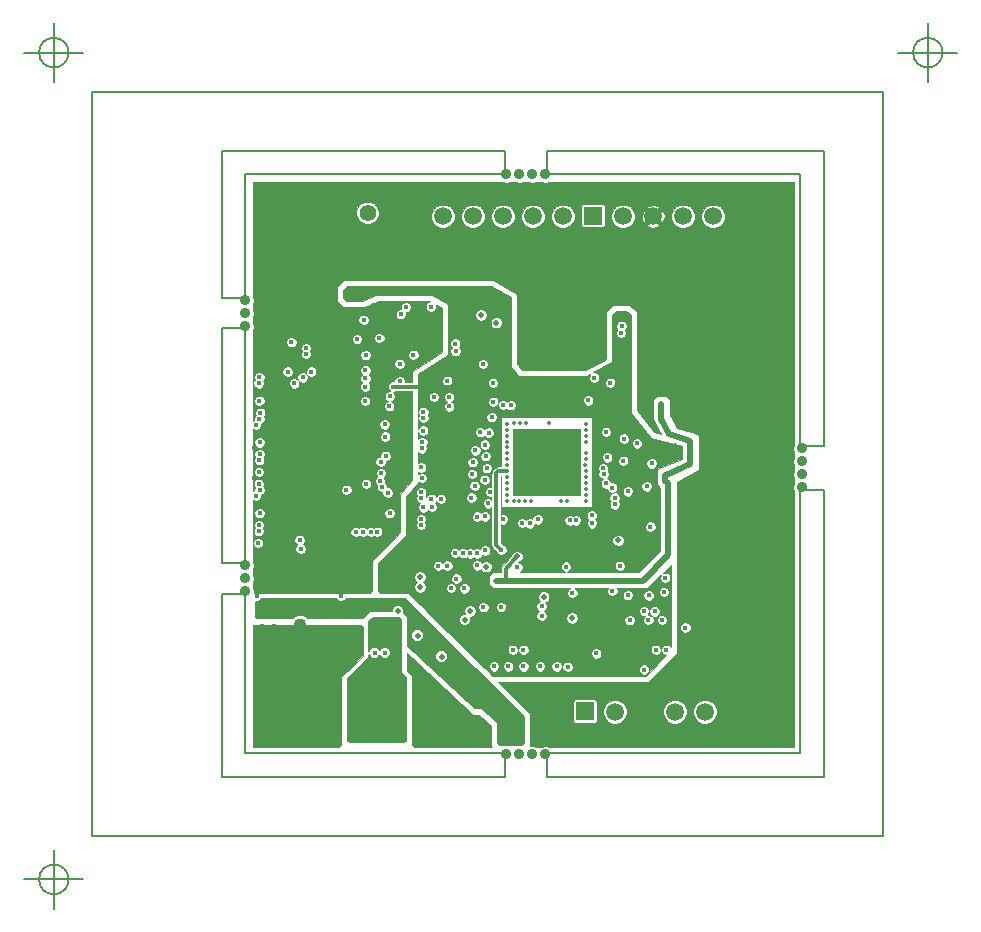
<source format=gbr>
G04 (created by PCBNEW-RS274X (2012-08-04 BZR 3667)-testing) date 10/19/2012 6:39:08 PM*
%MOIN*%
G04 Gerber Fmt 3.4, Leading zero omitted, Abs format*
%FSLAX34Y34*%
G01*
G70*
G90*
G04 APERTURE LIST*
%ADD10C,0.0017*%
%ADD11C,0.0059*%
%ADD12C,0.0077*%
%ADD13C,0.0432*%
%ADD14C,0.0195*%
%ADD15C,0.0157*%
%ADD16C,0.0354*%
%ADD17C,0.2165*%
%ADD18C,0.051*%
%ADD19C,0.055*%
%ADD20C,0.0597*%
%ADD21R,0.0597X0.0597*%
%ADD22C,0.0196*%
%ADD23C,0.0138*%
%ADD24C,0.0195*%
%ADD25C,0.0117*%
%ADD26C,0.0078*%
%ADD27C,0.0039*%
G04 APERTURE END LIST*
G54D10*
G54D11*
X41831Y-53937D02*
G75*
G03X41831Y-53937I-492J0D01*
G74*
G01*
X40355Y-53937D02*
X42323Y-53937D01*
X41339Y-52953D02*
X41339Y-54921D01*
X70964Y-26378D02*
G75*
G03X70964Y-26378I-492J0D01*
G74*
G01*
X69488Y-26378D02*
X71456Y-26378D01*
X70472Y-25394D02*
X70472Y-27362D01*
X41831Y-26378D02*
G75*
G03X41831Y-26378I-492J0D01*
G74*
G01*
X40355Y-26378D02*
X42323Y-26378D01*
X41339Y-25394D02*
X41339Y-27362D01*
G54D12*
X42606Y-52483D02*
X42606Y-27680D01*
X68983Y-52483D02*
X42606Y-52483D01*
X68983Y-27680D02*
X68983Y-52483D01*
X42606Y-27680D02*
X68983Y-27680D01*
X66228Y-30437D02*
X66228Y-39492D01*
X57764Y-30437D02*
X66228Y-30437D01*
X57764Y-29650D02*
X57764Y-30437D01*
X67016Y-29650D02*
X57764Y-29650D01*
X67016Y-39492D02*
X67016Y-29650D01*
X66228Y-39492D02*
X67016Y-39492D01*
X57764Y-50515D02*
X57764Y-49728D01*
X67016Y-50515D02*
X57764Y-50515D01*
X67016Y-40948D02*
X67016Y-50515D01*
X66228Y-40948D02*
X67016Y-40948D01*
X66228Y-49728D02*
X66228Y-40948D01*
X57764Y-49728D02*
X66228Y-49728D01*
X46936Y-50515D02*
X46936Y-44413D01*
X56386Y-50515D02*
X46936Y-50515D01*
X56386Y-49728D02*
X56386Y-50515D01*
X47724Y-49728D02*
X56386Y-49728D01*
X47724Y-44413D02*
X47724Y-49728D01*
X46936Y-44413D02*
X47724Y-44413D01*
X46936Y-43390D02*
X46936Y-35555D01*
X47724Y-43390D02*
X46936Y-43390D01*
X47724Y-35555D02*
X47724Y-43390D01*
X46936Y-35555D02*
X47724Y-35555D01*
X47724Y-30437D02*
X47724Y-34570D01*
X46936Y-34570D02*
X47724Y-34570D01*
X46936Y-29648D02*
X46936Y-34570D01*
X46936Y-29648D02*
X56384Y-29648D01*
X56384Y-29648D02*
X56384Y-30437D01*
X47724Y-30437D02*
X56384Y-30437D01*
G54D13*
X49554Y-45454D03*
X49554Y-35062D03*
G54D14*
X56102Y-43975D03*
G54D15*
X61013Y-44997D03*
X61363Y-45005D03*
X61158Y-45292D03*
X61386Y-35540D03*
X61024Y-35536D03*
X61024Y-35198D03*
X61394Y-35193D03*
X56791Y-43535D03*
X63583Y-34409D03*
G54D16*
X47725Y-34630D03*
X47725Y-35063D03*
X47725Y-35496D03*
X47725Y-44335D03*
X47725Y-43902D03*
X47725Y-43469D03*
X66268Y-39571D03*
X66268Y-40004D03*
X66268Y-40437D03*
X66268Y-40870D03*
G54D15*
X58299Y-40354D03*
X58299Y-39921D03*
X58082Y-40138D03*
X58515Y-40138D03*
X61129Y-38252D03*
X61011Y-37386D03*
X63553Y-36201D03*
X63571Y-36520D03*
X63571Y-36993D03*
X52273Y-32898D03*
X52272Y-33331D03*
X51445Y-33331D03*
X51446Y-32898D03*
X59398Y-33803D03*
X59005Y-33804D03*
X61367Y-33804D03*
X61760Y-33803D03*
X64005Y-31204D03*
X65736Y-31283D03*
X53610Y-30890D03*
X53059Y-30890D03*
X59791Y-30889D03*
X59201Y-30889D03*
X58571Y-30889D03*
X57901Y-30889D03*
X57311Y-30890D03*
X54240Y-30890D03*
X54831Y-30890D03*
X55461Y-30890D03*
X56130Y-30890D03*
X56721Y-30890D03*
X62783Y-30889D03*
X62193Y-30889D03*
X61563Y-30889D03*
X60893Y-30889D03*
X60382Y-30890D03*
X63335Y-30890D03*
X63846Y-30889D03*
X64516Y-30889D03*
X65146Y-30889D03*
X65736Y-30889D03*
X63127Y-32925D03*
X63138Y-33292D03*
X63600Y-33280D03*
X62655Y-33280D03*
X63453Y-32544D03*
X61484Y-32544D03*
X62065Y-32532D03*
X60894Y-32544D03*
X62744Y-32544D03*
X60658Y-33292D03*
X61120Y-33280D03*
X62065Y-33280D03*
X61603Y-33292D03*
X59752Y-33292D03*
X60214Y-33280D03*
X55953Y-33291D03*
X55312Y-33271D03*
X60343Y-32544D03*
X59269Y-33280D03*
X56465Y-33291D03*
X56965Y-33280D03*
X54289Y-33271D03*
X54762Y-33271D03*
X58807Y-33292D03*
X57410Y-33291D03*
X50618Y-30929D03*
X50895Y-32898D03*
X50894Y-33331D03*
X49281Y-33527D03*
X50028Y-30929D03*
X49950Y-33567D03*
X49398Y-30929D03*
X48728Y-30929D03*
X48256Y-35103D03*
X48650Y-35102D03*
X48650Y-34552D03*
X48256Y-34552D03*
X48256Y-33410D03*
X48650Y-33410D03*
X48650Y-33961D03*
X48256Y-33961D03*
X48255Y-32898D03*
X48255Y-32504D03*
X48255Y-32032D03*
X48255Y-31520D03*
X48256Y-30929D03*
X52627Y-36166D03*
X51995Y-39173D03*
X51680Y-39173D03*
X51365Y-39173D03*
X51010Y-39212D03*
X51004Y-38953D03*
X51012Y-39551D03*
X51012Y-40181D03*
X55718Y-42968D03*
X55450Y-43472D03*
X54248Y-41252D03*
X53937Y-41520D03*
X53925Y-41248D03*
X52413Y-41387D03*
X51196Y-41394D03*
X63602Y-33632D03*
X63612Y-33967D03*
X64016Y-36220D03*
X64043Y-36559D03*
X64035Y-34409D03*
X64043Y-34039D03*
X65462Y-33764D03*
X65776Y-33764D03*
X65146Y-33764D03*
X64832Y-33764D03*
X64202Y-33764D03*
X64516Y-33764D03*
X64516Y-36835D03*
X64202Y-36835D03*
X64832Y-36835D03*
X65146Y-36835D03*
X65776Y-36835D03*
X65462Y-36835D03*
X65697Y-42268D03*
X65696Y-41677D03*
X65696Y-41087D03*
X65696Y-40535D03*
X65697Y-37977D03*
X65697Y-38646D03*
X65697Y-39906D03*
X63570Y-40024D03*
X63570Y-39591D03*
X63571Y-39079D03*
X63571Y-38528D03*
X63571Y-37977D03*
X63570Y-42937D03*
X63570Y-40535D03*
X63570Y-41087D03*
X63570Y-41677D03*
X63571Y-42268D03*
X63137Y-42584D03*
X63138Y-42230D03*
X63138Y-39867D03*
X63137Y-40221D03*
X63136Y-37859D03*
X63137Y-37505D03*
X62626Y-36717D03*
X62626Y-36205D03*
X62626Y-35772D03*
X62626Y-37229D03*
X62626Y-37858D03*
X63571Y-37504D03*
X62114Y-38488D03*
X62665Y-38488D03*
X62114Y-37858D03*
X62114Y-37229D03*
X61169Y-44473D03*
X61721Y-43882D03*
X61681Y-44355D03*
X62274Y-40728D03*
X62271Y-41166D03*
X62271Y-41756D03*
X62271Y-42307D03*
X62271Y-44315D03*
X62272Y-43646D03*
X62271Y-42937D03*
X62704Y-42307D03*
X62704Y-41756D03*
X62704Y-41166D03*
X62697Y-40728D03*
X62704Y-42937D03*
X62705Y-43646D03*
X62704Y-44315D03*
X58732Y-40354D03*
X57866Y-40354D03*
X57433Y-40354D03*
X57000Y-40354D03*
X56783Y-40571D03*
X57216Y-40571D03*
X57653Y-40571D03*
X58082Y-40571D03*
X58515Y-40571D03*
X58515Y-41004D03*
X58082Y-41004D03*
X57653Y-41004D03*
X57216Y-41004D03*
X56783Y-41004D03*
X57000Y-40787D03*
X57433Y-40787D03*
X58299Y-40787D03*
X57866Y-40787D03*
X58732Y-40787D03*
X58732Y-39921D03*
X57866Y-39921D03*
X57433Y-39921D03*
X57000Y-39921D03*
X56783Y-40138D03*
X57216Y-40138D03*
X57653Y-40138D03*
X58515Y-39705D03*
X58082Y-39705D03*
X57653Y-39705D03*
X57216Y-39705D03*
X56783Y-39705D03*
X57000Y-39488D03*
X57433Y-39488D03*
X58299Y-39488D03*
X57866Y-39488D03*
X58732Y-39488D03*
X58732Y-39055D03*
X57866Y-39055D03*
X58299Y-39055D03*
X57433Y-39055D03*
X57000Y-39055D03*
X56783Y-39272D03*
X57216Y-39272D03*
X57653Y-39272D03*
X58082Y-39272D03*
X58515Y-39272D03*
X64055Y-43533D03*
X64045Y-43858D03*
X64555Y-43282D03*
X64241Y-43282D03*
X64871Y-43282D03*
X65185Y-43282D03*
X65815Y-43282D03*
X65501Y-43282D03*
X65510Y-46353D03*
X65824Y-46353D03*
X65194Y-46353D03*
X64880Y-46353D03*
X64065Y-46083D03*
X64035Y-45758D03*
X63514Y-46358D03*
X64250Y-46353D03*
X64564Y-46353D03*
X63553Y-43435D03*
X63553Y-43907D03*
X63494Y-45856D03*
X60472Y-44461D03*
X57598Y-45152D03*
X57598Y-44837D03*
X56249Y-44866D03*
X55658Y-44866D03*
X54516Y-38173D03*
X54516Y-37858D03*
X54005Y-37858D03*
X55028Y-44236D03*
X54162Y-43488D03*
X54756Y-43909D03*
X65736Y-47032D03*
X64319Y-49355D03*
X65736Y-49355D03*
X65106Y-49355D03*
X60622Y-47855D03*
X62889Y-49028D03*
X62889Y-49343D03*
X63480Y-49343D03*
X63480Y-49028D03*
X60566Y-49028D03*
X60566Y-49343D03*
X61118Y-49343D03*
X61118Y-49028D03*
X62260Y-49028D03*
X62260Y-49343D03*
X61709Y-49343D03*
X61709Y-49028D03*
X59465Y-49028D03*
X59465Y-49343D03*
X60016Y-49343D03*
X60016Y-49028D03*
X58914Y-49028D03*
X58914Y-49343D03*
X58323Y-49343D03*
X58323Y-49028D03*
X58335Y-48567D03*
X63138Y-46953D03*
X62587Y-46953D03*
X61012Y-46941D03*
X62004Y-46957D03*
X58465Y-46850D03*
X58099Y-46835D03*
X57547Y-46835D03*
X56996Y-46835D03*
X56484Y-46835D03*
X56012Y-46835D03*
X53932Y-47357D03*
X59417Y-46406D03*
X61760Y-46284D03*
X61406Y-46284D03*
X56642Y-46284D03*
X56996Y-46284D03*
X52378Y-46382D03*
X52031Y-46382D03*
X50539Y-46873D03*
X49870Y-46676D03*
X49240Y-46755D03*
X48295Y-45968D03*
X48689Y-45968D03*
X48689Y-45496D03*
X48295Y-45496D03*
X48295Y-46441D03*
X48689Y-46441D03*
X48689Y-46913D03*
X48295Y-46913D03*
X48295Y-47386D03*
X48295Y-47937D03*
X48295Y-48449D03*
X48295Y-48921D03*
X48295Y-49315D03*
X48965Y-49315D03*
X49673Y-49315D03*
X50382Y-49315D03*
G54D14*
X48861Y-45087D03*
X48546Y-45087D03*
X48231Y-45087D03*
X52389Y-43424D03*
X52744Y-43424D03*
X52941Y-43620D03*
X52586Y-43621D03*
X52782Y-45375D03*
X52782Y-45690D03*
X52584Y-45927D03*
X52190Y-45927D03*
X51994Y-45690D03*
X51994Y-45375D03*
G54D17*
X49752Y-32228D03*
X64791Y-32228D03*
X64791Y-47975D03*
X49752Y-47975D03*
G54D14*
X56378Y-43975D03*
X52232Y-43621D03*
X52112Y-49195D03*
X51720Y-49197D03*
X52507Y-49197D03*
X51325Y-49197D03*
X52902Y-49197D03*
X51325Y-48802D03*
X51325Y-48410D03*
X51325Y-48015D03*
X51325Y-47622D03*
X51325Y-47267D03*
X51720Y-47267D03*
X52114Y-47267D03*
X52507Y-47267D03*
X52900Y-47267D03*
X52900Y-47622D03*
X52900Y-48015D03*
X52900Y-48410D03*
X52900Y-48802D03*
G54D16*
X56426Y-49768D03*
X56859Y-49768D03*
X57292Y-49768D03*
X57726Y-49768D03*
X56425Y-30437D03*
X56858Y-30437D03*
X57291Y-30437D03*
X57725Y-30437D03*
G54D14*
X54516Y-48607D03*
X54831Y-48607D03*
X55146Y-48607D03*
X55461Y-48607D03*
X59419Y-47520D03*
X60512Y-47510D03*
X62312Y-47426D03*
X63336Y-47426D03*
G54D18*
X51299Y-32217D03*
X52299Y-32217D03*
X52299Y-31217D03*
X51299Y-31217D03*
G54D19*
X51799Y-31717D03*
G54D20*
X58307Y-31834D03*
X57307Y-31834D03*
X56307Y-31834D03*
X55307Y-31834D03*
G54D21*
X53307Y-31814D03*
G54D20*
X54307Y-31834D03*
G54D21*
X57576Y-49079D03*
G54D20*
X56576Y-49079D03*
X63314Y-31834D03*
X62314Y-31834D03*
X61314Y-31834D03*
G54D21*
X59314Y-31814D03*
G54D20*
X60314Y-31834D03*
X63043Y-48350D03*
X62043Y-48350D03*
X61043Y-48350D03*
G54D21*
X59043Y-48330D03*
G54D20*
X60043Y-48350D03*
G54D14*
X56783Y-43173D03*
X61728Y-40646D03*
X61398Y-43563D03*
X61821Y-42018D03*
X61594Y-38083D03*
X55748Y-43512D03*
X55032Y-45276D03*
X58976Y-46772D03*
G54D15*
X60177Y-35130D03*
G54D14*
X54949Y-37343D03*
G54D15*
X52646Y-37508D03*
G54D14*
X54221Y-34441D03*
X51169Y-34244D03*
X57756Y-43449D03*
G54D15*
X56949Y-42618D03*
G54D14*
X58264Y-43146D03*
X61614Y-45787D03*
X60142Y-42921D03*
G54D15*
X55299Y-38228D03*
G54D14*
X62039Y-39803D03*
X59910Y-37815D03*
X62036Y-39500D03*
G54D15*
X49256Y-36028D03*
X53323Y-36453D03*
G54D14*
X50921Y-43799D03*
X51012Y-36701D03*
G54D15*
X48154Y-36225D03*
X48154Y-35831D03*
G54D14*
X48158Y-36717D03*
X48150Y-39079D03*
X48189Y-41437D03*
G54D15*
X48032Y-37599D03*
X48047Y-38189D03*
X48024Y-39571D03*
X48028Y-40551D03*
X48032Y-41933D03*
X48032Y-42918D03*
X48197Y-43508D03*
G54D14*
X48138Y-43807D03*
G54D15*
X48102Y-44492D03*
X50921Y-44492D03*
G54D14*
X58002Y-47500D03*
G54D15*
X59961Y-44311D03*
X58626Y-44390D03*
X58413Y-43508D03*
X60205Y-43484D03*
X61614Y-45291D03*
X60531Y-45295D03*
X59882Y-37386D03*
X58256Y-36228D03*
X57106Y-36587D03*
G54D14*
X58616Y-45230D03*
G54D15*
X61102Y-40835D03*
G54D14*
X57668Y-44518D03*
G54D15*
X52012Y-34799D03*
X61264Y-40071D03*
X54457Y-43477D03*
G54D14*
X53465Y-45815D03*
G54D15*
X54579Y-44225D03*
G54D14*
X54268Y-46508D03*
G54D15*
X60441Y-34681D03*
G54D14*
X57984Y-48284D03*
G54D15*
X61957Y-34823D03*
X60906Y-36260D03*
X61957Y-35933D03*
X62154Y-36559D03*
X61228Y-42177D03*
X60882Y-38087D03*
X60780Y-39406D03*
X59350Y-37213D03*
G54D22*
X56091Y-35378D03*
X55579Y-35130D03*
G54D15*
X59508Y-36051D03*
X59650Y-35925D03*
X57094Y-35291D03*
X58354Y-35528D03*
X58370Y-36783D03*
X48165Y-37402D03*
X60266Y-35482D03*
X48193Y-37205D03*
X60246Y-35719D03*
X49132Y-37012D03*
X49565Y-42918D03*
X62392Y-45541D03*
G54D14*
X55217Y-44988D03*
G54D15*
X60030Y-41211D03*
G54D23*
X59065Y-39931D03*
G54D15*
X56957Y-42059D03*
G54D23*
X56663Y-41339D03*
G54D15*
X60319Y-39984D03*
G54D23*
X56870Y-38720D03*
G54D15*
X55981Y-37386D03*
G54D23*
X59065Y-38750D03*
G54D14*
X52811Y-44992D03*
X53539Y-43862D03*
X53539Y-44197D03*
G54D23*
X59075Y-41112D03*
G54D15*
X60039Y-41437D03*
X55638Y-36756D03*
G54D23*
X57067Y-38720D03*
G54D15*
X59272Y-41807D03*
X59748Y-39020D03*
G54D23*
X58238Y-41339D03*
X59065Y-39144D03*
X59065Y-38947D03*
X59055Y-40128D03*
X57854Y-38720D03*
G54D15*
X59150Y-37972D03*
G54D23*
X57057Y-41339D03*
G54D15*
X55933Y-38528D03*
G54D23*
X56437Y-39734D03*
X56437Y-40325D03*
G54D15*
X56260Y-42953D03*
G54D23*
X56860Y-41339D03*
G54D14*
X60154Y-42638D03*
G54D23*
X59065Y-41309D03*
G54D15*
X55394Y-39638D03*
X53650Y-41536D03*
G54D23*
X56437Y-41112D03*
G54D15*
X53583Y-40201D03*
G54D23*
X56437Y-39931D03*
G54D15*
X55831Y-39047D03*
G54D23*
X56437Y-40915D03*
G54D15*
X53579Y-41925D03*
X53602Y-40559D03*
G54D23*
X56437Y-40128D03*
G54D15*
X55303Y-40032D03*
X53662Y-38355D03*
G54D23*
X56437Y-38750D03*
G54D15*
X55709Y-39445D03*
X52193Y-35890D03*
X59740Y-40740D03*
X54453Y-37319D03*
X51721Y-37508D03*
X54721Y-36075D03*
X59787Y-39870D03*
X55555Y-39028D03*
G54D23*
X56437Y-38947D03*
G54D15*
X53662Y-38555D03*
X53610Y-39571D03*
G54D23*
X56437Y-39537D03*
G54D15*
X53626Y-39370D03*
G54D23*
X56437Y-39341D03*
G54D15*
X53579Y-42122D03*
G54D23*
X56437Y-40719D03*
G54D15*
X55772Y-40232D03*
X55890Y-41016D03*
X55260Y-41209D03*
X55815Y-41406D03*
X55445Y-41846D03*
X56303Y-41937D03*
X53650Y-38981D03*
G54D23*
X56437Y-39144D03*
G54D15*
X53587Y-41040D03*
G54D23*
X56437Y-40522D03*
G54D15*
X55288Y-40421D03*
X55701Y-40618D03*
X55366Y-40819D03*
X55705Y-41839D03*
G54D23*
X59065Y-40325D03*
G54D15*
X51732Y-36461D03*
X53591Y-41236D03*
G54D23*
X56447Y-41309D03*
G54D15*
X59951Y-40876D03*
X51728Y-36957D03*
G54D23*
X59065Y-40522D03*
G54D15*
X52870Y-37327D03*
X51728Y-37240D03*
X52870Y-36752D03*
X59669Y-40425D03*
X55736Y-39831D03*
X53906Y-34843D03*
X48193Y-37984D03*
X52906Y-35095D03*
X52543Y-37827D03*
X57205Y-42071D03*
X60473Y-41000D03*
G54D23*
X59065Y-40915D03*
X59065Y-39341D03*
G54D15*
X60339Y-39244D03*
X57465Y-41937D03*
G54D23*
X57254Y-41339D03*
G54D15*
X59646Y-40225D03*
X54736Y-36331D03*
X49354Y-37402D03*
X53071Y-34862D03*
X52276Y-40847D03*
X52248Y-40394D03*
X48185Y-39965D03*
X48221Y-38386D03*
X52516Y-38162D03*
X48201Y-39768D03*
X52232Y-40016D03*
X48197Y-39370D03*
X52402Y-39815D03*
X48079Y-38783D03*
X52386Y-39181D03*
X48193Y-38591D03*
X52366Y-38772D03*
G54D23*
X59065Y-39734D03*
G54D15*
X51445Y-35929D03*
X52213Y-40654D03*
X48181Y-40355D03*
X55984Y-38016D03*
X56319Y-38122D03*
X56575Y-38130D03*
G54D23*
X56673Y-38711D03*
G54D15*
X49744Y-36425D03*
X49634Y-37205D03*
X49917Y-37012D03*
X49748Y-36225D03*
X51717Y-37992D03*
X52535Y-41732D03*
X48173Y-42331D03*
X52118Y-42354D03*
X54984Y-43063D03*
X48173Y-40748D03*
X55453Y-43067D03*
X51752Y-40748D03*
X48181Y-42130D03*
X51917Y-42355D03*
X48197Y-41732D03*
X51398Y-42355D03*
X48075Y-41142D03*
X51638Y-42355D03*
X48201Y-40949D03*
X54721Y-43055D03*
X51091Y-40949D03*
X55225Y-43067D03*
G54D23*
X59065Y-40719D03*
G54D15*
X51669Y-35288D03*
G54D23*
X58435Y-41339D03*
G54D15*
X58536Y-41973D03*
X59281Y-42067D03*
X58740Y-41969D03*
X52465Y-41043D03*
X49535Y-42618D03*
X48154Y-42725D03*
G54D14*
X51169Y-44827D03*
X51169Y-45063D03*
G54D24*
X61821Y-42018D02*
X61821Y-40739D01*
X61821Y-40739D02*
X61728Y-40646D01*
G54D25*
X56402Y-43948D02*
X56402Y-43582D01*
G54D24*
X60984Y-43976D02*
X61398Y-43563D01*
G54D25*
X56791Y-43165D02*
X56402Y-43582D01*
X56783Y-43173D02*
X56791Y-43165D01*
G54D24*
X56063Y-43976D02*
X60984Y-43976D01*
X61398Y-43563D02*
X61388Y-43573D01*
X61388Y-43573D02*
X61821Y-43140D01*
X61821Y-43140D02*
X61821Y-42018D01*
X61728Y-40449D02*
X61728Y-40646D01*
X61728Y-40449D02*
X61909Y-40378D01*
X61909Y-40378D02*
X62098Y-40291D01*
X62098Y-40291D02*
X62559Y-40079D01*
X62559Y-40079D02*
X62559Y-39331D01*
X62559Y-39331D02*
X62358Y-39256D01*
X62358Y-39256D02*
X61854Y-39079D01*
X61854Y-39079D02*
X61594Y-38583D01*
X61594Y-38583D02*
X61594Y-38083D01*
G54D25*
X52646Y-37508D02*
X54531Y-37508D01*
X54531Y-37508D02*
X55299Y-38228D01*
X56437Y-40325D02*
X56161Y-40327D01*
X56083Y-42795D02*
X56260Y-42953D01*
X56083Y-40406D02*
X56083Y-42795D01*
X56161Y-40327D02*
X56083Y-40406D01*
G54D10*
G36*
X53072Y-49315D02*
X53015Y-49371D01*
X51197Y-49371D01*
X51140Y-49315D01*
X51140Y-47260D01*
X51849Y-46551D01*
X51849Y-46444D01*
X51868Y-46491D01*
X51922Y-46545D01*
X51993Y-46574D01*
X52069Y-46574D01*
X52140Y-46545D01*
X52194Y-46491D01*
X52204Y-46465D01*
X52215Y-46491D01*
X52269Y-46545D01*
X52340Y-46574D01*
X52416Y-46574D01*
X52487Y-46545D01*
X52541Y-46491D01*
X52570Y-46420D01*
X52570Y-46344D01*
X52541Y-46273D01*
X52487Y-46219D01*
X52416Y-46190D01*
X52340Y-46190D01*
X52269Y-46219D01*
X52215Y-46273D01*
X52204Y-46298D01*
X52194Y-46273D01*
X52140Y-46219D01*
X52069Y-46190D01*
X51993Y-46190D01*
X51922Y-46219D01*
X51868Y-46273D01*
X51849Y-46319D01*
X51849Y-45370D01*
X51985Y-45235D01*
X52858Y-45235D01*
X52915Y-45292D01*
X52915Y-47063D01*
X53072Y-47221D01*
X53072Y-49315D01*
X53072Y-49315D01*
G37*
G54D12*
X53072Y-49315D02*
X53015Y-49371D01*
X51197Y-49371D01*
X51140Y-49315D01*
X51140Y-47260D01*
X51849Y-46551D01*
X51849Y-46444D01*
X51868Y-46491D01*
X51922Y-46545D01*
X51993Y-46574D01*
X52069Y-46574D01*
X52140Y-46545D01*
X52194Y-46491D01*
X52204Y-46465D01*
X52215Y-46491D01*
X52269Y-46545D01*
X52340Y-46574D01*
X52416Y-46574D01*
X52487Y-46545D01*
X52541Y-46491D01*
X52570Y-46420D01*
X52570Y-46344D01*
X52541Y-46273D01*
X52487Y-46219D01*
X52416Y-46190D01*
X52340Y-46190D01*
X52269Y-46219D01*
X52215Y-46273D01*
X52204Y-46298D01*
X52194Y-46273D01*
X52140Y-46219D01*
X52069Y-46190D01*
X51993Y-46190D01*
X51922Y-46219D01*
X51868Y-46273D01*
X51849Y-46319D01*
X51849Y-45370D01*
X51985Y-45235D01*
X52858Y-45235D01*
X52915Y-45292D01*
X52915Y-47063D01*
X53072Y-47221D01*
X53072Y-49315D01*
G54D10*
G36*
X57008Y-49393D02*
X56953Y-49449D01*
X56197Y-49449D01*
X56141Y-49393D01*
X56141Y-48723D01*
X55606Y-48229D01*
X55369Y-48229D01*
X54481Y-47403D01*
X54481Y-46551D01*
X54481Y-46466D01*
X54449Y-46388D01*
X54389Y-46328D01*
X54311Y-46295D01*
X54226Y-46295D01*
X54148Y-46327D01*
X54088Y-46387D01*
X54055Y-46465D01*
X54055Y-46550D01*
X54087Y-46628D01*
X54147Y-46688D01*
X54225Y-46721D01*
X54310Y-46721D01*
X54388Y-46689D01*
X54448Y-46629D01*
X54481Y-46551D01*
X54481Y-47403D01*
X53678Y-46656D01*
X53678Y-45858D01*
X53678Y-45773D01*
X53646Y-45695D01*
X53586Y-45635D01*
X53508Y-45602D01*
X53423Y-45602D01*
X53345Y-45634D01*
X53285Y-45694D01*
X53252Y-45772D01*
X53252Y-45857D01*
X53284Y-45935D01*
X53344Y-45995D01*
X53422Y-46028D01*
X53507Y-46028D01*
X53585Y-45996D01*
X53645Y-45936D01*
X53678Y-45858D01*
X53678Y-46656D01*
X53149Y-46164D01*
X53149Y-45181D01*
X53017Y-45049D01*
X53024Y-45035D01*
X53024Y-44950D01*
X52992Y-44872D01*
X52932Y-44812D01*
X52854Y-44779D01*
X52769Y-44779D01*
X52691Y-44811D01*
X52631Y-44871D01*
X52598Y-44949D01*
X52598Y-45000D01*
X51874Y-45000D01*
X51638Y-45237D01*
X49806Y-45237D01*
X49742Y-45173D01*
X49620Y-45122D01*
X49488Y-45122D01*
X49366Y-45173D01*
X49302Y-45237D01*
X48126Y-45237D01*
X48070Y-45181D01*
X48070Y-44685D01*
X48140Y-44685D01*
X48211Y-44656D01*
X48261Y-44606D01*
X50762Y-44606D01*
X50811Y-44655D01*
X50882Y-44685D01*
X50959Y-44685D01*
X51030Y-44656D01*
X51080Y-44606D01*
X53055Y-44606D01*
X57008Y-48520D01*
X57008Y-49393D01*
X57008Y-49393D01*
G37*
G54D26*
X57008Y-49393D02*
X56953Y-49449D01*
X56197Y-49449D01*
X56141Y-49393D01*
X56141Y-48723D01*
X55606Y-48229D01*
X55369Y-48229D01*
X54481Y-47403D01*
X54481Y-46551D01*
X54481Y-46466D01*
X54449Y-46388D01*
X54389Y-46328D01*
X54311Y-46295D01*
X54226Y-46295D01*
X54148Y-46327D01*
X54088Y-46387D01*
X54055Y-46465D01*
X54055Y-46550D01*
X54087Y-46628D01*
X54147Y-46688D01*
X54225Y-46721D01*
X54310Y-46721D01*
X54388Y-46689D01*
X54448Y-46629D01*
X54481Y-46551D01*
X54481Y-47403D01*
X53678Y-46656D01*
X53678Y-45858D01*
X53678Y-45773D01*
X53646Y-45695D01*
X53586Y-45635D01*
X53508Y-45602D01*
X53423Y-45602D01*
X53345Y-45634D01*
X53285Y-45694D01*
X53252Y-45772D01*
X53252Y-45857D01*
X53284Y-45935D01*
X53344Y-45995D01*
X53422Y-46028D01*
X53507Y-46028D01*
X53585Y-45996D01*
X53645Y-45936D01*
X53678Y-45858D01*
X53678Y-46656D01*
X53149Y-46164D01*
X53149Y-45181D01*
X53017Y-45049D01*
X53024Y-45035D01*
X53024Y-44950D01*
X52992Y-44872D01*
X52932Y-44812D01*
X52854Y-44779D01*
X52769Y-44779D01*
X52691Y-44811D01*
X52631Y-44871D01*
X52598Y-44949D01*
X52598Y-45000D01*
X51874Y-45000D01*
X51638Y-45237D01*
X49806Y-45237D01*
X49742Y-45173D01*
X49620Y-45122D01*
X49488Y-45122D01*
X49366Y-45173D01*
X49302Y-45237D01*
X48126Y-45237D01*
X48070Y-45181D01*
X48070Y-44685D01*
X48140Y-44685D01*
X48211Y-44656D01*
X48261Y-44606D01*
X50762Y-44606D01*
X50811Y-44655D01*
X50882Y-44685D01*
X50959Y-44685D01*
X51030Y-44656D01*
X51080Y-44606D01*
X53055Y-44606D01*
X57008Y-48520D01*
X57008Y-49393D01*
G54D10*
G36*
X62264Y-39908D02*
X61438Y-40263D01*
X61438Y-40106D01*
X61438Y-40037D01*
X61412Y-39973D01*
X61363Y-39924D01*
X61299Y-39897D01*
X61230Y-39897D01*
X61166Y-39923D01*
X61117Y-39972D01*
X61090Y-40036D01*
X61090Y-40105D01*
X61116Y-40169D01*
X61165Y-40218D01*
X61229Y-40245D01*
X61298Y-40245D01*
X61362Y-40219D01*
X61411Y-40170D01*
X61438Y-40106D01*
X61438Y-40263D01*
X61438Y-40756D01*
X61556Y-40874D01*
X61556Y-42984D01*
X61402Y-43138D01*
X61402Y-42212D01*
X61402Y-42143D01*
X61376Y-42079D01*
X61327Y-42030D01*
X61276Y-42008D01*
X61276Y-40870D01*
X61276Y-40801D01*
X61250Y-40737D01*
X61201Y-40688D01*
X61137Y-40661D01*
X61068Y-40661D01*
X61004Y-40687D01*
X60955Y-40736D01*
X60954Y-40738D01*
X60954Y-39441D01*
X60954Y-39372D01*
X60928Y-39308D01*
X60879Y-39259D01*
X60815Y-39232D01*
X60746Y-39232D01*
X60682Y-39258D01*
X60633Y-39307D01*
X60606Y-39371D01*
X60606Y-39440D01*
X60632Y-39504D01*
X60681Y-39553D01*
X60745Y-39580D01*
X60814Y-39580D01*
X60878Y-39554D01*
X60927Y-39505D01*
X60954Y-39441D01*
X60954Y-40738D01*
X60928Y-40800D01*
X60928Y-40869D01*
X60954Y-40933D01*
X61003Y-40982D01*
X61067Y-41009D01*
X61136Y-41009D01*
X61200Y-40983D01*
X61249Y-40934D01*
X61276Y-40870D01*
X61276Y-42008D01*
X61263Y-42003D01*
X61194Y-42003D01*
X61130Y-42029D01*
X61081Y-42078D01*
X61054Y-42142D01*
X61054Y-42211D01*
X61080Y-42275D01*
X61129Y-42324D01*
X61193Y-42351D01*
X61262Y-42351D01*
X61326Y-42325D01*
X61375Y-42276D01*
X61402Y-42212D01*
X61402Y-43138D01*
X60858Y-43682D01*
X60647Y-43682D01*
X60647Y-41035D01*
X60647Y-40966D01*
X60621Y-40902D01*
X60572Y-40853D01*
X60513Y-40828D01*
X60513Y-39279D01*
X60513Y-39210D01*
X60487Y-39146D01*
X60440Y-39099D01*
X60440Y-35517D01*
X60440Y-35448D01*
X60414Y-35384D01*
X60365Y-35335D01*
X60301Y-35308D01*
X60232Y-35308D01*
X60168Y-35334D01*
X60119Y-35383D01*
X60092Y-35447D01*
X60092Y-35516D01*
X60118Y-35580D01*
X60128Y-35590D01*
X60099Y-35620D01*
X60072Y-35684D01*
X60072Y-35753D01*
X60098Y-35817D01*
X60147Y-35866D01*
X60211Y-35893D01*
X60280Y-35893D01*
X60344Y-35867D01*
X60393Y-35818D01*
X60420Y-35754D01*
X60420Y-35685D01*
X60394Y-35621D01*
X60383Y-35610D01*
X60413Y-35581D01*
X60440Y-35517D01*
X60440Y-39099D01*
X60438Y-39097D01*
X60374Y-39070D01*
X60305Y-39070D01*
X60241Y-39096D01*
X60192Y-39145D01*
X60165Y-39209D01*
X60165Y-39278D01*
X60191Y-39342D01*
X60240Y-39391D01*
X60304Y-39418D01*
X60373Y-39418D01*
X60437Y-39392D01*
X60486Y-39343D01*
X60513Y-39279D01*
X60513Y-40828D01*
X60508Y-40826D01*
X60493Y-40826D01*
X60493Y-40019D01*
X60493Y-39950D01*
X60467Y-39886D01*
X60418Y-39837D01*
X60354Y-39810D01*
X60285Y-39810D01*
X60221Y-39836D01*
X60172Y-39885D01*
X60145Y-39949D01*
X60145Y-40018D01*
X60171Y-40082D01*
X60220Y-40131D01*
X60284Y-40158D01*
X60353Y-40158D01*
X60417Y-40132D01*
X60466Y-40083D01*
X60493Y-40019D01*
X60493Y-40826D01*
X60439Y-40826D01*
X60375Y-40852D01*
X60326Y-40901D01*
X60299Y-40965D01*
X60299Y-41034D01*
X60325Y-41098D01*
X60374Y-41147D01*
X60438Y-41174D01*
X60507Y-41174D01*
X60571Y-41148D01*
X60620Y-41099D01*
X60647Y-41035D01*
X60647Y-43682D01*
X60379Y-43682D01*
X60379Y-43519D01*
X60379Y-43450D01*
X60353Y-43386D01*
X60346Y-43379D01*
X60346Y-42676D01*
X60346Y-42600D01*
X60317Y-42529D01*
X60263Y-42475D01*
X60213Y-42454D01*
X60213Y-41472D01*
X60213Y-41403D01*
X60187Y-41339D01*
X60167Y-41319D01*
X60177Y-41310D01*
X60204Y-41246D01*
X60204Y-41177D01*
X60178Y-41113D01*
X60129Y-41064D01*
X60065Y-41037D01*
X60017Y-41037D01*
X60049Y-41024D01*
X60098Y-40975D01*
X60125Y-40911D01*
X60125Y-40842D01*
X60099Y-40778D01*
X60056Y-40735D01*
X60056Y-37421D01*
X60056Y-37352D01*
X60030Y-37288D01*
X59981Y-37239D01*
X59917Y-37212D01*
X59848Y-37212D01*
X59784Y-37238D01*
X59735Y-37287D01*
X59708Y-37351D01*
X59708Y-37420D01*
X59734Y-37484D01*
X59783Y-37533D01*
X59847Y-37560D01*
X59916Y-37560D01*
X59980Y-37534D01*
X60029Y-37485D01*
X60056Y-37421D01*
X60056Y-40735D01*
X60050Y-40729D01*
X59986Y-40702D01*
X59961Y-40702D01*
X59961Y-39905D01*
X59961Y-39836D01*
X59935Y-39772D01*
X59922Y-39759D01*
X59922Y-39055D01*
X59922Y-38986D01*
X59896Y-38922D01*
X59847Y-38873D01*
X59783Y-38846D01*
X59714Y-38846D01*
X59650Y-38872D01*
X59601Y-38921D01*
X59574Y-38985D01*
X59574Y-39054D01*
X59600Y-39118D01*
X59649Y-39167D01*
X59713Y-39194D01*
X59782Y-39194D01*
X59846Y-39168D01*
X59895Y-39119D01*
X59922Y-39055D01*
X59922Y-39759D01*
X59886Y-39723D01*
X59822Y-39696D01*
X59753Y-39696D01*
X59689Y-39722D01*
X59640Y-39771D01*
X59613Y-39835D01*
X59613Y-39904D01*
X59639Y-39968D01*
X59688Y-40017D01*
X59752Y-40044D01*
X59821Y-40044D01*
X59885Y-40018D01*
X59934Y-39969D01*
X59961Y-39905D01*
X59961Y-40702D01*
X59917Y-40702D01*
X59913Y-40703D01*
X59888Y-40642D01*
X59839Y-40593D01*
X59775Y-40566D01*
X59774Y-40566D01*
X59816Y-40524D01*
X59843Y-40460D01*
X59843Y-40391D01*
X59817Y-40327D01*
X59799Y-40309D01*
X59820Y-40260D01*
X59820Y-40191D01*
X59794Y-40127D01*
X59745Y-40078D01*
X59681Y-40051D01*
X59612Y-40051D01*
X59548Y-40077D01*
X59499Y-40126D01*
X59472Y-40190D01*
X59472Y-40259D01*
X59498Y-40323D01*
X59515Y-40340D01*
X59495Y-40390D01*
X59495Y-40459D01*
X59521Y-40523D01*
X59570Y-40572D01*
X59634Y-40599D01*
X59593Y-40641D01*
X59566Y-40705D01*
X59566Y-40774D01*
X59592Y-40838D01*
X59641Y-40887D01*
X59705Y-40914D01*
X59774Y-40914D01*
X59777Y-40912D01*
X59803Y-40974D01*
X59852Y-41023D01*
X59916Y-41050D01*
X59964Y-41050D01*
X59932Y-41063D01*
X59883Y-41112D01*
X59856Y-41176D01*
X59856Y-41245D01*
X59882Y-41309D01*
X59901Y-41328D01*
X59892Y-41338D01*
X59865Y-41402D01*
X59865Y-41471D01*
X59891Y-41535D01*
X59940Y-41584D01*
X60004Y-41611D01*
X60073Y-41611D01*
X60137Y-41585D01*
X60186Y-41536D01*
X60213Y-41472D01*
X60213Y-42454D01*
X60192Y-42446D01*
X60116Y-42446D01*
X60045Y-42475D01*
X59991Y-42529D01*
X59962Y-42600D01*
X59962Y-42676D01*
X59991Y-42747D01*
X60045Y-42801D01*
X60116Y-42830D01*
X60192Y-42830D01*
X60263Y-42801D01*
X60317Y-42747D01*
X60346Y-42676D01*
X60346Y-43379D01*
X60304Y-43337D01*
X60240Y-43310D01*
X60171Y-43310D01*
X60107Y-43336D01*
X60058Y-43385D01*
X60031Y-43449D01*
X60031Y-43518D01*
X60057Y-43582D01*
X60106Y-43631D01*
X60170Y-43658D01*
X60239Y-43658D01*
X60303Y-43632D01*
X60352Y-43583D01*
X60379Y-43519D01*
X60379Y-43682D01*
X59455Y-43682D01*
X59455Y-42102D01*
X59455Y-42033D01*
X59429Y-41969D01*
X59392Y-41932D01*
X59419Y-41906D01*
X59446Y-41842D01*
X59446Y-41773D01*
X59420Y-41709D01*
X59371Y-41660D01*
X59324Y-41640D01*
X59324Y-38007D01*
X59324Y-37938D01*
X59298Y-37874D01*
X59249Y-37825D01*
X59185Y-37798D01*
X59116Y-37798D01*
X59052Y-37824D01*
X59003Y-37873D01*
X58976Y-37937D01*
X58976Y-38006D01*
X59002Y-38070D01*
X59051Y-38119D01*
X59115Y-38146D01*
X59184Y-38146D01*
X59248Y-38120D01*
X59297Y-38071D01*
X59324Y-38007D01*
X59324Y-41640D01*
X59307Y-41633D01*
X59271Y-41633D01*
X59271Y-41515D01*
X59271Y-38524D01*
X56749Y-38524D01*
X56749Y-38165D01*
X56749Y-38096D01*
X56723Y-38032D01*
X56674Y-37983D01*
X56610Y-37956D01*
X56541Y-37956D01*
X56477Y-37982D01*
X56451Y-38008D01*
X56418Y-37975D01*
X56354Y-37948D01*
X56285Y-37948D01*
X56284Y-37948D01*
X56284Y-35417D01*
X56284Y-35340D01*
X56255Y-35269D01*
X56201Y-35215D01*
X56130Y-35185D01*
X56053Y-35185D01*
X55982Y-35214D01*
X55928Y-35268D01*
X55898Y-35339D01*
X55898Y-35416D01*
X55927Y-35487D01*
X55981Y-35541D01*
X56052Y-35571D01*
X56129Y-35571D01*
X56200Y-35542D01*
X56254Y-35488D01*
X56284Y-35417D01*
X56284Y-37948D01*
X56221Y-37974D01*
X56172Y-38023D01*
X56158Y-38056D01*
X56158Y-38051D01*
X56158Y-37982D01*
X56155Y-37974D01*
X56155Y-37421D01*
X56155Y-37352D01*
X56129Y-37288D01*
X56080Y-37239D01*
X56016Y-37212D01*
X55947Y-37212D01*
X55883Y-37238D01*
X55834Y-37287D01*
X55812Y-37339D01*
X55812Y-36791D01*
X55812Y-36722D01*
X55786Y-36658D01*
X55772Y-36644D01*
X55772Y-35169D01*
X55772Y-35092D01*
X55743Y-35021D01*
X55689Y-34967D01*
X55618Y-34937D01*
X55541Y-34937D01*
X55470Y-34966D01*
X55416Y-35020D01*
X55386Y-35091D01*
X55386Y-35168D01*
X55415Y-35239D01*
X55469Y-35293D01*
X55540Y-35323D01*
X55617Y-35323D01*
X55688Y-35294D01*
X55742Y-35240D01*
X55772Y-35169D01*
X55772Y-36644D01*
X55737Y-36609D01*
X55673Y-36582D01*
X55604Y-36582D01*
X55540Y-36608D01*
X55491Y-36657D01*
X55464Y-36721D01*
X55464Y-36790D01*
X55490Y-36854D01*
X55539Y-36903D01*
X55603Y-36930D01*
X55672Y-36930D01*
X55736Y-36904D01*
X55785Y-36855D01*
X55812Y-36791D01*
X55812Y-37339D01*
X55807Y-37351D01*
X55807Y-37420D01*
X55833Y-37484D01*
X55882Y-37533D01*
X55946Y-37560D01*
X56015Y-37560D01*
X56079Y-37534D01*
X56128Y-37485D01*
X56155Y-37421D01*
X56155Y-37974D01*
X56132Y-37918D01*
X56083Y-37869D01*
X56019Y-37842D01*
X55950Y-37842D01*
X55886Y-37868D01*
X55837Y-37917D01*
X55810Y-37981D01*
X55810Y-38050D01*
X55836Y-38114D01*
X55885Y-38163D01*
X55949Y-38190D01*
X56018Y-38190D01*
X56082Y-38164D01*
X56131Y-38115D01*
X56158Y-38051D01*
X56158Y-38056D01*
X56145Y-38087D01*
X56145Y-38156D01*
X56171Y-38220D01*
X56220Y-38269D01*
X56284Y-38296D01*
X56353Y-38296D01*
X56417Y-38270D01*
X56443Y-38244D01*
X56476Y-38277D01*
X56540Y-38304D01*
X56609Y-38304D01*
X56673Y-38278D01*
X56722Y-38229D01*
X56749Y-38165D01*
X56749Y-38524D01*
X56241Y-38524D01*
X56241Y-40172D01*
X56160Y-40173D01*
X56107Y-40183D01*
X56107Y-38563D01*
X56107Y-38494D01*
X56081Y-38430D01*
X56032Y-38381D01*
X55968Y-38354D01*
X55899Y-38354D01*
X55835Y-38380D01*
X55786Y-38429D01*
X55759Y-38493D01*
X55759Y-38562D01*
X55785Y-38626D01*
X55834Y-38675D01*
X55898Y-38702D01*
X55967Y-38702D01*
X56031Y-38676D01*
X56080Y-38627D01*
X56107Y-38563D01*
X56107Y-40183D01*
X56101Y-40185D01*
X56051Y-40219D01*
X56005Y-40265D01*
X56005Y-39082D01*
X56005Y-39013D01*
X55979Y-38949D01*
X55930Y-38900D01*
X55866Y-38873D01*
X55797Y-38873D01*
X55733Y-38899D01*
X55702Y-38929D01*
X55654Y-38881D01*
X55590Y-38854D01*
X55521Y-38854D01*
X55457Y-38880D01*
X55408Y-38929D01*
X55381Y-38993D01*
X55381Y-39062D01*
X55407Y-39126D01*
X55456Y-39175D01*
X55520Y-39202D01*
X55589Y-39202D01*
X55653Y-39176D01*
X55683Y-39145D01*
X55732Y-39194D01*
X55796Y-39221D01*
X55865Y-39221D01*
X55929Y-39195D01*
X55978Y-39146D01*
X56005Y-39082D01*
X56005Y-40265D01*
X55973Y-40298D01*
X55946Y-40338D01*
X55946Y-40267D01*
X55946Y-40198D01*
X55920Y-40134D01*
X55910Y-40124D01*
X55910Y-39866D01*
X55910Y-39797D01*
X55884Y-39733D01*
X55883Y-39732D01*
X55883Y-39480D01*
X55883Y-39411D01*
X55857Y-39347D01*
X55808Y-39298D01*
X55744Y-39271D01*
X55675Y-39271D01*
X55611Y-39297D01*
X55562Y-39346D01*
X55535Y-39410D01*
X55535Y-39479D01*
X55561Y-39543D01*
X55610Y-39592D01*
X55674Y-39619D01*
X55743Y-39619D01*
X55807Y-39593D01*
X55856Y-39544D01*
X55883Y-39480D01*
X55883Y-39732D01*
X55835Y-39684D01*
X55771Y-39657D01*
X55702Y-39657D01*
X55638Y-39683D01*
X55589Y-39732D01*
X55568Y-39781D01*
X55568Y-39673D01*
X55568Y-39604D01*
X55542Y-39540D01*
X55493Y-39491D01*
X55429Y-39464D01*
X55360Y-39464D01*
X55296Y-39490D01*
X55247Y-39539D01*
X55220Y-39603D01*
X55220Y-39672D01*
X55246Y-39736D01*
X55295Y-39785D01*
X55359Y-39812D01*
X55428Y-39812D01*
X55492Y-39786D01*
X55541Y-39737D01*
X55568Y-39673D01*
X55568Y-39781D01*
X55562Y-39796D01*
X55562Y-39865D01*
X55588Y-39929D01*
X55637Y-39978D01*
X55701Y-40005D01*
X55770Y-40005D01*
X55834Y-39979D01*
X55883Y-39930D01*
X55910Y-39866D01*
X55910Y-40124D01*
X55871Y-40085D01*
X55807Y-40058D01*
X55738Y-40058D01*
X55674Y-40084D01*
X55625Y-40133D01*
X55598Y-40197D01*
X55598Y-40266D01*
X55624Y-40330D01*
X55673Y-40379D01*
X55737Y-40406D01*
X55806Y-40406D01*
X55870Y-40380D01*
X55919Y-40331D01*
X55946Y-40267D01*
X55946Y-40338D01*
X55940Y-40348D01*
X55931Y-40395D01*
X55929Y-40406D01*
X55929Y-40407D01*
X55929Y-40843D01*
X55925Y-40842D01*
X55875Y-40842D01*
X55875Y-40653D01*
X55875Y-40584D01*
X55849Y-40520D01*
X55800Y-40471D01*
X55736Y-40444D01*
X55667Y-40444D01*
X55603Y-40470D01*
X55554Y-40519D01*
X55527Y-40583D01*
X55527Y-40652D01*
X55553Y-40716D01*
X55602Y-40765D01*
X55666Y-40792D01*
X55735Y-40792D01*
X55799Y-40766D01*
X55848Y-40717D01*
X55875Y-40653D01*
X55875Y-40842D01*
X55856Y-40842D01*
X55792Y-40868D01*
X55743Y-40917D01*
X55716Y-40981D01*
X55716Y-41050D01*
X55742Y-41114D01*
X55791Y-41163D01*
X55855Y-41190D01*
X55924Y-41190D01*
X55929Y-41187D01*
X55929Y-41274D01*
X55914Y-41259D01*
X55850Y-41232D01*
X55781Y-41232D01*
X55717Y-41258D01*
X55668Y-41307D01*
X55641Y-41371D01*
X55641Y-41440D01*
X55667Y-41504D01*
X55716Y-41553D01*
X55780Y-41580D01*
X55849Y-41580D01*
X55913Y-41554D01*
X55929Y-41538D01*
X55929Y-42795D01*
X55929Y-42798D01*
X55929Y-42804D01*
X55937Y-42837D01*
X55941Y-42854D01*
X55942Y-42856D01*
X55944Y-42862D01*
X55963Y-42887D01*
X55974Y-42904D01*
X55976Y-42905D01*
X55980Y-42910D01*
X56097Y-43014D01*
X56112Y-43051D01*
X56161Y-43100D01*
X56225Y-43127D01*
X56294Y-43127D01*
X56358Y-43101D01*
X56407Y-43052D01*
X56434Y-42988D01*
X56434Y-42919D01*
X56408Y-42855D01*
X56359Y-42806D01*
X56297Y-42780D01*
X56237Y-42725D01*
X56237Y-42097D01*
X56268Y-42111D01*
X56337Y-42111D01*
X56401Y-42085D01*
X56450Y-42036D01*
X56477Y-41972D01*
X56477Y-41903D01*
X56451Y-41839D01*
X56402Y-41790D01*
X56338Y-41763D01*
X56269Y-41763D01*
X56237Y-41776D01*
X56237Y-40480D01*
X56241Y-40480D01*
X56241Y-41515D01*
X59271Y-41515D01*
X59271Y-41633D01*
X59238Y-41633D01*
X59174Y-41659D01*
X59125Y-41708D01*
X59098Y-41772D01*
X59098Y-41841D01*
X59124Y-41905D01*
X59160Y-41941D01*
X59134Y-41968D01*
X59107Y-42032D01*
X59107Y-42101D01*
X59133Y-42165D01*
X59182Y-42214D01*
X59246Y-42241D01*
X59271Y-42241D01*
X59315Y-42241D01*
X59379Y-42215D01*
X59428Y-42166D01*
X59455Y-42102D01*
X59455Y-43682D01*
X59271Y-43682D01*
X59252Y-43682D01*
X58914Y-43682D01*
X58914Y-42004D01*
X58914Y-41935D01*
X58888Y-41871D01*
X58839Y-41822D01*
X58775Y-41795D01*
X58706Y-41795D01*
X58642Y-41821D01*
X58636Y-41827D01*
X58635Y-41826D01*
X58571Y-41799D01*
X58502Y-41799D01*
X58438Y-41825D01*
X58389Y-41874D01*
X58362Y-41938D01*
X58362Y-42007D01*
X58388Y-42071D01*
X58437Y-42120D01*
X58501Y-42147D01*
X58570Y-42147D01*
X58634Y-42121D01*
X58640Y-42115D01*
X58641Y-42116D01*
X58705Y-42143D01*
X58774Y-42143D01*
X58838Y-42117D01*
X58887Y-42068D01*
X58914Y-42004D01*
X58914Y-43682D01*
X58447Y-43682D01*
X58511Y-43656D01*
X58560Y-43607D01*
X58587Y-43543D01*
X58587Y-43474D01*
X58561Y-43410D01*
X58512Y-43361D01*
X58448Y-43334D01*
X58379Y-43334D01*
X58315Y-43360D01*
X58266Y-43409D01*
X58239Y-43473D01*
X58239Y-43542D01*
X58265Y-43606D01*
X58314Y-43655D01*
X58378Y-43682D01*
X57639Y-43682D01*
X57639Y-41972D01*
X57639Y-41903D01*
X57613Y-41839D01*
X57564Y-41790D01*
X57500Y-41763D01*
X57431Y-41763D01*
X57367Y-41789D01*
X57318Y-41838D01*
X57291Y-41902D01*
X57291Y-41918D01*
X57240Y-41897D01*
X57171Y-41897D01*
X57107Y-41923D01*
X57087Y-41943D01*
X57056Y-41912D01*
X56992Y-41885D01*
X56923Y-41885D01*
X56859Y-41911D01*
X56810Y-41960D01*
X56783Y-42024D01*
X56783Y-42093D01*
X56809Y-42157D01*
X56858Y-42206D01*
X56922Y-42233D01*
X56991Y-42233D01*
X57055Y-42207D01*
X57075Y-42187D01*
X57106Y-42218D01*
X57170Y-42245D01*
X57239Y-42245D01*
X57303Y-42219D01*
X57352Y-42170D01*
X57379Y-42106D01*
X57379Y-42089D01*
X57430Y-42111D01*
X57499Y-42111D01*
X57563Y-42085D01*
X57612Y-42036D01*
X57639Y-41972D01*
X57639Y-43682D01*
X56890Y-43682D01*
X56938Y-43634D01*
X56965Y-43570D01*
X56965Y-43501D01*
X56939Y-43437D01*
X56890Y-43388D01*
X56828Y-43361D01*
X56892Y-43336D01*
X56946Y-43282D01*
X56975Y-43211D01*
X56975Y-43135D01*
X56946Y-43064D01*
X56892Y-43010D01*
X56821Y-42981D01*
X56745Y-42981D01*
X56674Y-43010D01*
X56620Y-43064D01*
X56591Y-43135D01*
X56591Y-43153D01*
X56289Y-43477D01*
X56273Y-43503D01*
X56260Y-43523D01*
X56259Y-43525D01*
X56258Y-43528D01*
X56253Y-43557D01*
X56248Y-43582D01*
X56248Y-43587D01*
X56248Y-43682D01*
X55976Y-43682D01*
X55940Y-43718D01*
X55940Y-43550D01*
X55940Y-43474D01*
X55911Y-43403D01*
X55892Y-43384D01*
X55892Y-43003D01*
X55892Y-42934D01*
X55879Y-42902D01*
X55879Y-41874D01*
X55879Y-41805D01*
X55853Y-41741D01*
X55804Y-41692D01*
X55740Y-41665D01*
X55671Y-41665D01*
X55607Y-41691D01*
X55571Y-41726D01*
X55544Y-41699D01*
X55540Y-41697D01*
X55540Y-40854D01*
X55540Y-40785D01*
X55514Y-40721D01*
X55477Y-40684D01*
X55477Y-40067D01*
X55477Y-39998D01*
X55451Y-39934D01*
X55402Y-39885D01*
X55338Y-39858D01*
X55269Y-39858D01*
X55205Y-39884D01*
X55156Y-39933D01*
X55129Y-39997D01*
X55129Y-40066D01*
X55155Y-40130D01*
X55204Y-40179D01*
X55268Y-40206D01*
X55337Y-40206D01*
X55401Y-40180D01*
X55450Y-40131D01*
X55477Y-40067D01*
X55477Y-40684D01*
X55465Y-40672D01*
X55462Y-40670D01*
X55462Y-40456D01*
X55462Y-40387D01*
X55436Y-40323D01*
X55387Y-40274D01*
X55323Y-40247D01*
X55254Y-40247D01*
X55190Y-40273D01*
X55141Y-40322D01*
X55114Y-40386D01*
X55114Y-40455D01*
X55140Y-40519D01*
X55189Y-40568D01*
X55253Y-40595D01*
X55322Y-40595D01*
X55386Y-40569D01*
X55435Y-40520D01*
X55462Y-40456D01*
X55462Y-40670D01*
X55401Y-40645D01*
X55332Y-40645D01*
X55268Y-40671D01*
X55219Y-40720D01*
X55192Y-40784D01*
X55192Y-40853D01*
X55218Y-40917D01*
X55267Y-40966D01*
X55331Y-40993D01*
X55400Y-40993D01*
X55464Y-40967D01*
X55513Y-40918D01*
X55540Y-40854D01*
X55540Y-41697D01*
X55480Y-41672D01*
X55434Y-41672D01*
X55434Y-41244D01*
X55434Y-41175D01*
X55408Y-41111D01*
X55359Y-41062D01*
X55295Y-41035D01*
X55226Y-41035D01*
X55162Y-41061D01*
X55113Y-41110D01*
X55086Y-41174D01*
X55086Y-41243D01*
X55112Y-41307D01*
X55161Y-41356D01*
X55225Y-41383D01*
X55294Y-41383D01*
X55358Y-41357D01*
X55407Y-41308D01*
X55434Y-41244D01*
X55434Y-41672D01*
X55411Y-41672D01*
X55347Y-41698D01*
X55298Y-41747D01*
X55271Y-41811D01*
X55271Y-41880D01*
X55297Y-41944D01*
X55346Y-41993D01*
X55410Y-42020D01*
X55479Y-42020D01*
X55543Y-41994D01*
X55578Y-41958D01*
X55606Y-41986D01*
X55670Y-42013D01*
X55739Y-42013D01*
X55803Y-41987D01*
X55852Y-41938D01*
X55879Y-41874D01*
X55879Y-42902D01*
X55866Y-42870D01*
X55817Y-42821D01*
X55753Y-42794D01*
X55684Y-42794D01*
X55620Y-42820D01*
X55571Y-42869D01*
X55549Y-42919D01*
X55488Y-42893D01*
X55419Y-42893D01*
X55355Y-42919D01*
X55339Y-42935D01*
X55324Y-42920D01*
X55260Y-42893D01*
X55191Y-42893D01*
X55127Y-42919D01*
X55106Y-42939D01*
X55083Y-42916D01*
X55019Y-42889D01*
X54950Y-42889D01*
X54910Y-42905D01*
X54910Y-36366D01*
X54910Y-36297D01*
X54884Y-36233D01*
X54846Y-36195D01*
X54868Y-36174D01*
X54895Y-36110D01*
X54895Y-36041D01*
X54869Y-35977D01*
X54820Y-35928D01*
X54756Y-35901D01*
X54687Y-35901D01*
X54623Y-35927D01*
X54574Y-35976D01*
X54547Y-36040D01*
X54547Y-36109D01*
X54573Y-36173D01*
X54610Y-36210D01*
X54589Y-36232D01*
X54562Y-36296D01*
X54562Y-36365D01*
X54588Y-36429D01*
X54637Y-36478D01*
X54701Y-36505D01*
X54770Y-36505D01*
X54834Y-36479D01*
X54883Y-36430D01*
X54910Y-36366D01*
X54910Y-42905D01*
X54886Y-42915D01*
X54856Y-42944D01*
X54820Y-42908D01*
X54756Y-42881D01*
X54690Y-42881D01*
X54690Y-38208D01*
X54690Y-38139D01*
X54664Y-38075D01*
X54615Y-38026D01*
X54590Y-38015D01*
X54614Y-38006D01*
X54663Y-37957D01*
X54690Y-37893D01*
X54690Y-37824D01*
X54664Y-37760D01*
X54627Y-37723D01*
X54627Y-37354D01*
X54627Y-37285D01*
X54601Y-37221D01*
X54552Y-37172D01*
X54488Y-37145D01*
X54419Y-37145D01*
X54355Y-37171D01*
X54306Y-37220D01*
X54279Y-37284D01*
X54279Y-37353D01*
X54305Y-37417D01*
X54354Y-37466D01*
X54418Y-37493D01*
X54487Y-37493D01*
X54551Y-37467D01*
X54600Y-37418D01*
X54627Y-37354D01*
X54627Y-37723D01*
X54615Y-37711D01*
X54551Y-37684D01*
X54482Y-37684D01*
X54418Y-37710D01*
X54369Y-37759D01*
X54342Y-37823D01*
X54342Y-37892D01*
X54368Y-37956D01*
X54417Y-38005D01*
X54441Y-38015D01*
X54418Y-38025D01*
X54369Y-38074D01*
X54342Y-38138D01*
X54342Y-38207D01*
X54368Y-38271D01*
X54417Y-38320D01*
X54481Y-38347D01*
X54550Y-38347D01*
X54614Y-38321D01*
X54663Y-38272D01*
X54690Y-38208D01*
X54690Y-42881D01*
X54687Y-42881D01*
X54623Y-42907D01*
X54574Y-42956D01*
X54547Y-43020D01*
X54547Y-43089D01*
X54573Y-43153D01*
X54622Y-43202D01*
X54686Y-43229D01*
X54755Y-43229D01*
X54819Y-43203D01*
X54848Y-43173D01*
X54885Y-43210D01*
X54949Y-43237D01*
X55018Y-43237D01*
X55082Y-43211D01*
X55102Y-43190D01*
X55126Y-43214D01*
X55190Y-43241D01*
X55259Y-43241D01*
X55323Y-43215D01*
X55339Y-43199D01*
X55354Y-43214D01*
X55418Y-43241D01*
X55487Y-43241D01*
X55551Y-43215D01*
X55600Y-43166D01*
X55621Y-43115D01*
X55683Y-43142D01*
X55752Y-43142D01*
X55816Y-43116D01*
X55865Y-43067D01*
X55892Y-43003D01*
X55892Y-43384D01*
X55857Y-43349D01*
X55786Y-43320D01*
X55710Y-43320D01*
X55639Y-43349D01*
X55602Y-43385D01*
X55598Y-43374D01*
X55549Y-43325D01*
X55485Y-43298D01*
X55416Y-43298D01*
X55352Y-43324D01*
X55303Y-43373D01*
X55276Y-43437D01*
X55276Y-43506D01*
X55302Y-43570D01*
X55351Y-43619D01*
X55415Y-43646D01*
X55484Y-43646D01*
X55548Y-43620D01*
X55573Y-43594D01*
X55585Y-43621D01*
X55639Y-43675D01*
X55710Y-43704D01*
X55786Y-43704D01*
X55857Y-43675D01*
X55911Y-43621D01*
X55940Y-43550D01*
X55940Y-43718D01*
X55847Y-43811D01*
X55847Y-44102D01*
X55976Y-44232D01*
X58552Y-44232D01*
X58528Y-44242D01*
X58479Y-44291D01*
X58452Y-44355D01*
X58452Y-44424D01*
X58478Y-44488D01*
X58527Y-44537D01*
X58591Y-44564D01*
X58660Y-44564D01*
X58724Y-44538D01*
X58773Y-44489D01*
X58800Y-44425D01*
X58800Y-44356D01*
X58774Y-44292D01*
X58725Y-44243D01*
X58698Y-44232D01*
X59805Y-44232D01*
X59787Y-44276D01*
X59787Y-44345D01*
X59813Y-44409D01*
X59862Y-44458D01*
X59926Y-44485D01*
X59995Y-44485D01*
X60059Y-44459D01*
X60108Y-44410D01*
X60135Y-44346D01*
X60135Y-44277D01*
X60116Y-44232D01*
X61110Y-44232D01*
X61569Y-43793D01*
X61547Y-43847D01*
X61547Y-43916D01*
X61573Y-43980D01*
X61622Y-44029D01*
X61686Y-44056D01*
X61755Y-44056D01*
X61819Y-44030D01*
X61868Y-43981D01*
X61895Y-43917D01*
X61895Y-43848D01*
X61869Y-43784D01*
X61820Y-43735D01*
X61756Y-43708D01*
X61687Y-43708D01*
X61638Y-43727D01*
X61910Y-43469D01*
X61910Y-46190D01*
X61908Y-46186D01*
X61859Y-46137D01*
X61855Y-46135D01*
X61855Y-44390D01*
X61855Y-44321D01*
X61829Y-44257D01*
X61780Y-44208D01*
X61716Y-44181D01*
X61647Y-44181D01*
X61583Y-44207D01*
X61534Y-44256D01*
X61507Y-44320D01*
X61507Y-44389D01*
X61533Y-44453D01*
X61582Y-44502D01*
X61646Y-44529D01*
X61715Y-44529D01*
X61779Y-44503D01*
X61828Y-44454D01*
X61855Y-44390D01*
X61855Y-46135D01*
X61795Y-46110D01*
X61788Y-46110D01*
X61788Y-45326D01*
X61788Y-45257D01*
X61762Y-45193D01*
X61713Y-45144D01*
X61649Y-45117D01*
X61580Y-45117D01*
X61537Y-45134D01*
X61537Y-45040D01*
X61537Y-44971D01*
X61511Y-44907D01*
X61462Y-44858D01*
X61398Y-44831D01*
X61343Y-44831D01*
X61343Y-44508D01*
X61343Y-44439D01*
X61317Y-44375D01*
X61268Y-44326D01*
X61204Y-44299D01*
X61135Y-44299D01*
X61071Y-44325D01*
X61022Y-44374D01*
X60995Y-44438D01*
X60995Y-44507D01*
X61021Y-44571D01*
X61070Y-44620D01*
X61134Y-44647D01*
X61203Y-44647D01*
X61267Y-44621D01*
X61316Y-44572D01*
X61343Y-44508D01*
X61343Y-44831D01*
X61329Y-44831D01*
X61265Y-44857D01*
X61216Y-44906D01*
X61189Y-44970D01*
X61189Y-45039D01*
X61215Y-45103D01*
X61257Y-45145D01*
X61193Y-45118D01*
X61138Y-45118D01*
X61160Y-45096D01*
X61187Y-45032D01*
X61187Y-44963D01*
X61161Y-44899D01*
X61112Y-44850D01*
X61048Y-44823D01*
X60979Y-44823D01*
X60915Y-44849D01*
X60866Y-44898D01*
X60839Y-44962D01*
X60839Y-45031D01*
X60865Y-45095D01*
X60914Y-45144D01*
X60978Y-45171D01*
X61033Y-45171D01*
X61011Y-45193D01*
X60984Y-45257D01*
X60984Y-45326D01*
X61010Y-45390D01*
X61059Y-45439D01*
X61123Y-45466D01*
X61192Y-45466D01*
X61256Y-45440D01*
X61305Y-45391D01*
X61332Y-45327D01*
X61332Y-45258D01*
X61306Y-45194D01*
X61264Y-45152D01*
X61328Y-45179D01*
X61397Y-45179D01*
X61461Y-45153D01*
X61510Y-45104D01*
X61537Y-45040D01*
X61537Y-45134D01*
X61516Y-45143D01*
X61467Y-45192D01*
X61440Y-45256D01*
X61440Y-45325D01*
X61466Y-45389D01*
X61515Y-45438D01*
X61579Y-45465D01*
X61648Y-45465D01*
X61712Y-45439D01*
X61761Y-45390D01*
X61788Y-45326D01*
X61788Y-46110D01*
X61726Y-46110D01*
X61662Y-46136D01*
X61613Y-46185D01*
X61586Y-46249D01*
X61586Y-46318D01*
X61612Y-46382D01*
X61661Y-46431D01*
X61725Y-46458D01*
X61750Y-46458D01*
X61580Y-46636D01*
X61580Y-46319D01*
X61580Y-46250D01*
X61554Y-46186D01*
X61505Y-46137D01*
X61441Y-46110D01*
X61372Y-46110D01*
X61308Y-46136D01*
X61259Y-46185D01*
X61232Y-46249D01*
X61232Y-46318D01*
X61258Y-46382D01*
X61307Y-46431D01*
X61371Y-46458D01*
X61440Y-46458D01*
X61504Y-46432D01*
X61553Y-46383D01*
X61580Y-46319D01*
X61580Y-46636D01*
X61186Y-47049D01*
X61186Y-46976D01*
X61186Y-46907D01*
X61160Y-46843D01*
X61111Y-46794D01*
X61047Y-46767D01*
X60978Y-46767D01*
X60914Y-46793D01*
X60865Y-46842D01*
X60838Y-46906D01*
X60838Y-46975D01*
X60864Y-47039D01*
X60913Y-47088D01*
X60977Y-47115D01*
X61046Y-47115D01*
X61110Y-47089D01*
X61159Y-47040D01*
X61186Y-46976D01*
X61186Y-47049D01*
X61094Y-47146D01*
X60705Y-47146D01*
X60705Y-45330D01*
X60705Y-45261D01*
X60679Y-45197D01*
X60646Y-45164D01*
X60646Y-44496D01*
X60646Y-44427D01*
X60620Y-44363D01*
X60571Y-44314D01*
X60507Y-44287D01*
X60438Y-44287D01*
X60374Y-44313D01*
X60325Y-44362D01*
X60298Y-44426D01*
X60298Y-44495D01*
X60324Y-44559D01*
X60373Y-44608D01*
X60437Y-44635D01*
X60506Y-44635D01*
X60570Y-44609D01*
X60619Y-44560D01*
X60646Y-44496D01*
X60646Y-45164D01*
X60630Y-45148D01*
X60566Y-45121D01*
X60497Y-45121D01*
X60433Y-45147D01*
X60384Y-45196D01*
X60357Y-45260D01*
X60357Y-45329D01*
X60383Y-45393D01*
X60432Y-45442D01*
X60496Y-45469D01*
X60565Y-45469D01*
X60629Y-45443D01*
X60678Y-45394D01*
X60705Y-45330D01*
X60705Y-47146D01*
X59591Y-47146D01*
X59591Y-46441D01*
X59591Y-46372D01*
X59565Y-46308D01*
X59516Y-46259D01*
X59452Y-46232D01*
X59383Y-46232D01*
X59319Y-46258D01*
X59270Y-46307D01*
X59243Y-46371D01*
X59243Y-46440D01*
X59269Y-46504D01*
X59318Y-46553D01*
X59382Y-46580D01*
X59451Y-46580D01*
X59515Y-46554D01*
X59564Y-46505D01*
X59591Y-46441D01*
X59591Y-47146D01*
X58808Y-47146D01*
X58808Y-45268D01*
X58808Y-45192D01*
X58779Y-45121D01*
X58725Y-45067D01*
X58654Y-45038D01*
X58578Y-45038D01*
X58507Y-45067D01*
X58453Y-45121D01*
X58424Y-45192D01*
X58424Y-45268D01*
X58453Y-45339D01*
X58507Y-45393D01*
X58578Y-45422D01*
X58654Y-45422D01*
X58725Y-45393D01*
X58779Y-45339D01*
X58808Y-45268D01*
X58808Y-47146D01*
X58639Y-47146D01*
X58639Y-46885D01*
X58639Y-46816D01*
X58613Y-46752D01*
X58564Y-46703D01*
X58500Y-46676D01*
X58431Y-46676D01*
X58367Y-46702D01*
X58318Y-46751D01*
X58291Y-46815D01*
X58291Y-46884D01*
X58317Y-46948D01*
X58366Y-46997D01*
X58430Y-47024D01*
X58499Y-47024D01*
X58563Y-46998D01*
X58612Y-46949D01*
X58639Y-46885D01*
X58639Y-47146D01*
X58273Y-47146D01*
X58273Y-46870D01*
X58273Y-46801D01*
X58247Y-46737D01*
X58198Y-46688D01*
X58134Y-46661D01*
X58065Y-46661D01*
X58001Y-46687D01*
X57952Y-46736D01*
X57925Y-46800D01*
X57925Y-46869D01*
X57951Y-46933D01*
X58000Y-46982D01*
X58064Y-47009D01*
X58133Y-47009D01*
X58197Y-46983D01*
X58246Y-46934D01*
X58273Y-46870D01*
X58273Y-47146D01*
X57860Y-47146D01*
X57860Y-44556D01*
X57860Y-44480D01*
X57831Y-44409D01*
X57777Y-44355D01*
X57706Y-44326D01*
X57630Y-44326D01*
X57559Y-44355D01*
X57505Y-44409D01*
X57476Y-44480D01*
X57476Y-44556D01*
X57505Y-44627D01*
X57547Y-44669D01*
X57500Y-44689D01*
X57451Y-44738D01*
X57424Y-44802D01*
X57424Y-44871D01*
X57450Y-44935D01*
X57499Y-44984D01*
X57523Y-44994D01*
X57500Y-45004D01*
X57451Y-45053D01*
X57424Y-45117D01*
X57424Y-45186D01*
X57450Y-45250D01*
X57499Y-45299D01*
X57563Y-45326D01*
X57632Y-45326D01*
X57696Y-45300D01*
X57745Y-45251D01*
X57772Y-45187D01*
X57772Y-45118D01*
X57746Y-45054D01*
X57697Y-45005D01*
X57672Y-44994D01*
X57696Y-44985D01*
X57745Y-44936D01*
X57772Y-44872D01*
X57772Y-44803D01*
X57746Y-44739D01*
X57713Y-44706D01*
X57777Y-44681D01*
X57831Y-44627D01*
X57860Y-44556D01*
X57860Y-47146D01*
X57721Y-47146D01*
X57721Y-46870D01*
X57721Y-46801D01*
X57695Y-46737D01*
X57646Y-46688D01*
X57582Y-46661D01*
X57513Y-46661D01*
X57449Y-46687D01*
X57400Y-46736D01*
X57373Y-46800D01*
X57373Y-46869D01*
X57399Y-46933D01*
X57448Y-46982D01*
X57512Y-47009D01*
X57581Y-47009D01*
X57645Y-46983D01*
X57694Y-46934D01*
X57721Y-46870D01*
X57721Y-47146D01*
X57170Y-47146D01*
X57170Y-46870D01*
X57170Y-46801D01*
X57170Y-46319D01*
X57170Y-46250D01*
X57144Y-46186D01*
X57095Y-46137D01*
X57031Y-46110D01*
X56962Y-46110D01*
X56898Y-46136D01*
X56849Y-46185D01*
X56822Y-46249D01*
X56822Y-46318D01*
X56848Y-46382D01*
X56897Y-46431D01*
X56961Y-46458D01*
X57030Y-46458D01*
X57094Y-46432D01*
X57143Y-46383D01*
X57170Y-46319D01*
X57170Y-46801D01*
X57144Y-46737D01*
X57095Y-46688D01*
X57031Y-46661D01*
X56962Y-46661D01*
X56898Y-46687D01*
X56849Y-46736D01*
X56822Y-46800D01*
X56822Y-46869D01*
X56848Y-46933D01*
X56897Y-46982D01*
X56961Y-47009D01*
X57030Y-47009D01*
X57094Y-46983D01*
X57143Y-46934D01*
X57170Y-46870D01*
X57170Y-47146D01*
X56816Y-47146D01*
X56816Y-46319D01*
X56816Y-46250D01*
X56790Y-46186D01*
X56741Y-46137D01*
X56677Y-46110D01*
X56608Y-46110D01*
X56544Y-46136D01*
X56495Y-46185D01*
X56468Y-46249D01*
X56468Y-46318D01*
X56494Y-46382D01*
X56543Y-46431D01*
X56607Y-46458D01*
X56676Y-46458D01*
X56740Y-46432D01*
X56789Y-46383D01*
X56816Y-46319D01*
X56816Y-47146D01*
X56658Y-47146D01*
X56658Y-46870D01*
X56658Y-46801D01*
X56632Y-46737D01*
X56583Y-46688D01*
X56519Y-46661D01*
X56450Y-46661D01*
X56423Y-46671D01*
X56423Y-44901D01*
X56423Y-44832D01*
X56397Y-44768D01*
X56348Y-44719D01*
X56284Y-44692D01*
X56215Y-44692D01*
X56151Y-44718D01*
X56102Y-44767D01*
X56075Y-44831D01*
X56075Y-44900D01*
X56101Y-44964D01*
X56150Y-45013D01*
X56214Y-45040D01*
X56283Y-45040D01*
X56347Y-45014D01*
X56396Y-44965D01*
X56423Y-44901D01*
X56423Y-46671D01*
X56386Y-46687D01*
X56337Y-46736D01*
X56310Y-46800D01*
X56310Y-46869D01*
X56336Y-46933D01*
X56385Y-46982D01*
X56449Y-47009D01*
X56518Y-47009D01*
X56582Y-46983D01*
X56631Y-46934D01*
X56658Y-46870D01*
X56658Y-47146D01*
X56186Y-47146D01*
X56186Y-46870D01*
X56186Y-46801D01*
X56160Y-46737D01*
X56111Y-46688D01*
X56047Y-46661D01*
X55978Y-46661D01*
X55914Y-46687D01*
X55865Y-46736D01*
X55838Y-46800D01*
X55838Y-46869D01*
X55864Y-46933D01*
X55913Y-46982D01*
X55977Y-47009D01*
X56046Y-47009D01*
X56110Y-46983D01*
X56159Y-46934D01*
X56186Y-46870D01*
X56186Y-47146D01*
X55953Y-47146D01*
X55832Y-47026D01*
X55832Y-44901D01*
X55832Y-44832D01*
X55806Y-44768D01*
X55757Y-44719D01*
X55693Y-44692D01*
X55624Y-44692D01*
X55560Y-44718D01*
X55511Y-44767D01*
X55484Y-44831D01*
X55484Y-44900D01*
X55510Y-44964D01*
X55559Y-45013D01*
X55623Y-45040D01*
X55692Y-45040D01*
X55756Y-45014D01*
X55805Y-44965D01*
X55832Y-44901D01*
X55832Y-47026D01*
X55409Y-46609D01*
X55409Y-45026D01*
X55409Y-44950D01*
X55380Y-44879D01*
X55326Y-44825D01*
X55255Y-44796D01*
X55202Y-44796D01*
X55202Y-44271D01*
X55202Y-44202D01*
X55176Y-44138D01*
X55127Y-44089D01*
X55063Y-44062D01*
X54994Y-44062D01*
X54930Y-44088D01*
X54930Y-43944D01*
X54930Y-43875D01*
X54904Y-43811D01*
X54855Y-43762D01*
X54791Y-43735D01*
X54722Y-43735D01*
X54658Y-43761D01*
X54631Y-43788D01*
X54631Y-43512D01*
X54631Y-43443D01*
X54605Y-43379D01*
X54556Y-43330D01*
X54492Y-43303D01*
X54423Y-43303D01*
X54422Y-43303D01*
X54422Y-41287D01*
X54422Y-41218D01*
X54396Y-41154D01*
X54347Y-41105D01*
X54283Y-41078D01*
X54214Y-41078D01*
X54179Y-41092D01*
X54179Y-37893D01*
X54179Y-37824D01*
X54153Y-37760D01*
X54104Y-37711D01*
X54040Y-37684D01*
X53971Y-37684D01*
X53907Y-37710D01*
X53858Y-37759D01*
X53831Y-37823D01*
X53831Y-37892D01*
X53857Y-37956D01*
X53906Y-38005D01*
X53970Y-38032D01*
X54039Y-38032D01*
X54103Y-38006D01*
X54152Y-37957D01*
X54179Y-37893D01*
X54179Y-41092D01*
X54150Y-41104D01*
X54101Y-41153D01*
X54087Y-41185D01*
X54073Y-41150D01*
X54024Y-41101D01*
X53960Y-41074D01*
X53891Y-41074D01*
X53836Y-41096D01*
X53836Y-38590D01*
X53836Y-38521D01*
X53810Y-38457D01*
X53808Y-38455D01*
X53809Y-38454D01*
X53836Y-38390D01*
X53836Y-38321D01*
X53810Y-38257D01*
X53761Y-38208D01*
X53697Y-38181D01*
X53628Y-38181D01*
X53564Y-38207D01*
X53515Y-38256D01*
X53488Y-38320D01*
X53488Y-38389D01*
X53514Y-38453D01*
X53516Y-38455D01*
X53515Y-38456D01*
X53488Y-38520D01*
X53488Y-38589D01*
X53514Y-38653D01*
X53563Y-38702D01*
X53627Y-38729D01*
X53696Y-38729D01*
X53760Y-38703D01*
X53809Y-38654D01*
X53836Y-38590D01*
X53836Y-41096D01*
X53827Y-41100D01*
X53778Y-41149D01*
X53760Y-41190D01*
X53739Y-41138D01*
X53735Y-41134D01*
X53761Y-41075D01*
X53761Y-41006D01*
X53735Y-40942D01*
X53686Y-40893D01*
X53622Y-40866D01*
X53553Y-40866D01*
X53489Y-40892D01*
X53440Y-40941D01*
X53413Y-41005D01*
X53413Y-41074D01*
X53439Y-41138D01*
X53442Y-41141D01*
X53417Y-41201D01*
X53417Y-41270D01*
X53443Y-41334D01*
X53492Y-41383D01*
X53537Y-41402D01*
X53503Y-41437D01*
X53476Y-41501D01*
X53476Y-41570D01*
X53502Y-41634D01*
X53551Y-41683D01*
X53615Y-41710D01*
X53684Y-41710D01*
X53748Y-41684D01*
X53797Y-41635D01*
X53799Y-41628D01*
X53838Y-41667D01*
X53902Y-41694D01*
X53971Y-41694D01*
X54035Y-41668D01*
X54084Y-41619D01*
X54111Y-41555D01*
X54111Y-41486D01*
X54085Y-41422D01*
X54041Y-41378D01*
X54072Y-41347D01*
X54085Y-41314D01*
X54100Y-41350D01*
X54149Y-41399D01*
X54213Y-41426D01*
X54282Y-41426D01*
X54346Y-41400D01*
X54395Y-41351D01*
X54422Y-41287D01*
X54422Y-43303D01*
X54359Y-43329D01*
X54310Y-43378D01*
X54306Y-43386D01*
X54261Y-43341D01*
X54197Y-43314D01*
X54128Y-43314D01*
X54064Y-43340D01*
X54015Y-43389D01*
X53988Y-43453D01*
X53988Y-43522D01*
X54014Y-43586D01*
X54063Y-43635D01*
X54127Y-43662D01*
X54196Y-43662D01*
X54260Y-43636D01*
X54309Y-43587D01*
X54312Y-43578D01*
X54358Y-43624D01*
X54422Y-43651D01*
X54491Y-43651D01*
X54555Y-43625D01*
X54604Y-43576D01*
X54631Y-43512D01*
X54631Y-43788D01*
X54609Y-43810D01*
X54582Y-43874D01*
X54582Y-43943D01*
X54608Y-44007D01*
X54657Y-44056D01*
X54721Y-44083D01*
X54790Y-44083D01*
X54854Y-44057D01*
X54903Y-44008D01*
X54930Y-43944D01*
X54930Y-44088D01*
X54881Y-44137D01*
X54854Y-44201D01*
X54854Y-44270D01*
X54880Y-44334D01*
X54929Y-44383D01*
X54993Y-44410D01*
X55062Y-44410D01*
X55126Y-44384D01*
X55175Y-44335D01*
X55202Y-44271D01*
X55202Y-44796D01*
X55179Y-44796D01*
X55108Y-44825D01*
X55054Y-44879D01*
X55025Y-44950D01*
X55025Y-45026D01*
X55048Y-45084D01*
X54994Y-45084D01*
X54923Y-45113D01*
X54869Y-45167D01*
X54840Y-45238D01*
X54840Y-45314D01*
X54869Y-45385D01*
X54923Y-45439D01*
X54994Y-45468D01*
X55070Y-45468D01*
X55141Y-45439D01*
X55195Y-45385D01*
X55224Y-45314D01*
X55224Y-45238D01*
X55200Y-45180D01*
X55255Y-45180D01*
X55326Y-45151D01*
X55380Y-45097D01*
X55409Y-45026D01*
X55409Y-46609D01*
X54753Y-45962D01*
X54753Y-44260D01*
X54753Y-44191D01*
X54727Y-44127D01*
X54678Y-44078D01*
X54614Y-44051D01*
X54545Y-44051D01*
X54481Y-44077D01*
X54432Y-44126D01*
X54405Y-44190D01*
X54405Y-44259D01*
X54431Y-44323D01*
X54480Y-44372D01*
X54544Y-44399D01*
X54613Y-44399D01*
X54677Y-44373D01*
X54726Y-44324D01*
X54753Y-44260D01*
X54753Y-45962D01*
X53753Y-44976D01*
X53753Y-42157D01*
X53753Y-42088D01*
X53727Y-42024D01*
X53726Y-42023D01*
X53753Y-41960D01*
X53753Y-41891D01*
X53727Y-41827D01*
X53678Y-41778D01*
X53614Y-41751D01*
X53545Y-41751D01*
X53481Y-41777D01*
X53432Y-41826D01*
X53405Y-41890D01*
X53405Y-41959D01*
X53431Y-42023D01*
X53405Y-42087D01*
X53405Y-42156D01*
X53431Y-42220D01*
X53480Y-42269D01*
X53544Y-42296D01*
X53613Y-42296D01*
X53677Y-42270D01*
X53726Y-42221D01*
X53753Y-42157D01*
X53753Y-44976D01*
X53731Y-44955D01*
X53731Y-44235D01*
X53731Y-44159D01*
X53702Y-44088D01*
X53648Y-44034D01*
X53636Y-44029D01*
X53648Y-44025D01*
X53702Y-43971D01*
X53731Y-43900D01*
X53731Y-43824D01*
X53702Y-43753D01*
X53648Y-43699D01*
X53577Y-43670D01*
X53501Y-43670D01*
X53430Y-43699D01*
X53376Y-43753D01*
X53347Y-43824D01*
X53347Y-43900D01*
X53376Y-43971D01*
X53430Y-44025D01*
X53441Y-44029D01*
X53430Y-44034D01*
X53376Y-44088D01*
X53347Y-44159D01*
X53347Y-44235D01*
X53376Y-44306D01*
X53430Y-44360D01*
X53501Y-44389D01*
X53577Y-44389D01*
X53648Y-44360D01*
X53702Y-44306D01*
X53731Y-44235D01*
X53731Y-44955D01*
X53158Y-44390D01*
X52213Y-44390D01*
X52145Y-44323D01*
X52145Y-43433D01*
X53090Y-42449D01*
X53090Y-41188D01*
X53484Y-40716D01*
X53484Y-40687D01*
X53503Y-40706D01*
X53567Y-40733D01*
X53636Y-40733D01*
X53700Y-40707D01*
X53749Y-40658D01*
X53776Y-40594D01*
X53776Y-40525D01*
X53750Y-40461D01*
X53701Y-40412D01*
X53637Y-40385D01*
X53568Y-40385D01*
X53504Y-40411D01*
X53484Y-40431D01*
X53484Y-40348D01*
X53548Y-40375D01*
X53617Y-40375D01*
X53681Y-40349D01*
X53730Y-40300D01*
X53757Y-40236D01*
X53757Y-40167D01*
X53731Y-40103D01*
X53682Y-40054D01*
X53618Y-40027D01*
X53549Y-40027D01*
X53485Y-40053D01*
X53484Y-40054D01*
X53484Y-39691D01*
X53511Y-39718D01*
X53575Y-39745D01*
X53644Y-39745D01*
X53708Y-39719D01*
X53757Y-39670D01*
X53784Y-39606D01*
X53784Y-39537D01*
X53761Y-39480D01*
X53773Y-39469D01*
X53800Y-39405D01*
X53800Y-39336D01*
X53774Y-39272D01*
X53725Y-39223D01*
X53661Y-39196D01*
X53592Y-39196D01*
X53528Y-39222D01*
X53484Y-39266D01*
X53484Y-39034D01*
X53502Y-39079D01*
X53551Y-39128D01*
X53615Y-39155D01*
X53684Y-39155D01*
X53748Y-39129D01*
X53797Y-39080D01*
X53824Y-39016D01*
X53824Y-38947D01*
X53798Y-38883D01*
X53749Y-38834D01*
X53685Y-38807D01*
X53616Y-38807D01*
X53552Y-38833D01*
X53503Y-38882D01*
X53484Y-38927D01*
X53484Y-37097D01*
X54468Y-36467D01*
X54468Y-34753D01*
X53942Y-34469D01*
X52083Y-34469D01*
X51610Y-34666D01*
X51071Y-34666D01*
X50964Y-34559D01*
X50964Y-34299D01*
X51110Y-34153D01*
X55901Y-34153D01*
X56595Y-34539D01*
X56595Y-36857D01*
X56845Y-37149D01*
X59127Y-37149D01*
X59217Y-37099D01*
X59203Y-37114D01*
X59176Y-37178D01*
X59176Y-37247D01*
X59202Y-37311D01*
X59251Y-37360D01*
X59315Y-37387D01*
X59384Y-37387D01*
X59448Y-37361D01*
X59497Y-37312D01*
X59524Y-37248D01*
X59524Y-37179D01*
X59498Y-37115D01*
X59449Y-37066D01*
X59385Y-37039D01*
X59327Y-37039D01*
X59940Y-36704D01*
X59940Y-35126D01*
X60087Y-34980D01*
X60425Y-34980D01*
X60572Y-35126D01*
X60572Y-38393D01*
X61249Y-39230D01*
X62264Y-39503D01*
X62264Y-39908D01*
X62264Y-39908D01*
G37*
G54D27*
X62264Y-39908D02*
X61438Y-40263D01*
X61438Y-40106D01*
X61438Y-40037D01*
X61412Y-39973D01*
X61363Y-39924D01*
X61299Y-39897D01*
X61230Y-39897D01*
X61166Y-39923D01*
X61117Y-39972D01*
X61090Y-40036D01*
X61090Y-40105D01*
X61116Y-40169D01*
X61165Y-40218D01*
X61229Y-40245D01*
X61298Y-40245D01*
X61362Y-40219D01*
X61411Y-40170D01*
X61438Y-40106D01*
X61438Y-40263D01*
X61438Y-40756D01*
X61556Y-40874D01*
X61556Y-42984D01*
X61402Y-43138D01*
X61402Y-42212D01*
X61402Y-42143D01*
X61376Y-42079D01*
X61327Y-42030D01*
X61276Y-42008D01*
X61276Y-40870D01*
X61276Y-40801D01*
X61250Y-40737D01*
X61201Y-40688D01*
X61137Y-40661D01*
X61068Y-40661D01*
X61004Y-40687D01*
X60955Y-40736D01*
X60954Y-40738D01*
X60954Y-39441D01*
X60954Y-39372D01*
X60928Y-39308D01*
X60879Y-39259D01*
X60815Y-39232D01*
X60746Y-39232D01*
X60682Y-39258D01*
X60633Y-39307D01*
X60606Y-39371D01*
X60606Y-39440D01*
X60632Y-39504D01*
X60681Y-39553D01*
X60745Y-39580D01*
X60814Y-39580D01*
X60878Y-39554D01*
X60927Y-39505D01*
X60954Y-39441D01*
X60954Y-40738D01*
X60928Y-40800D01*
X60928Y-40869D01*
X60954Y-40933D01*
X61003Y-40982D01*
X61067Y-41009D01*
X61136Y-41009D01*
X61200Y-40983D01*
X61249Y-40934D01*
X61276Y-40870D01*
X61276Y-42008D01*
X61263Y-42003D01*
X61194Y-42003D01*
X61130Y-42029D01*
X61081Y-42078D01*
X61054Y-42142D01*
X61054Y-42211D01*
X61080Y-42275D01*
X61129Y-42324D01*
X61193Y-42351D01*
X61262Y-42351D01*
X61326Y-42325D01*
X61375Y-42276D01*
X61402Y-42212D01*
X61402Y-43138D01*
X60858Y-43682D01*
X60647Y-43682D01*
X60647Y-41035D01*
X60647Y-40966D01*
X60621Y-40902D01*
X60572Y-40853D01*
X60513Y-40828D01*
X60513Y-39279D01*
X60513Y-39210D01*
X60487Y-39146D01*
X60440Y-39099D01*
X60440Y-35517D01*
X60440Y-35448D01*
X60414Y-35384D01*
X60365Y-35335D01*
X60301Y-35308D01*
X60232Y-35308D01*
X60168Y-35334D01*
X60119Y-35383D01*
X60092Y-35447D01*
X60092Y-35516D01*
X60118Y-35580D01*
X60128Y-35590D01*
X60099Y-35620D01*
X60072Y-35684D01*
X60072Y-35753D01*
X60098Y-35817D01*
X60147Y-35866D01*
X60211Y-35893D01*
X60280Y-35893D01*
X60344Y-35867D01*
X60393Y-35818D01*
X60420Y-35754D01*
X60420Y-35685D01*
X60394Y-35621D01*
X60383Y-35610D01*
X60413Y-35581D01*
X60440Y-35517D01*
X60440Y-39099D01*
X60438Y-39097D01*
X60374Y-39070D01*
X60305Y-39070D01*
X60241Y-39096D01*
X60192Y-39145D01*
X60165Y-39209D01*
X60165Y-39278D01*
X60191Y-39342D01*
X60240Y-39391D01*
X60304Y-39418D01*
X60373Y-39418D01*
X60437Y-39392D01*
X60486Y-39343D01*
X60513Y-39279D01*
X60513Y-40828D01*
X60508Y-40826D01*
X60493Y-40826D01*
X60493Y-40019D01*
X60493Y-39950D01*
X60467Y-39886D01*
X60418Y-39837D01*
X60354Y-39810D01*
X60285Y-39810D01*
X60221Y-39836D01*
X60172Y-39885D01*
X60145Y-39949D01*
X60145Y-40018D01*
X60171Y-40082D01*
X60220Y-40131D01*
X60284Y-40158D01*
X60353Y-40158D01*
X60417Y-40132D01*
X60466Y-40083D01*
X60493Y-40019D01*
X60493Y-40826D01*
X60439Y-40826D01*
X60375Y-40852D01*
X60326Y-40901D01*
X60299Y-40965D01*
X60299Y-41034D01*
X60325Y-41098D01*
X60374Y-41147D01*
X60438Y-41174D01*
X60507Y-41174D01*
X60571Y-41148D01*
X60620Y-41099D01*
X60647Y-41035D01*
X60647Y-43682D01*
X60379Y-43682D01*
X60379Y-43519D01*
X60379Y-43450D01*
X60353Y-43386D01*
X60346Y-43379D01*
X60346Y-42676D01*
X60346Y-42600D01*
X60317Y-42529D01*
X60263Y-42475D01*
X60213Y-42454D01*
X60213Y-41472D01*
X60213Y-41403D01*
X60187Y-41339D01*
X60167Y-41319D01*
X60177Y-41310D01*
X60204Y-41246D01*
X60204Y-41177D01*
X60178Y-41113D01*
X60129Y-41064D01*
X60065Y-41037D01*
X60017Y-41037D01*
X60049Y-41024D01*
X60098Y-40975D01*
X60125Y-40911D01*
X60125Y-40842D01*
X60099Y-40778D01*
X60056Y-40735D01*
X60056Y-37421D01*
X60056Y-37352D01*
X60030Y-37288D01*
X59981Y-37239D01*
X59917Y-37212D01*
X59848Y-37212D01*
X59784Y-37238D01*
X59735Y-37287D01*
X59708Y-37351D01*
X59708Y-37420D01*
X59734Y-37484D01*
X59783Y-37533D01*
X59847Y-37560D01*
X59916Y-37560D01*
X59980Y-37534D01*
X60029Y-37485D01*
X60056Y-37421D01*
X60056Y-40735D01*
X60050Y-40729D01*
X59986Y-40702D01*
X59961Y-40702D01*
X59961Y-39905D01*
X59961Y-39836D01*
X59935Y-39772D01*
X59922Y-39759D01*
X59922Y-39055D01*
X59922Y-38986D01*
X59896Y-38922D01*
X59847Y-38873D01*
X59783Y-38846D01*
X59714Y-38846D01*
X59650Y-38872D01*
X59601Y-38921D01*
X59574Y-38985D01*
X59574Y-39054D01*
X59600Y-39118D01*
X59649Y-39167D01*
X59713Y-39194D01*
X59782Y-39194D01*
X59846Y-39168D01*
X59895Y-39119D01*
X59922Y-39055D01*
X59922Y-39759D01*
X59886Y-39723D01*
X59822Y-39696D01*
X59753Y-39696D01*
X59689Y-39722D01*
X59640Y-39771D01*
X59613Y-39835D01*
X59613Y-39904D01*
X59639Y-39968D01*
X59688Y-40017D01*
X59752Y-40044D01*
X59821Y-40044D01*
X59885Y-40018D01*
X59934Y-39969D01*
X59961Y-39905D01*
X59961Y-40702D01*
X59917Y-40702D01*
X59913Y-40703D01*
X59888Y-40642D01*
X59839Y-40593D01*
X59775Y-40566D01*
X59774Y-40566D01*
X59816Y-40524D01*
X59843Y-40460D01*
X59843Y-40391D01*
X59817Y-40327D01*
X59799Y-40309D01*
X59820Y-40260D01*
X59820Y-40191D01*
X59794Y-40127D01*
X59745Y-40078D01*
X59681Y-40051D01*
X59612Y-40051D01*
X59548Y-40077D01*
X59499Y-40126D01*
X59472Y-40190D01*
X59472Y-40259D01*
X59498Y-40323D01*
X59515Y-40340D01*
X59495Y-40390D01*
X59495Y-40459D01*
X59521Y-40523D01*
X59570Y-40572D01*
X59634Y-40599D01*
X59593Y-40641D01*
X59566Y-40705D01*
X59566Y-40774D01*
X59592Y-40838D01*
X59641Y-40887D01*
X59705Y-40914D01*
X59774Y-40914D01*
X59777Y-40912D01*
X59803Y-40974D01*
X59852Y-41023D01*
X59916Y-41050D01*
X59964Y-41050D01*
X59932Y-41063D01*
X59883Y-41112D01*
X59856Y-41176D01*
X59856Y-41245D01*
X59882Y-41309D01*
X59901Y-41328D01*
X59892Y-41338D01*
X59865Y-41402D01*
X59865Y-41471D01*
X59891Y-41535D01*
X59940Y-41584D01*
X60004Y-41611D01*
X60073Y-41611D01*
X60137Y-41585D01*
X60186Y-41536D01*
X60213Y-41472D01*
X60213Y-42454D01*
X60192Y-42446D01*
X60116Y-42446D01*
X60045Y-42475D01*
X59991Y-42529D01*
X59962Y-42600D01*
X59962Y-42676D01*
X59991Y-42747D01*
X60045Y-42801D01*
X60116Y-42830D01*
X60192Y-42830D01*
X60263Y-42801D01*
X60317Y-42747D01*
X60346Y-42676D01*
X60346Y-43379D01*
X60304Y-43337D01*
X60240Y-43310D01*
X60171Y-43310D01*
X60107Y-43336D01*
X60058Y-43385D01*
X60031Y-43449D01*
X60031Y-43518D01*
X60057Y-43582D01*
X60106Y-43631D01*
X60170Y-43658D01*
X60239Y-43658D01*
X60303Y-43632D01*
X60352Y-43583D01*
X60379Y-43519D01*
X60379Y-43682D01*
X59455Y-43682D01*
X59455Y-42102D01*
X59455Y-42033D01*
X59429Y-41969D01*
X59392Y-41932D01*
X59419Y-41906D01*
X59446Y-41842D01*
X59446Y-41773D01*
X59420Y-41709D01*
X59371Y-41660D01*
X59324Y-41640D01*
X59324Y-38007D01*
X59324Y-37938D01*
X59298Y-37874D01*
X59249Y-37825D01*
X59185Y-37798D01*
X59116Y-37798D01*
X59052Y-37824D01*
X59003Y-37873D01*
X58976Y-37937D01*
X58976Y-38006D01*
X59002Y-38070D01*
X59051Y-38119D01*
X59115Y-38146D01*
X59184Y-38146D01*
X59248Y-38120D01*
X59297Y-38071D01*
X59324Y-38007D01*
X59324Y-41640D01*
X59307Y-41633D01*
X59271Y-41633D01*
X59271Y-41515D01*
X59271Y-38524D01*
X56749Y-38524D01*
X56749Y-38165D01*
X56749Y-38096D01*
X56723Y-38032D01*
X56674Y-37983D01*
X56610Y-37956D01*
X56541Y-37956D01*
X56477Y-37982D01*
X56451Y-38008D01*
X56418Y-37975D01*
X56354Y-37948D01*
X56285Y-37948D01*
X56284Y-37948D01*
X56284Y-35417D01*
X56284Y-35340D01*
X56255Y-35269D01*
X56201Y-35215D01*
X56130Y-35185D01*
X56053Y-35185D01*
X55982Y-35214D01*
X55928Y-35268D01*
X55898Y-35339D01*
X55898Y-35416D01*
X55927Y-35487D01*
X55981Y-35541D01*
X56052Y-35571D01*
X56129Y-35571D01*
X56200Y-35542D01*
X56254Y-35488D01*
X56284Y-35417D01*
X56284Y-37948D01*
X56221Y-37974D01*
X56172Y-38023D01*
X56158Y-38056D01*
X56158Y-38051D01*
X56158Y-37982D01*
X56155Y-37974D01*
X56155Y-37421D01*
X56155Y-37352D01*
X56129Y-37288D01*
X56080Y-37239D01*
X56016Y-37212D01*
X55947Y-37212D01*
X55883Y-37238D01*
X55834Y-37287D01*
X55812Y-37339D01*
X55812Y-36791D01*
X55812Y-36722D01*
X55786Y-36658D01*
X55772Y-36644D01*
X55772Y-35169D01*
X55772Y-35092D01*
X55743Y-35021D01*
X55689Y-34967D01*
X55618Y-34937D01*
X55541Y-34937D01*
X55470Y-34966D01*
X55416Y-35020D01*
X55386Y-35091D01*
X55386Y-35168D01*
X55415Y-35239D01*
X55469Y-35293D01*
X55540Y-35323D01*
X55617Y-35323D01*
X55688Y-35294D01*
X55742Y-35240D01*
X55772Y-35169D01*
X55772Y-36644D01*
X55737Y-36609D01*
X55673Y-36582D01*
X55604Y-36582D01*
X55540Y-36608D01*
X55491Y-36657D01*
X55464Y-36721D01*
X55464Y-36790D01*
X55490Y-36854D01*
X55539Y-36903D01*
X55603Y-36930D01*
X55672Y-36930D01*
X55736Y-36904D01*
X55785Y-36855D01*
X55812Y-36791D01*
X55812Y-37339D01*
X55807Y-37351D01*
X55807Y-37420D01*
X55833Y-37484D01*
X55882Y-37533D01*
X55946Y-37560D01*
X56015Y-37560D01*
X56079Y-37534D01*
X56128Y-37485D01*
X56155Y-37421D01*
X56155Y-37974D01*
X56132Y-37918D01*
X56083Y-37869D01*
X56019Y-37842D01*
X55950Y-37842D01*
X55886Y-37868D01*
X55837Y-37917D01*
X55810Y-37981D01*
X55810Y-38050D01*
X55836Y-38114D01*
X55885Y-38163D01*
X55949Y-38190D01*
X56018Y-38190D01*
X56082Y-38164D01*
X56131Y-38115D01*
X56158Y-38051D01*
X56158Y-38056D01*
X56145Y-38087D01*
X56145Y-38156D01*
X56171Y-38220D01*
X56220Y-38269D01*
X56284Y-38296D01*
X56353Y-38296D01*
X56417Y-38270D01*
X56443Y-38244D01*
X56476Y-38277D01*
X56540Y-38304D01*
X56609Y-38304D01*
X56673Y-38278D01*
X56722Y-38229D01*
X56749Y-38165D01*
X56749Y-38524D01*
X56241Y-38524D01*
X56241Y-40172D01*
X56160Y-40173D01*
X56107Y-40183D01*
X56107Y-38563D01*
X56107Y-38494D01*
X56081Y-38430D01*
X56032Y-38381D01*
X55968Y-38354D01*
X55899Y-38354D01*
X55835Y-38380D01*
X55786Y-38429D01*
X55759Y-38493D01*
X55759Y-38562D01*
X55785Y-38626D01*
X55834Y-38675D01*
X55898Y-38702D01*
X55967Y-38702D01*
X56031Y-38676D01*
X56080Y-38627D01*
X56107Y-38563D01*
X56107Y-40183D01*
X56101Y-40185D01*
X56051Y-40219D01*
X56005Y-40265D01*
X56005Y-39082D01*
X56005Y-39013D01*
X55979Y-38949D01*
X55930Y-38900D01*
X55866Y-38873D01*
X55797Y-38873D01*
X55733Y-38899D01*
X55702Y-38929D01*
X55654Y-38881D01*
X55590Y-38854D01*
X55521Y-38854D01*
X55457Y-38880D01*
X55408Y-38929D01*
X55381Y-38993D01*
X55381Y-39062D01*
X55407Y-39126D01*
X55456Y-39175D01*
X55520Y-39202D01*
X55589Y-39202D01*
X55653Y-39176D01*
X55683Y-39145D01*
X55732Y-39194D01*
X55796Y-39221D01*
X55865Y-39221D01*
X55929Y-39195D01*
X55978Y-39146D01*
X56005Y-39082D01*
X56005Y-40265D01*
X55973Y-40298D01*
X55946Y-40338D01*
X55946Y-40267D01*
X55946Y-40198D01*
X55920Y-40134D01*
X55910Y-40124D01*
X55910Y-39866D01*
X55910Y-39797D01*
X55884Y-39733D01*
X55883Y-39732D01*
X55883Y-39480D01*
X55883Y-39411D01*
X55857Y-39347D01*
X55808Y-39298D01*
X55744Y-39271D01*
X55675Y-39271D01*
X55611Y-39297D01*
X55562Y-39346D01*
X55535Y-39410D01*
X55535Y-39479D01*
X55561Y-39543D01*
X55610Y-39592D01*
X55674Y-39619D01*
X55743Y-39619D01*
X55807Y-39593D01*
X55856Y-39544D01*
X55883Y-39480D01*
X55883Y-39732D01*
X55835Y-39684D01*
X55771Y-39657D01*
X55702Y-39657D01*
X55638Y-39683D01*
X55589Y-39732D01*
X55568Y-39781D01*
X55568Y-39673D01*
X55568Y-39604D01*
X55542Y-39540D01*
X55493Y-39491D01*
X55429Y-39464D01*
X55360Y-39464D01*
X55296Y-39490D01*
X55247Y-39539D01*
X55220Y-39603D01*
X55220Y-39672D01*
X55246Y-39736D01*
X55295Y-39785D01*
X55359Y-39812D01*
X55428Y-39812D01*
X55492Y-39786D01*
X55541Y-39737D01*
X55568Y-39673D01*
X55568Y-39781D01*
X55562Y-39796D01*
X55562Y-39865D01*
X55588Y-39929D01*
X55637Y-39978D01*
X55701Y-40005D01*
X55770Y-40005D01*
X55834Y-39979D01*
X55883Y-39930D01*
X55910Y-39866D01*
X55910Y-40124D01*
X55871Y-40085D01*
X55807Y-40058D01*
X55738Y-40058D01*
X55674Y-40084D01*
X55625Y-40133D01*
X55598Y-40197D01*
X55598Y-40266D01*
X55624Y-40330D01*
X55673Y-40379D01*
X55737Y-40406D01*
X55806Y-40406D01*
X55870Y-40380D01*
X55919Y-40331D01*
X55946Y-40267D01*
X55946Y-40338D01*
X55940Y-40348D01*
X55931Y-40395D01*
X55929Y-40406D01*
X55929Y-40407D01*
X55929Y-40843D01*
X55925Y-40842D01*
X55875Y-40842D01*
X55875Y-40653D01*
X55875Y-40584D01*
X55849Y-40520D01*
X55800Y-40471D01*
X55736Y-40444D01*
X55667Y-40444D01*
X55603Y-40470D01*
X55554Y-40519D01*
X55527Y-40583D01*
X55527Y-40652D01*
X55553Y-40716D01*
X55602Y-40765D01*
X55666Y-40792D01*
X55735Y-40792D01*
X55799Y-40766D01*
X55848Y-40717D01*
X55875Y-40653D01*
X55875Y-40842D01*
X55856Y-40842D01*
X55792Y-40868D01*
X55743Y-40917D01*
X55716Y-40981D01*
X55716Y-41050D01*
X55742Y-41114D01*
X55791Y-41163D01*
X55855Y-41190D01*
X55924Y-41190D01*
X55929Y-41187D01*
X55929Y-41274D01*
X55914Y-41259D01*
X55850Y-41232D01*
X55781Y-41232D01*
X55717Y-41258D01*
X55668Y-41307D01*
X55641Y-41371D01*
X55641Y-41440D01*
X55667Y-41504D01*
X55716Y-41553D01*
X55780Y-41580D01*
X55849Y-41580D01*
X55913Y-41554D01*
X55929Y-41538D01*
X55929Y-42795D01*
X55929Y-42798D01*
X55929Y-42804D01*
X55937Y-42837D01*
X55941Y-42854D01*
X55942Y-42856D01*
X55944Y-42862D01*
X55963Y-42887D01*
X55974Y-42904D01*
X55976Y-42905D01*
X55980Y-42910D01*
X56097Y-43014D01*
X56112Y-43051D01*
X56161Y-43100D01*
X56225Y-43127D01*
X56294Y-43127D01*
X56358Y-43101D01*
X56407Y-43052D01*
X56434Y-42988D01*
X56434Y-42919D01*
X56408Y-42855D01*
X56359Y-42806D01*
X56297Y-42780D01*
X56237Y-42725D01*
X56237Y-42097D01*
X56268Y-42111D01*
X56337Y-42111D01*
X56401Y-42085D01*
X56450Y-42036D01*
X56477Y-41972D01*
X56477Y-41903D01*
X56451Y-41839D01*
X56402Y-41790D01*
X56338Y-41763D01*
X56269Y-41763D01*
X56237Y-41776D01*
X56237Y-40480D01*
X56241Y-40480D01*
X56241Y-41515D01*
X59271Y-41515D01*
X59271Y-41633D01*
X59238Y-41633D01*
X59174Y-41659D01*
X59125Y-41708D01*
X59098Y-41772D01*
X59098Y-41841D01*
X59124Y-41905D01*
X59160Y-41941D01*
X59134Y-41968D01*
X59107Y-42032D01*
X59107Y-42101D01*
X59133Y-42165D01*
X59182Y-42214D01*
X59246Y-42241D01*
X59271Y-42241D01*
X59315Y-42241D01*
X59379Y-42215D01*
X59428Y-42166D01*
X59455Y-42102D01*
X59455Y-43682D01*
X59271Y-43682D01*
X59252Y-43682D01*
X58914Y-43682D01*
X58914Y-42004D01*
X58914Y-41935D01*
X58888Y-41871D01*
X58839Y-41822D01*
X58775Y-41795D01*
X58706Y-41795D01*
X58642Y-41821D01*
X58636Y-41827D01*
X58635Y-41826D01*
X58571Y-41799D01*
X58502Y-41799D01*
X58438Y-41825D01*
X58389Y-41874D01*
X58362Y-41938D01*
X58362Y-42007D01*
X58388Y-42071D01*
X58437Y-42120D01*
X58501Y-42147D01*
X58570Y-42147D01*
X58634Y-42121D01*
X58640Y-42115D01*
X58641Y-42116D01*
X58705Y-42143D01*
X58774Y-42143D01*
X58838Y-42117D01*
X58887Y-42068D01*
X58914Y-42004D01*
X58914Y-43682D01*
X58447Y-43682D01*
X58511Y-43656D01*
X58560Y-43607D01*
X58587Y-43543D01*
X58587Y-43474D01*
X58561Y-43410D01*
X58512Y-43361D01*
X58448Y-43334D01*
X58379Y-43334D01*
X58315Y-43360D01*
X58266Y-43409D01*
X58239Y-43473D01*
X58239Y-43542D01*
X58265Y-43606D01*
X58314Y-43655D01*
X58378Y-43682D01*
X57639Y-43682D01*
X57639Y-41972D01*
X57639Y-41903D01*
X57613Y-41839D01*
X57564Y-41790D01*
X57500Y-41763D01*
X57431Y-41763D01*
X57367Y-41789D01*
X57318Y-41838D01*
X57291Y-41902D01*
X57291Y-41918D01*
X57240Y-41897D01*
X57171Y-41897D01*
X57107Y-41923D01*
X57087Y-41943D01*
X57056Y-41912D01*
X56992Y-41885D01*
X56923Y-41885D01*
X56859Y-41911D01*
X56810Y-41960D01*
X56783Y-42024D01*
X56783Y-42093D01*
X56809Y-42157D01*
X56858Y-42206D01*
X56922Y-42233D01*
X56991Y-42233D01*
X57055Y-42207D01*
X57075Y-42187D01*
X57106Y-42218D01*
X57170Y-42245D01*
X57239Y-42245D01*
X57303Y-42219D01*
X57352Y-42170D01*
X57379Y-42106D01*
X57379Y-42089D01*
X57430Y-42111D01*
X57499Y-42111D01*
X57563Y-42085D01*
X57612Y-42036D01*
X57639Y-41972D01*
X57639Y-43682D01*
X56890Y-43682D01*
X56938Y-43634D01*
X56965Y-43570D01*
X56965Y-43501D01*
X56939Y-43437D01*
X56890Y-43388D01*
X56828Y-43361D01*
X56892Y-43336D01*
X56946Y-43282D01*
X56975Y-43211D01*
X56975Y-43135D01*
X56946Y-43064D01*
X56892Y-43010D01*
X56821Y-42981D01*
X56745Y-42981D01*
X56674Y-43010D01*
X56620Y-43064D01*
X56591Y-43135D01*
X56591Y-43153D01*
X56289Y-43477D01*
X56273Y-43503D01*
X56260Y-43523D01*
X56259Y-43525D01*
X56258Y-43528D01*
X56253Y-43557D01*
X56248Y-43582D01*
X56248Y-43587D01*
X56248Y-43682D01*
X55976Y-43682D01*
X55940Y-43718D01*
X55940Y-43550D01*
X55940Y-43474D01*
X55911Y-43403D01*
X55892Y-43384D01*
X55892Y-43003D01*
X55892Y-42934D01*
X55879Y-42902D01*
X55879Y-41874D01*
X55879Y-41805D01*
X55853Y-41741D01*
X55804Y-41692D01*
X55740Y-41665D01*
X55671Y-41665D01*
X55607Y-41691D01*
X55571Y-41726D01*
X55544Y-41699D01*
X55540Y-41697D01*
X55540Y-40854D01*
X55540Y-40785D01*
X55514Y-40721D01*
X55477Y-40684D01*
X55477Y-40067D01*
X55477Y-39998D01*
X55451Y-39934D01*
X55402Y-39885D01*
X55338Y-39858D01*
X55269Y-39858D01*
X55205Y-39884D01*
X55156Y-39933D01*
X55129Y-39997D01*
X55129Y-40066D01*
X55155Y-40130D01*
X55204Y-40179D01*
X55268Y-40206D01*
X55337Y-40206D01*
X55401Y-40180D01*
X55450Y-40131D01*
X55477Y-40067D01*
X55477Y-40684D01*
X55465Y-40672D01*
X55462Y-40670D01*
X55462Y-40456D01*
X55462Y-40387D01*
X55436Y-40323D01*
X55387Y-40274D01*
X55323Y-40247D01*
X55254Y-40247D01*
X55190Y-40273D01*
X55141Y-40322D01*
X55114Y-40386D01*
X55114Y-40455D01*
X55140Y-40519D01*
X55189Y-40568D01*
X55253Y-40595D01*
X55322Y-40595D01*
X55386Y-40569D01*
X55435Y-40520D01*
X55462Y-40456D01*
X55462Y-40670D01*
X55401Y-40645D01*
X55332Y-40645D01*
X55268Y-40671D01*
X55219Y-40720D01*
X55192Y-40784D01*
X55192Y-40853D01*
X55218Y-40917D01*
X55267Y-40966D01*
X55331Y-40993D01*
X55400Y-40993D01*
X55464Y-40967D01*
X55513Y-40918D01*
X55540Y-40854D01*
X55540Y-41697D01*
X55480Y-41672D01*
X55434Y-41672D01*
X55434Y-41244D01*
X55434Y-41175D01*
X55408Y-41111D01*
X55359Y-41062D01*
X55295Y-41035D01*
X55226Y-41035D01*
X55162Y-41061D01*
X55113Y-41110D01*
X55086Y-41174D01*
X55086Y-41243D01*
X55112Y-41307D01*
X55161Y-41356D01*
X55225Y-41383D01*
X55294Y-41383D01*
X55358Y-41357D01*
X55407Y-41308D01*
X55434Y-41244D01*
X55434Y-41672D01*
X55411Y-41672D01*
X55347Y-41698D01*
X55298Y-41747D01*
X55271Y-41811D01*
X55271Y-41880D01*
X55297Y-41944D01*
X55346Y-41993D01*
X55410Y-42020D01*
X55479Y-42020D01*
X55543Y-41994D01*
X55578Y-41958D01*
X55606Y-41986D01*
X55670Y-42013D01*
X55739Y-42013D01*
X55803Y-41987D01*
X55852Y-41938D01*
X55879Y-41874D01*
X55879Y-42902D01*
X55866Y-42870D01*
X55817Y-42821D01*
X55753Y-42794D01*
X55684Y-42794D01*
X55620Y-42820D01*
X55571Y-42869D01*
X55549Y-42919D01*
X55488Y-42893D01*
X55419Y-42893D01*
X55355Y-42919D01*
X55339Y-42935D01*
X55324Y-42920D01*
X55260Y-42893D01*
X55191Y-42893D01*
X55127Y-42919D01*
X55106Y-42939D01*
X55083Y-42916D01*
X55019Y-42889D01*
X54950Y-42889D01*
X54910Y-42905D01*
X54910Y-36366D01*
X54910Y-36297D01*
X54884Y-36233D01*
X54846Y-36195D01*
X54868Y-36174D01*
X54895Y-36110D01*
X54895Y-36041D01*
X54869Y-35977D01*
X54820Y-35928D01*
X54756Y-35901D01*
X54687Y-35901D01*
X54623Y-35927D01*
X54574Y-35976D01*
X54547Y-36040D01*
X54547Y-36109D01*
X54573Y-36173D01*
X54610Y-36210D01*
X54589Y-36232D01*
X54562Y-36296D01*
X54562Y-36365D01*
X54588Y-36429D01*
X54637Y-36478D01*
X54701Y-36505D01*
X54770Y-36505D01*
X54834Y-36479D01*
X54883Y-36430D01*
X54910Y-36366D01*
X54910Y-42905D01*
X54886Y-42915D01*
X54856Y-42944D01*
X54820Y-42908D01*
X54756Y-42881D01*
X54690Y-42881D01*
X54690Y-38208D01*
X54690Y-38139D01*
X54664Y-38075D01*
X54615Y-38026D01*
X54590Y-38015D01*
X54614Y-38006D01*
X54663Y-37957D01*
X54690Y-37893D01*
X54690Y-37824D01*
X54664Y-37760D01*
X54627Y-37723D01*
X54627Y-37354D01*
X54627Y-37285D01*
X54601Y-37221D01*
X54552Y-37172D01*
X54488Y-37145D01*
X54419Y-37145D01*
X54355Y-37171D01*
X54306Y-37220D01*
X54279Y-37284D01*
X54279Y-37353D01*
X54305Y-37417D01*
X54354Y-37466D01*
X54418Y-37493D01*
X54487Y-37493D01*
X54551Y-37467D01*
X54600Y-37418D01*
X54627Y-37354D01*
X54627Y-37723D01*
X54615Y-37711D01*
X54551Y-37684D01*
X54482Y-37684D01*
X54418Y-37710D01*
X54369Y-37759D01*
X54342Y-37823D01*
X54342Y-37892D01*
X54368Y-37956D01*
X54417Y-38005D01*
X54441Y-38015D01*
X54418Y-38025D01*
X54369Y-38074D01*
X54342Y-38138D01*
X54342Y-38207D01*
X54368Y-38271D01*
X54417Y-38320D01*
X54481Y-38347D01*
X54550Y-38347D01*
X54614Y-38321D01*
X54663Y-38272D01*
X54690Y-38208D01*
X54690Y-42881D01*
X54687Y-42881D01*
X54623Y-42907D01*
X54574Y-42956D01*
X54547Y-43020D01*
X54547Y-43089D01*
X54573Y-43153D01*
X54622Y-43202D01*
X54686Y-43229D01*
X54755Y-43229D01*
X54819Y-43203D01*
X54848Y-43173D01*
X54885Y-43210D01*
X54949Y-43237D01*
X55018Y-43237D01*
X55082Y-43211D01*
X55102Y-43190D01*
X55126Y-43214D01*
X55190Y-43241D01*
X55259Y-43241D01*
X55323Y-43215D01*
X55339Y-43199D01*
X55354Y-43214D01*
X55418Y-43241D01*
X55487Y-43241D01*
X55551Y-43215D01*
X55600Y-43166D01*
X55621Y-43115D01*
X55683Y-43142D01*
X55752Y-43142D01*
X55816Y-43116D01*
X55865Y-43067D01*
X55892Y-43003D01*
X55892Y-43384D01*
X55857Y-43349D01*
X55786Y-43320D01*
X55710Y-43320D01*
X55639Y-43349D01*
X55602Y-43385D01*
X55598Y-43374D01*
X55549Y-43325D01*
X55485Y-43298D01*
X55416Y-43298D01*
X55352Y-43324D01*
X55303Y-43373D01*
X55276Y-43437D01*
X55276Y-43506D01*
X55302Y-43570D01*
X55351Y-43619D01*
X55415Y-43646D01*
X55484Y-43646D01*
X55548Y-43620D01*
X55573Y-43594D01*
X55585Y-43621D01*
X55639Y-43675D01*
X55710Y-43704D01*
X55786Y-43704D01*
X55857Y-43675D01*
X55911Y-43621D01*
X55940Y-43550D01*
X55940Y-43718D01*
X55847Y-43811D01*
X55847Y-44102D01*
X55976Y-44232D01*
X58552Y-44232D01*
X58528Y-44242D01*
X58479Y-44291D01*
X58452Y-44355D01*
X58452Y-44424D01*
X58478Y-44488D01*
X58527Y-44537D01*
X58591Y-44564D01*
X58660Y-44564D01*
X58724Y-44538D01*
X58773Y-44489D01*
X58800Y-44425D01*
X58800Y-44356D01*
X58774Y-44292D01*
X58725Y-44243D01*
X58698Y-44232D01*
X59805Y-44232D01*
X59787Y-44276D01*
X59787Y-44345D01*
X59813Y-44409D01*
X59862Y-44458D01*
X59926Y-44485D01*
X59995Y-44485D01*
X60059Y-44459D01*
X60108Y-44410D01*
X60135Y-44346D01*
X60135Y-44277D01*
X60116Y-44232D01*
X61110Y-44232D01*
X61569Y-43793D01*
X61547Y-43847D01*
X61547Y-43916D01*
X61573Y-43980D01*
X61622Y-44029D01*
X61686Y-44056D01*
X61755Y-44056D01*
X61819Y-44030D01*
X61868Y-43981D01*
X61895Y-43917D01*
X61895Y-43848D01*
X61869Y-43784D01*
X61820Y-43735D01*
X61756Y-43708D01*
X61687Y-43708D01*
X61638Y-43727D01*
X61910Y-43469D01*
X61910Y-46190D01*
X61908Y-46186D01*
X61859Y-46137D01*
X61855Y-46135D01*
X61855Y-44390D01*
X61855Y-44321D01*
X61829Y-44257D01*
X61780Y-44208D01*
X61716Y-44181D01*
X61647Y-44181D01*
X61583Y-44207D01*
X61534Y-44256D01*
X61507Y-44320D01*
X61507Y-44389D01*
X61533Y-44453D01*
X61582Y-44502D01*
X61646Y-44529D01*
X61715Y-44529D01*
X61779Y-44503D01*
X61828Y-44454D01*
X61855Y-44390D01*
X61855Y-46135D01*
X61795Y-46110D01*
X61788Y-46110D01*
X61788Y-45326D01*
X61788Y-45257D01*
X61762Y-45193D01*
X61713Y-45144D01*
X61649Y-45117D01*
X61580Y-45117D01*
X61537Y-45134D01*
X61537Y-45040D01*
X61537Y-44971D01*
X61511Y-44907D01*
X61462Y-44858D01*
X61398Y-44831D01*
X61343Y-44831D01*
X61343Y-44508D01*
X61343Y-44439D01*
X61317Y-44375D01*
X61268Y-44326D01*
X61204Y-44299D01*
X61135Y-44299D01*
X61071Y-44325D01*
X61022Y-44374D01*
X60995Y-44438D01*
X60995Y-44507D01*
X61021Y-44571D01*
X61070Y-44620D01*
X61134Y-44647D01*
X61203Y-44647D01*
X61267Y-44621D01*
X61316Y-44572D01*
X61343Y-44508D01*
X61343Y-44831D01*
X61329Y-44831D01*
X61265Y-44857D01*
X61216Y-44906D01*
X61189Y-44970D01*
X61189Y-45039D01*
X61215Y-45103D01*
X61257Y-45145D01*
X61193Y-45118D01*
X61138Y-45118D01*
X61160Y-45096D01*
X61187Y-45032D01*
X61187Y-44963D01*
X61161Y-44899D01*
X61112Y-44850D01*
X61048Y-44823D01*
X60979Y-44823D01*
X60915Y-44849D01*
X60866Y-44898D01*
X60839Y-44962D01*
X60839Y-45031D01*
X60865Y-45095D01*
X60914Y-45144D01*
X60978Y-45171D01*
X61033Y-45171D01*
X61011Y-45193D01*
X60984Y-45257D01*
X60984Y-45326D01*
X61010Y-45390D01*
X61059Y-45439D01*
X61123Y-45466D01*
X61192Y-45466D01*
X61256Y-45440D01*
X61305Y-45391D01*
X61332Y-45327D01*
X61332Y-45258D01*
X61306Y-45194D01*
X61264Y-45152D01*
X61328Y-45179D01*
X61397Y-45179D01*
X61461Y-45153D01*
X61510Y-45104D01*
X61537Y-45040D01*
X61537Y-45134D01*
X61516Y-45143D01*
X61467Y-45192D01*
X61440Y-45256D01*
X61440Y-45325D01*
X61466Y-45389D01*
X61515Y-45438D01*
X61579Y-45465D01*
X61648Y-45465D01*
X61712Y-45439D01*
X61761Y-45390D01*
X61788Y-45326D01*
X61788Y-46110D01*
X61726Y-46110D01*
X61662Y-46136D01*
X61613Y-46185D01*
X61586Y-46249D01*
X61586Y-46318D01*
X61612Y-46382D01*
X61661Y-46431D01*
X61725Y-46458D01*
X61750Y-46458D01*
X61580Y-46636D01*
X61580Y-46319D01*
X61580Y-46250D01*
X61554Y-46186D01*
X61505Y-46137D01*
X61441Y-46110D01*
X61372Y-46110D01*
X61308Y-46136D01*
X61259Y-46185D01*
X61232Y-46249D01*
X61232Y-46318D01*
X61258Y-46382D01*
X61307Y-46431D01*
X61371Y-46458D01*
X61440Y-46458D01*
X61504Y-46432D01*
X61553Y-46383D01*
X61580Y-46319D01*
X61580Y-46636D01*
X61186Y-47049D01*
X61186Y-46976D01*
X61186Y-46907D01*
X61160Y-46843D01*
X61111Y-46794D01*
X61047Y-46767D01*
X60978Y-46767D01*
X60914Y-46793D01*
X60865Y-46842D01*
X60838Y-46906D01*
X60838Y-46975D01*
X60864Y-47039D01*
X60913Y-47088D01*
X60977Y-47115D01*
X61046Y-47115D01*
X61110Y-47089D01*
X61159Y-47040D01*
X61186Y-46976D01*
X61186Y-47049D01*
X61094Y-47146D01*
X60705Y-47146D01*
X60705Y-45330D01*
X60705Y-45261D01*
X60679Y-45197D01*
X60646Y-45164D01*
X60646Y-44496D01*
X60646Y-44427D01*
X60620Y-44363D01*
X60571Y-44314D01*
X60507Y-44287D01*
X60438Y-44287D01*
X60374Y-44313D01*
X60325Y-44362D01*
X60298Y-44426D01*
X60298Y-44495D01*
X60324Y-44559D01*
X60373Y-44608D01*
X60437Y-44635D01*
X60506Y-44635D01*
X60570Y-44609D01*
X60619Y-44560D01*
X60646Y-44496D01*
X60646Y-45164D01*
X60630Y-45148D01*
X60566Y-45121D01*
X60497Y-45121D01*
X60433Y-45147D01*
X60384Y-45196D01*
X60357Y-45260D01*
X60357Y-45329D01*
X60383Y-45393D01*
X60432Y-45442D01*
X60496Y-45469D01*
X60565Y-45469D01*
X60629Y-45443D01*
X60678Y-45394D01*
X60705Y-45330D01*
X60705Y-47146D01*
X59591Y-47146D01*
X59591Y-46441D01*
X59591Y-46372D01*
X59565Y-46308D01*
X59516Y-46259D01*
X59452Y-46232D01*
X59383Y-46232D01*
X59319Y-46258D01*
X59270Y-46307D01*
X59243Y-46371D01*
X59243Y-46440D01*
X59269Y-46504D01*
X59318Y-46553D01*
X59382Y-46580D01*
X59451Y-46580D01*
X59515Y-46554D01*
X59564Y-46505D01*
X59591Y-46441D01*
X59591Y-47146D01*
X58808Y-47146D01*
X58808Y-45268D01*
X58808Y-45192D01*
X58779Y-45121D01*
X58725Y-45067D01*
X58654Y-45038D01*
X58578Y-45038D01*
X58507Y-45067D01*
X58453Y-45121D01*
X58424Y-45192D01*
X58424Y-45268D01*
X58453Y-45339D01*
X58507Y-45393D01*
X58578Y-45422D01*
X58654Y-45422D01*
X58725Y-45393D01*
X58779Y-45339D01*
X58808Y-45268D01*
X58808Y-47146D01*
X58639Y-47146D01*
X58639Y-46885D01*
X58639Y-46816D01*
X58613Y-46752D01*
X58564Y-46703D01*
X58500Y-46676D01*
X58431Y-46676D01*
X58367Y-46702D01*
X58318Y-46751D01*
X58291Y-46815D01*
X58291Y-46884D01*
X58317Y-46948D01*
X58366Y-46997D01*
X58430Y-47024D01*
X58499Y-47024D01*
X58563Y-46998D01*
X58612Y-46949D01*
X58639Y-46885D01*
X58639Y-47146D01*
X58273Y-47146D01*
X58273Y-46870D01*
X58273Y-46801D01*
X58247Y-46737D01*
X58198Y-46688D01*
X58134Y-46661D01*
X58065Y-46661D01*
X58001Y-46687D01*
X57952Y-46736D01*
X57925Y-46800D01*
X57925Y-46869D01*
X57951Y-46933D01*
X58000Y-46982D01*
X58064Y-47009D01*
X58133Y-47009D01*
X58197Y-46983D01*
X58246Y-46934D01*
X58273Y-46870D01*
X58273Y-47146D01*
X57860Y-47146D01*
X57860Y-44556D01*
X57860Y-44480D01*
X57831Y-44409D01*
X57777Y-44355D01*
X57706Y-44326D01*
X57630Y-44326D01*
X57559Y-44355D01*
X57505Y-44409D01*
X57476Y-44480D01*
X57476Y-44556D01*
X57505Y-44627D01*
X57547Y-44669D01*
X57500Y-44689D01*
X57451Y-44738D01*
X57424Y-44802D01*
X57424Y-44871D01*
X57450Y-44935D01*
X57499Y-44984D01*
X57523Y-44994D01*
X57500Y-45004D01*
X57451Y-45053D01*
X57424Y-45117D01*
X57424Y-45186D01*
X57450Y-45250D01*
X57499Y-45299D01*
X57563Y-45326D01*
X57632Y-45326D01*
X57696Y-45300D01*
X57745Y-45251D01*
X57772Y-45187D01*
X57772Y-45118D01*
X57746Y-45054D01*
X57697Y-45005D01*
X57672Y-44994D01*
X57696Y-44985D01*
X57745Y-44936D01*
X57772Y-44872D01*
X57772Y-44803D01*
X57746Y-44739D01*
X57713Y-44706D01*
X57777Y-44681D01*
X57831Y-44627D01*
X57860Y-44556D01*
X57860Y-47146D01*
X57721Y-47146D01*
X57721Y-46870D01*
X57721Y-46801D01*
X57695Y-46737D01*
X57646Y-46688D01*
X57582Y-46661D01*
X57513Y-46661D01*
X57449Y-46687D01*
X57400Y-46736D01*
X57373Y-46800D01*
X57373Y-46869D01*
X57399Y-46933D01*
X57448Y-46982D01*
X57512Y-47009D01*
X57581Y-47009D01*
X57645Y-46983D01*
X57694Y-46934D01*
X57721Y-46870D01*
X57721Y-47146D01*
X57170Y-47146D01*
X57170Y-46870D01*
X57170Y-46801D01*
X57170Y-46319D01*
X57170Y-46250D01*
X57144Y-46186D01*
X57095Y-46137D01*
X57031Y-46110D01*
X56962Y-46110D01*
X56898Y-46136D01*
X56849Y-46185D01*
X56822Y-46249D01*
X56822Y-46318D01*
X56848Y-46382D01*
X56897Y-46431D01*
X56961Y-46458D01*
X57030Y-46458D01*
X57094Y-46432D01*
X57143Y-46383D01*
X57170Y-46319D01*
X57170Y-46801D01*
X57144Y-46737D01*
X57095Y-46688D01*
X57031Y-46661D01*
X56962Y-46661D01*
X56898Y-46687D01*
X56849Y-46736D01*
X56822Y-46800D01*
X56822Y-46869D01*
X56848Y-46933D01*
X56897Y-46982D01*
X56961Y-47009D01*
X57030Y-47009D01*
X57094Y-46983D01*
X57143Y-46934D01*
X57170Y-46870D01*
X57170Y-47146D01*
X56816Y-47146D01*
X56816Y-46319D01*
X56816Y-46250D01*
X56790Y-46186D01*
X56741Y-46137D01*
X56677Y-46110D01*
X56608Y-46110D01*
X56544Y-46136D01*
X56495Y-46185D01*
X56468Y-46249D01*
X56468Y-46318D01*
X56494Y-46382D01*
X56543Y-46431D01*
X56607Y-46458D01*
X56676Y-46458D01*
X56740Y-46432D01*
X56789Y-46383D01*
X56816Y-46319D01*
X56816Y-47146D01*
X56658Y-47146D01*
X56658Y-46870D01*
X56658Y-46801D01*
X56632Y-46737D01*
X56583Y-46688D01*
X56519Y-46661D01*
X56450Y-46661D01*
X56423Y-46671D01*
X56423Y-44901D01*
X56423Y-44832D01*
X56397Y-44768D01*
X56348Y-44719D01*
X56284Y-44692D01*
X56215Y-44692D01*
X56151Y-44718D01*
X56102Y-44767D01*
X56075Y-44831D01*
X56075Y-44900D01*
X56101Y-44964D01*
X56150Y-45013D01*
X56214Y-45040D01*
X56283Y-45040D01*
X56347Y-45014D01*
X56396Y-44965D01*
X56423Y-44901D01*
X56423Y-46671D01*
X56386Y-46687D01*
X56337Y-46736D01*
X56310Y-46800D01*
X56310Y-46869D01*
X56336Y-46933D01*
X56385Y-46982D01*
X56449Y-47009D01*
X56518Y-47009D01*
X56582Y-46983D01*
X56631Y-46934D01*
X56658Y-46870D01*
X56658Y-47146D01*
X56186Y-47146D01*
X56186Y-46870D01*
X56186Y-46801D01*
X56160Y-46737D01*
X56111Y-46688D01*
X56047Y-46661D01*
X55978Y-46661D01*
X55914Y-46687D01*
X55865Y-46736D01*
X55838Y-46800D01*
X55838Y-46869D01*
X55864Y-46933D01*
X55913Y-46982D01*
X55977Y-47009D01*
X56046Y-47009D01*
X56110Y-46983D01*
X56159Y-46934D01*
X56186Y-46870D01*
X56186Y-47146D01*
X55953Y-47146D01*
X55832Y-47026D01*
X55832Y-44901D01*
X55832Y-44832D01*
X55806Y-44768D01*
X55757Y-44719D01*
X55693Y-44692D01*
X55624Y-44692D01*
X55560Y-44718D01*
X55511Y-44767D01*
X55484Y-44831D01*
X55484Y-44900D01*
X55510Y-44964D01*
X55559Y-45013D01*
X55623Y-45040D01*
X55692Y-45040D01*
X55756Y-45014D01*
X55805Y-44965D01*
X55832Y-44901D01*
X55832Y-47026D01*
X55409Y-46609D01*
X55409Y-45026D01*
X55409Y-44950D01*
X55380Y-44879D01*
X55326Y-44825D01*
X55255Y-44796D01*
X55202Y-44796D01*
X55202Y-44271D01*
X55202Y-44202D01*
X55176Y-44138D01*
X55127Y-44089D01*
X55063Y-44062D01*
X54994Y-44062D01*
X54930Y-44088D01*
X54930Y-43944D01*
X54930Y-43875D01*
X54904Y-43811D01*
X54855Y-43762D01*
X54791Y-43735D01*
X54722Y-43735D01*
X54658Y-43761D01*
X54631Y-43788D01*
X54631Y-43512D01*
X54631Y-43443D01*
X54605Y-43379D01*
X54556Y-43330D01*
X54492Y-43303D01*
X54423Y-43303D01*
X54422Y-43303D01*
X54422Y-41287D01*
X54422Y-41218D01*
X54396Y-41154D01*
X54347Y-41105D01*
X54283Y-41078D01*
X54214Y-41078D01*
X54179Y-41092D01*
X54179Y-37893D01*
X54179Y-37824D01*
X54153Y-37760D01*
X54104Y-37711D01*
X54040Y-37684D01*
X53971Y-37684D01*
X53907Y-37710D01*
X53858Y-37759D01*
X53831Y-37823D01*
X53831Y-37892D01*
X53857Y-37956D01*
X53906Y-38005D01*
X53970Y-38032D01*
X54039Y-38032D01*
X54103Y-38006D01*
X54152Y-37957D01*
X54179Y-37893D01*
X54179Y-41092D01*
X54150Y-41104D01*
X54101Y-41153D01*
X54087Y-41185D01*
X54073Y-41150D01*
X54024Y-41101D01*
X53960Y-41074D01*
X53891Y-41074D01*
X53836Y-41096D01*
X53836Y-38590D01*
X53836Y-38521D01*
X53810Y-38457D01*
X53808Y-38455D01*
X53809Y-38454D01*
X53836Y-38390D01*
X53836Y-38321D01*
X53810Y-38257D01*
X53761Y-38208D01*
X53697Y-38181D01*
X53628Y-38181D01*
X53564Y-38207D01*
X53515Y-38256D01*
X53488Y-38320D01*
X53488Y-38389D01*
X53514Y-38453D01*
X53516Y-38455D01*
X53515Y-38456D01*
X53488Y-38520D01*
X53488Y-38589D01*
X53514Y-38653D01*
X53563Y-38702D01*
X53627Y-38729D01*
X53696Y-38729D01*
X53760Y-38703D01*
X53809Y-38654D01*
X53836Y-38590D01*
X53836Y-41096D01*
X53827Y-41100D01*
X53778Y-41149D01*
X53760Y-41190D01*
X53739Y-41138D01*
X53735Y-41134D01*
X53761Y-41075D01*
X53761Y-41006D01*
X53735Y-40942D01*
X53686Y-40893D01*
X53622Y-40866D01*
X53553Y-40866D01*
X53489Y-40892D01*
X53440Y-40941D01*
X53413Y-41005D01*
X53413Y-41074D01*
X53439Y-41138D01*
X53442Y-41141D01*
X53417Y-41201D01*
X53417Y-41270D01*
X53443Y-41334D01*
X53492Y-41383D01*
X53537Y-41402D01*
X53503Y-41437D01*
X53476Y-41501D01*
X53476Y-41570D01*
X53502Y-41634D01*
X53551Y-41683D01*
X53615Y-41710D01*
X53684Y-41710D01*
X53748Y-41684D01*
X53797Y-41635D01*
X53799Y-41628D01*
X53838Y-41667D01*
X53902Y-41694D01*
X53971Y-41694D01*
X54035Y-41668D01*
X54084Y-41619D01*
X54111Y-41555D01*
X54111Y-41486D01*
X54085Y-41422D01*
X54041Y-41378D01*
X54072Y-41347D01*
X54085Y-41314D01*
X54100Y-41350D01*
X54149Y-41399D01*
X54213Y-41426D01*
X54282Y-41426D01*
X54346Y-41400D01*
X54395Y-41351D01*
X54422Y-41287D01*
X54422Y-43303D01*
X54359Y-43329D01*
X54310Y-43378D01*
X54306Y-43386D01*
X54261Y-43341D01*
X54197Y-43314D01*
X54128Y-43314D01*
X54064Y-43340D01*
X54015Y-43389D01*
X53988Y-43453D01*
X53988Y-43522D01*
X54014Y-43586D01*
X54063Y-43635D01*
X54127Y-43662D01*
X54196Y-43662D01*
X54260Y-43636D01*
X54309Y-43587D01*
X54312Y-43578D01*
X54358Y-43624D01*
X54422Y-43651D01*
X54491Y-43651D01*
X54555Y-43625D01*
X54604Y-43576D01*
X54631Y-43512D01*
X54631Y-43788D01*
X54609Y-43810D01*
X54582Y-43874D01*
X54582Y-43943D01*
X54608Y-44007D01*
X54657Y-44056D01*
X54721Y-44083D01*
X54790Y-44083D01*
X54854Y-44057D01*
X54903Y-44008D01*
X54930Y-43944D01*
X54930Y-44088D01*
X54881Y-44137D01*
X54854Y-44201D01*
X54854Y-44270D01*
X54880Y-44334D01*
X54929Y-44383D01*
X54993Y-44410D01*
X55062Y-44410D01*
X55126Y-44384D01*
X55175Y-44335D01*
X55202Y-44271D01*
X55202Y-44796D01*
X55179Y-44796D01*
X55108Y-44825D01*
X55054Y-44879D01*
X55025Y-44950D01*
X55025Y-45026D01*
X55048Y-45084D01*
X54994Y-45084D01*
X54923Y-45113D01*
X54869Y-45167D01*
X54840Y-45238D01*
X54840Y-45314D01*
X54869Y-45385D01*
X54923Y-45439D01*
X54994Y-45468D01*
X55070Y-45468D01*
X55141Y-45439D01*
X55195Y-45385D01*
X55224Y-45314D01*
X55224Y-45238D01*
X55200Y-45180D01*
X55255Y-45180D01*
X55326Y-45151D01*
X55380Y-45097D01*
X55409Y-45026D01*
X55409Y-46609D01*
X54753Y-45962D01*
X54753Y-44260D01*
X54753Y-44191D01*
X54727Y-44127D01*
X54678Y-44078D01*
X54614Y-44051D01*
X54545Y-44051D01*
X54481Y-44077D01*
X54432Y-44126D01*
X54405Y-44190D01*
X54405Y-44259D01*
X54431Y-44323D01*
X54480Y-44372D01*
X54544Y-44399D01*
X54613Y-44399D01*
X54677Y-44373D01*
X54726Y-44324D01*
X54753Y-44260D01*
X54753Y-45962D01*
X53753Y-44976D01*
X53753Y-42157D01*
X53753Y-42088D01*
X53727Y-42024D01*
X53726Y-42023D01*
X53753Y-41960D01*
X53753Y-41891D01*
X53727Y-41827D01*
X53678Y-41778D01*
X53614Y-41751D01*
X53545Y-41751D01*
X53481Y-41777D01*
X53432Y-41826D01*
X53405Y-41890D01*
X53405Y-41959D01*
X53431Y-42023D01*
X53405Y-42087D01*
X53405Y-42156D01*
X53431Y-42220D01*
X53480Y-42269D01*
X53544Y-42296D01*
X53613Y-42296D01*
X53677Y-42270D01*
X53726Y-42221D01*
X53753Y-42157D01*
X53753Y-44976D01*
X53731Y-44955D01*
X53731Y-44235D01*
X53731Y-44159D01*
X53702Y-44088D01*
X53648Y-44034D01*
X53636Y-44029D01*
X53648Y-44025D01*
X53702Y-43971D01*
X53731Y-43900D01*
X53731Y-43824D01*
X53702Y-43753D01*
X53648Y-43699D01*
X53577Y-43670D01*
X53501Y-43670D01*
X53430Y-43699D01*
X53376Y-43753D01*
X53347Y-43824D01*
X53347Y-43900D01*
X53376Y-43971D01*
X53430Y-44025D01*
X53441Y-44029D01*
X53430Y-44034D01*
X53376Y-44088D01*
X53347Y-44159D01*
X53347Y-44235D01*
X53376Y-44306D01*
X53430Y-44360D01*
X53501Y-44389D01*
X53577Y-44389D01*
X53648Y-44360D01*
X53702Y-44306D01*
X53731Y-44235D01*
X53731Y-44955D01*
X53158Y-44390D01*
X52213Y-44390D01*
X52145Y-44323D01*
X52145Y-43433D01*
X53090Y-42449D01*
X53090Y-41188D01*
X53484Y-40716D01*
X53484Y-40687D01*
X53503Y-40706D01*
X53567Y-40733D01*
X53636Y-40733D01*
X53700Y-40707D01*
X53749Y-40658D01*
X53776Y-40594D01*
X53776Y-40525D01*
X53750Y-40461D01*
X53701Y-40412D01*
X53637Y-40385D01*
X53568Y-40385D01*
X53504Y-40411D01*
X53484Y-40431D01*
X53484Y-40348D01*
X53548Y-40375D01*
X53617Y-40375D01*
X53681Y-40349D01*
X53730Y-40300D01*
X53757Y-40236D01*
X53757Y-40167D01*
X53731Y-40103D01*
X53682Y-40054D01*
X53618Y-40027D01*
X53549Y-40027D01*
X53485Y-40053D01*
X53484Y-40054D01*
X53484Y-39691D01*
X53511Y-39718D01*
X53575Y-39745D01*
X53644Y-39745D01*
X53708Y-39719D01*
X53757Y-39670D01*
X53784Y-39606D01*
X53784Y-39537D01*
X53761Y-39480D01*
X53773Y-39469D01*
X53800Y-39405D01*
X53800Y-39336D01*
X53774Y-39272D01*
X53725Y-39223D01*
X53661Y-39196D01*
X53592Y-39196D01*
X53528Y-39222D01*
X53484Y-39266D01*
X53484Y-39034D01*
X53502Y-39079D01*
X53551Y-39128D01*
X53615Y-39155D01*
X53684Y-39155D01*
X53748Y-39129D01*
X53797Y-39080D01*
X53824Y-39016D01*
X53824Y-38947D01*
X53798Y-38883D01*
X53749Y-38834D01*
X53685Y-38807D01*
X53616Y-38807D01*
X53552Y-38833D01*
X53503Y-38882D01*
X53484Y-38927D01*
X53484Y-37097D01*
X54468Y-36467D01*
X54468Y-34753D01*
X53942Y-34469D01*
X52083Y-34469D01*
X51610Y-34666D01*
X51071Y-34666D01*
X50964Y-34559D01*
X50964Y-34299D01*
X51110Y-34153D01*
X55901Y-34153D01*
X56595Y-34539D01*
X56595Y-36857D01*
X56845Y-37149D01*
X59127Y-37149D01*
X59217Y-37099D01*
X59203Y-37114D01*
X59176Y-37178D01*
X59176Y-37247D01*
X59202Y-37311D01*
X59251Y-37360D01*
X59315Y-37387D01*
X59384Y-37387D01*
X59448Y-37361D01*
X59497Y-37312D01*
X59524Y-37248D01*
X59524Y-37179D01*
X59498Y-37115D01*
X59449Y-37066D01*
X59385Y-37039D01*
X59327Y-37039D01*
X59940Y-36704D01*
X59940Y-35126D01*
X60087Y-34980D01*
X60425Y-34980D01*
X60572Y-35126D01*
X60572Y-38393D01*
X61249Y-39230D01*
X62264Y-39503D01*
X62264Y-39908D01*
G54D10*
G36*
X66005Y-49509D02*
X63707Y-49509D01*
X63707Y-31912D01*
X63707Y-31756D01*
X63647Y-31612D01*
X63537Y-31501D01*
X63392Y-31441D01*
X63236Y-31441D01*
X63092Y-31501D01*
X62981Y-31611D01*
X62921Y-31756D01*
X62921Y-31912D01*
X62981Y-32056D01*
X63091Y-32167D01*
X63236Y-32227D01*
X63392Y-32227D01*
X63536Y-32167D01*
X63647Y-32057D01*
X63707Y-31912D01*
X63707Y-49509D01*
X63436Y-49509D01*
X63436Y-48428D01*
X63436Y-48272D01*
X63376Y-48128D01*
X63266Y-48017D01*
X63121Y-47957D01*
X62965Y-47957D01*
X62821Y-48017D01*
X62710Y-48127D01*
X62650Y-48272D01*
X62650Y-48428D01*
X62710Y-48572D01*
X62820Y-48683D01*
X62965Y-48743D01*
X63121Y-48743D01*
X63265Y-48683D01*
X63376Y-48573D01*
X63436Y-48428D01*
X63436Y-49509D01*
X62566Y-49509D01*
X62566Y-45576D01*
X62566Y-45507D01*
X62540Y-45443D01*
X62491Y-45394D01*
X62427Y-45367D01*
X62358Y-45367D01*
X62294Y-45393D01*
X62245Y-45442D01*
X62218Y-45506D01*
X62218Y-45575D01*
X62244Y-45639D01*
X62293Y-45688D01*
X62357Y-45715D01*
X62426Y-45715D01*
X62490Y-45689D01*
X62539Y-45640D01*
X62566Y-45576D01*
X62566Y-49509D01*
X62436Y-49509D01*
X62436Y-48428D01*
X62436Y-48272D01*
X62376Y-48128D01*
X62266Y-48017D01*
X62121Y-47957D01*
X61965Y-47957D01*
X61821Y-48017D01*
X61710Y-48127D01*
X61650Y-48272D01*
X61650Y-48428D01*
X61710Y-48572D01*
X61820Y-48683D01*
X61965Y-48743D01*
X62121Y-48743D01*
X62265Y-48683D01*
X62376Y-48573D01*
X62436Y-48428D01*
X62436Y-49509D01*
X60436Y-49509D01*
X60436Y-48428D01*
X60436Y-48272D01*
X60376Y-48128D01*
X60266Y-48017D01*
X60121Y-47957D01*
X59965Y-47957D01*
X59821Y-48017D01*
X59710Y-48127D01*
X59650Y-48272D01*
X59650Y-48428D01*
X59710Y-48572D01*
X59820Y-48683D01*
X59965Y-48743D01*
X60121Y-48743D01*
X60265Y-48683D01*
X60376Y-48573D01*
X60436Y-48428D01*
X60436Y-49509D01*
X59436Y-49509D01*
X59436Y-48647D01*
X59436Y-48609D01*
X59436Y-48013D01*
X59421Y-47978D01*
X59395Y-47951D01*
X59360Y-47937D01*
X59322Y-47937D01*
X58726Y-47937D01*
X58691Y-47952D01*
X58664Y-47978D01*
X58650Y-48013D01*
X58650Y-48051D01*
X58650Y-48647D01*
X58665Y-48682D01*
X58691Y-48709D01*
X58726Y-48723D01*
X58764Y-48723D01*
X59360Y-48723D01*
X59395Y-48708D01*
X59422Y-48682D01*
X59436Y-48647D01*
X59436Y-49509D01*
X57814Y-49509D01*
X57781Y-49495D01*
X57672Y-49495D01*
X57637Y-49509D01*
X57380Y-49509D01*
X57347Y-49495D01*
X57238Y-49495D01*
X57215Y-49504D01*
X57224Y-49496D01*
X57224Y-48417D01*
X56148Y-47342D01*
X61189Y-47342D01*
X62106Y-46386D01*
X62106Y-40680D01*
X62854Y-40287D01*
X62854Y-39120D01*
X62707Y-39073D01*
X62707Y-31912D01*
X62707Y-31756D01*
X62647Y-31612D01*
X62537Y-31501D01*
X62392Y-31441D01*
X62236Y-31441D01*
X62092Y-31501D01*
X61981Y-31611D01*
X61921Y-31756D01*
X61921Y-31912D01*
X61981Y-32056D01*
X62091Y-32167D01*
X62236Y-32227D01*
X62392Y-32227D01*
X62536Y-32167D01*
X62647Y-32057D01*
X62707Y-31912D01*
X62707Y-39073D01*
X62100Y-38882D01*
X61869Y-38460D01*
X61869Y-37945D01*
X61740Y-37816D01*
X61697Y-37816D01*
X61697Y-31849D01*
X61673Y-31701D01*
X61662Y-31674D01*
X61619Y-31635D01*
X61513Y-31741D01*
X61513Y-31529D01*
X61474Y-31486D01*
X61329Y-31451D01*
X61181Y-31475D01*
X61154Y-31486D01*
X61115Y-31529D01*
X61314Y-31728D01*
X61513Y-31529D01*
X61513Y-31741D01*
X61420Y-31834D01*
X61619Y-32033D01*
X61662Y-31994D01*
X61697Y-31849D01*
X61697Y-37816D01*
X61513Y-37816D01*
X61513Y-32139D01*
X61314Y-31940D01*
X61208Y-32046D01*
X61208Y-31834D01*
X61009Y-31635D01*
X60966Y-31674D01*
X60931Y-31819D01*
X60955Y-31967D01*
X60966Y-31994D01*
X61009Y-32033D01*
X61208Y-31834D01*
X61208Y-32046D01*
X61115Y-32139D01*
X61154Y-32182D01*
X61299Y-32217D01*
X61447Y-32193D01*
X61474Y-32182D01*
X61513Y-32139D01*
X61513Y-37816D01*
X61449Y-37816D01*
X61320Y-37945D01*
X61320Y-38587D01*
X61578Y-39104D01*
X61350Y-39038D01*
X60767Y-38300D01*
X60767Y-35031D01*
X60707Y-34971D01*
X60707Y-31912D01*
X60707Y-31756D01*
X60647Y-31612D01*
X60537Y-31501D01*
X60392Y-31441D01*
X60236Y-31441D01*
X60092Y-31501D01*
X59981Y-31611D01*
X59921Y-31756D01*
X59921Y-31912D01*
X59981Y-32056D01*
X60091Y-32167D01*
X60236Y-32227D01*
X60392Y-32227D01*
X60536Y-32167D01*
X60647Y-32057D01*
X60707Y-31912D01*
X60707Y-34971D01*
X60520Y-34784D01*
X59992Y-34784D01*
X59745Y-35031D01*
X59745Y-36602D01*
X59707Y-36621D01*
X59707Y-32131D01*
X59707Y-32093D01*
X59707Y-31497D01*
X59692Y-31462D01*
X59666Y-31435D01*
X59631Y-31421D01*
X59593Y-31421D01*
X58997Y-31421D01*
X58962Y-31436D01*
X58935Y-31462D01*
X58921Y-31497D01*
X58921Y-31535D01*
X58921Y-32131D01*
X58936Y-32166D01*
X58962Y-32193D01*
X58997Y-32207D01*
X59035Y-32207D01*
X59631Y-32207D01*
X59666Y-32192D01*
X59693Y-32166D01*
X59707Y-32131D01*
X59707Y-36621D01*
X59051Y-36950D01*
X58700Y-36950D01*
X58700Y-31912D01*
X58700Y-31756D01*
X58640Y-31612D01*
X58530Y-31501D01*
X58385Y-31441D01*
X58229Y-31441D01*
X58085Y-31501D01*
X57974Y-31611D01*
X57914Y-31756D01*
X57914Y-31912D01*
X57974Y-32056D01*
X58084Y-32167D01*
X58229Y-32227D01*
X58385Y-32227D01*
X58529Y-32167D01*
X58640Y-32057D01*
X58700Y-31912D01*
X58700Y-36950D01*
X57700Y-36950D01*
X57700Y-31912D01*
X57700Y-31756D01*
X57640Y-31612D01*
X57530Y-31501D01*
X57385Y-31441D01*
X57229Y-31441D01*
X57085Y-31501D01*
X56974Y-31611D01*
X56914Y-31756D01*
X56914Y-31912D01*
X56974Y-32056D01*
X57084Y-32167D01*
X57229Y-32227D01*
X57385Y-32227D01*
X57529Y-32167D01*
X57640Y-32057D01*
X57700Y-31912D01*
X57700Y-36950D01*
X56938Y-36950D01*
X56791Y-36765D01*
X56791Y-34438D01*
X56700Y-34383D01*
X56700Y-31912D01*
X56700Y-31756D01*
X56640Y-31612D01*
X56530Y-31501D01*
X56385Y-31441D01*
X56229Y-31441D01*
X56085Y-31501D01*
X55974Y-31611D01*
X55914Y-31756D01*
X55914Y-31912D01*
X55974Y-32056D01*
X56084Y-32167D01*
X56229Y-32227D01*
X56385Y-32227D01*
X56529Y-32167D01*
X56640Y-32057D01*
X56700Y-31912D01*
X56700Y-34383D01*
X55989Y-33957D01*
X55700Y-33957D01*
X55700Y-31912D01*
X55700Y-31756D01*
X55640Y-31612D01*
X55530Y-31501D01*
X55385Y-31441D01*
X55229Y-31441D01*
X55085Y-31501D01*
X54974Y-31611D01*
X54914Y-31756D01*
X54914Y-31912D01*
X54974Y-32056D01*
X55084Y-32167D01*
X55229Y-32227D01*
X55385Y-32227D01*
X55529Y-32167D01*
X55640Y-32057D01*
X55700Y-31912D01*
X55700Y-33957D01*
X54700Y-33957D01*
X54700Y-31912D01*
X54700Y-31756D01*
X54640Y-31612D01*
X54530Y-31501D01*
X54385Y-31441D01*
X54229Y-31441D01*
X54085Y-31501D01*
X53974Y-31611D01*
X53914Y-31756D01*
X53914Y-31912D01*
X53974Y-32056D01*
X54084Y-32167D01*
X54229Y-32227D01*
X54385Y-32227D01*
X54529Y-32167D01*
X54640Y-32057D01*
X54700Y-31912D01*
X54700Y-33957D01*
X52170Y-33957D01*
X52170Y-31792D01*
X52170Y-31644D01*
X52114Y-31508D01*
X52010Y-31403D01*
X51874Y-31346D01*
X51726Y-31346D01*
X51590Y-31402D01*
X51485Y-31506D01*
X51428Y-31642D01*
X51428Y-31790D01*
X51484Y-31926D01*
X51588Y-32031D01*
X51724Y-32088D01*
X51872Y-32088D01*
X52008Y-32032D01*
X52113Y-31928D01*
X52170Y-31792D01*
X52170Y-33957D01*
X51016Y-33957D01*
X50768Y-34205D01*
X50768Y-34654D01*
X50976Y-34862D01*
X51697Y-34862D01*
X52169Y-34665D01*
X53853Y-34665D01*
X53865Y-34671D01*
X53808Y-34695D01*
X53759Y-34744D01*
X53732Y-34808D01*
X53732Y-34877D01*
X53758Y-34941D01*
X53807Y-34990D01*
X53871Y-35017D01*
X53940Y-35017D01*
X54004Y-34991D01*
X54053Y-34942D01*
X54080Y-34878D01*
X54080Y-34809D01*
X54069Y-34782D01*
X54272Y-34893D01*
X54272Y-36368D01*
X53497Y-36864D01*
X53497Y-36488D01*
X53497Y-36419D01*
X53471Y-36355D01*
X53422Y-36306D01*
X53358Y-36279D01*
X53289Y-36279D01*
X53245Y-36296D01*
X53245Y-34897D01*
X53245Y-34828D01*
X53219Y-34764D01*
X53170Y-34715D01*
X53106Y-34688D01*
X53037Y-34688D01*
X52973Y-34714D01*
X52924Y-34763D01*
X52897Y-34827D01*
X52897Y-34896D01*
X52907Y-34921D01*
X52872Y-34921D01*
X52808Y-34947D01*
X52759Y-34996D01*
X52732Y-35060D01*
X52732Y-35129D01*
X52758Y-35193D01*
X52807Y-35242D01*
X52871Y-35269D01*
X52940Y-35269D01*
X53004Y-35243D01*
X53053Y-35194D01*
X53080Y-35130D01*
X53080Y-35061D01*
X53069Y-35036D01*
X53105Y-35036D01*
X53169Y-35010D01*
X53218Y-34961D01*
X53245Y-34897D01*
X53245Y-36296D01*
X53225Y-36305D01*
X53176Y-36354D01*
X53149Y-36418D01*
X53149Y-36487D01*
X53175Y-36551D01*
X53224Y-36600D01*
X53288Y-36627D01*
X53357Y-36627D01*
X53421Y-36601D01*
X53470Y-36552D01*
X53497Y-36488D01*
X53497Y-36864D01*
X53288Y-36998D01*
X53288Y-37354D01*
X53044Y-37354D01*
X53044Y-37293D01*
X53044Y-36787D01*
X53044Y-36718D01*
X53018Y-36654D01*
X52969Y-36605D01*
X52905Y-36578D01*
X52836Y-36578D01*
X52772Y-36604D01*
X52723Y-36653D01*
X52696Y-36717D01*
X52696Y-36786D01*
X52722Y-36850D01*
X52771Y-36899D01*
X52835Y-36926D01*
X52904Y-36926D01*
X52968Y-36900D01*
X53017Y-36851D01*
X53044Y-36787D01*
X53044Y-37293D01*
X53018Y-37229D01*
X52969Y-37180D01*
X52905Y-37153D01*
X52836Y-37153D01*
X52772Y-37179D01*
X52723Y-37228D01*
X52696Y-37292D01*
X52696Y-37340D01*
X52681Y-37334D01*
X52612Y-37334D01*
X52548Y-37360D01*
X52499Y-37409D01*
X52472Y-37473D01*
X52472Y-37542D01*
X52498Y-37606D01*
X52545Y-37653D01*
X52509Y-37653D01*
X52445Y-37679D01*
X52396Y-37728D01*
X52369Y-37792D01*
X52369Y-37861D01*
X52395Y-37925D01*
X52444Y-37974D01*
X52479Y-37988D01*
X52418Y-38014D01*
X52369Y-38063D01*
X52367Y-38067D01*
X52367Y-35925D01*
X52367Y-35856D01*
X52341Y-35792D01*
X52292Y-35743D01*
X52228Y-35716D01*
X52159Y-35716D01*
X52095Y-35742D01*
X52046Y-35791D01*
X52019Y-35855D01*
X52019Y-35924D01*
X52045Y-35988D01*
X52094Y-36037D01*
X52158Y-36064D01*
X52227Y-36064D01*
X52291Y-36038D01*
X52340Y-35989D01*
X52367Y-35925D01*
X52367Y-38067D01*
X52342Y-38127D01*
X52342Y-38196D01*
X52368Y-38260D01*
X52417Y-38309D01*
X52481Y-38336D01*
X52550Y-38336D01*
X52614Y-38310D01*
X52663Y-38261D01*
X52690Y-38197D01*
X52690Y-38128D01*
X52664Y-38064D01*
X52615Y-38015D01*
X52579Y-38000D01*
X52641Y-37975D01*
X52690Y-37926D01*
X52717Y-37862D01*
X52717Y-37793D01*
X52691Y-37729D01*
X52644Y-37682D01*
X52680Y-37682D01*
X52729Y-37662D01*
X53288Y-37662D01*
X53288Y-40623D01*
X52894Y-41095D01*
X52894Y-42354D01*
X52709Y-42546D01*
X52709Y-41767D01*
X52709Y-41698D01*
X52683Y-41634D01*
X52639Y-41590D01*
X52639Y-41078D01*
X52639Y-41009D01*
X52613Y-40945D01*
X52576Y-40908D01*
X52576Y-39850D01*
X52576Y-39781D01*
X52560Y-39741D01*
X52560Y-39216D01*
X52560Y-39147D01*
X52540Y-39097D01*
X52540Y-38807D01*
X52540Y-38738D01*
X52514Y-38674D01*
X52465Y-38625D01*
X52401Y-38598D01*
X52332Y-38598D01*
X52268Y-38624D01*
X52219Y-38673D01*
X52192Y-38737D01*
X52192Y-38806D01*
X52218Y-38870D01*
X52267Y-38919D01*
X52331Y-38946D01*
X52400Y-38946D01*
X52464Y-38920D01*
X52513Y-38871D01*
X52540Y-38807D01*
X52540Y-39097D01*
X52534Y-39083D01*
X52485Y-39034D01*
X52421Y-39007D01*
X52352Y-39007D01*
X52288Y-39033D01*
X52239Y-39082D01*
X52212Y-39146D01*
X52212Y-39215D01*
X52238Y-39279D01*
X52287Y-39328D01*
X52351Y-39355D01*
X52420Y-39355D01*
X52484Y-39329D01*
X52533Y-39280D01*
X52560Y-39216D01*
X52560Y-39741D01*
X52550Y-39717D01*
X52501Y-39668D01*
X52437Y-39641D01*
X52368Y-39641D01*
X52304Y-39667D01*
X52255Y-39716D01*
X52228Y-39780D01*
X52228Y-39842D01*
X52198Y-39842D01*
X52134Y-39868D01*
X52085Y-39917D01*
X52058Y-39981D01*
X52058Y-40050D01*
X52084Y-40114D01*
X52133Y-40163D01*
X52197Y-40190D01*
X52266Y-40190D01*
X52330Y-40164D01*
X52379Y-40115D01*
X52406Y-40051D01*
X52406Y-39989D01*
X52436Y-39989D01*
X52500Y-39963D01*
X52549Y-39914D01*
X52576Y-39850D01*
X52576Y-40908D01*
X52564Y-40896D01*
X52500Y-40869D01*
X52450Y-40869D01*
X52450Y-40813D01*
X52424Y-40749D01*
X52380Y-40705D01*
X52387Y-40689D01*
X52387Y-40620D01*
X52361Y-40556D01*
X52346Y-40541D01*
X52395Y-40493D01*
X52422Y-40429D01*
X52422Y-40360D01*
X52396Y-40296D01*
X52347Y-40247D01*
X52283Y-40220D01*
X52214Y-40220D01*
X52150Y-40246D01*
X52101Y-40295D01*
X52074Y-40359D01*
X52074Y-40428D01*
X52100Y-40492D01*
X52114Y-40506D01*
X52066Y-40555D01*
X52039Y-40619D01*
X52039Y-40688D01*
X52065Y-40752D01*
X52108Y-40795D01*
X52102Y-40812D01*
X52102Y-40881D01*
X52128Y-40945D01*
X52177Y-40994D01*
X52241Y-41021D01*
X52291Y-41021D01*
X52291Y-41077D01*
X52317Y-41141D01*
X52366Y-41190D01*
X52430Y-41217D01*
X52499Y-41217D01*
X52563Y-41191D01*
X52612Y-41142D01*
X52639Y-41078D01*
X52639Y-41590D01*
X52634Y-41585D01*
X52570Y-41558D01*
X52501Y-41558D01*
X52437Y-41584D01*
X52388Y-41633D01*
X52361Y-41697D01*
X52361Y-41766D01*
X52387Y-41830D01*
X52436Y-41879D01*
X52500Y-41906D01*
X52569Y-41906D01*
X52633Y-41880D01*
X52682Y-41831D01*
X52709Y-41767D01*
X52709Y-42546D01*
X52292Y-42981D01*
X52292Y-42389D01*
X52292Y-42320D01*
X52266Y-42256D01*
X52217Y-42207D01*
X52153Y-42180D01*
X52084Y-42180D01*
X52020Y-42206D01*
X52017Y-42209D01*
X52016Y-42208D01*
X51952Y-42181D01*
X51926Y-42181D01*
X51926Y-40783D01*
X51926Y-40714D01*
X51906Y-40664D01*
X51906Y-36496D01*
X51906Y-36427D01*
X51880Y-36363D01*
X51843Y-36326D01*
X51843Y-35323D01*
X51843Y-35254D01*
X51817Y-35190D01*
X51768Y-35141D01*
X51704Y-35114D01*
X51635Y-35114D01*
X51571Y-35140D01*
X51522Y-35189D01*
X51495Y-35253D01*
X51495Y-35322D01*
X51521Y-35386D01*
X51570Y-35435D01*
X51634Y-35462D01*
X51703Y-35462D01*
X51767Y-35436D01*
X51816Y-35387D01*
X51843Y-35323D01*
X51843Y-36326D01*
X51831Y-36314D01*
X51767Y-36287D01*
X51698Y-36287D01*
X51634Y-36313D01*
X51619Y-36328D01*
X51619Y-35964D01*
X51619Y-35895D01*
X51593Y-35831D01*
X51544Y-35782D01*
X51480Y-35755D01*
X51411Y-35755D01*
X51347Y-35781D01*
X51298Y-35830D01*
X51271Y-35894D01*
X51271Y-35963D01*
X51297Y-36027D01*
X51346Y-36076D01*
X51410Y-36103D01*
X51479Y-36103D01*
X51543Y-36077D01*
X51592Y-36028D01*
X51619Y-35964D01*
X51619Y-36328D01*
X51585Y-36362D01*
X51558Y-36426D01*
X51558Y-36495D01*
X51584Y-36559D01*
X51633Y-36608D01*
X51697Y-36635D01*
X51766Y-36635D01*
X51830Y-36609D01*
X51879Y-36560D01*
X51906Y-36496D01*
X51906Y-40664D01*
X51902Y-40654D01*
X51902Y-37275D01*
X51902Y-37206D01*
X51876Y-37142D01*
X51832Y-37098D01*
X51875Y-37056D01*
X51902Y-36992D01*
X51902Y-36923D01*
X51876Y-36859D01*
X51827Y-36810D01*
X51763Y-36783D01*
X51694Y-36783D01*
X51630Y-36809D01*
X51581Y-36858D01*
X51554Y-36922D01*
X51554Y-36991D01*
X51580Y-37055D01*
X51623Y-37098D01*
X51581Y-37141D01*
X51554Y-37205D01*
X51554Y-37274D01*
X51580Y-37338D01*
X51612Y-37370D01*
X51574Y-37409D01*
X51547Y-37473D01*
X51547Y-37542D01*
X51573Y-37606D01*
X51622Y-37655D01*
X51686Y-37682D01*
X51755Y-37682D01*
X51819Y-37656D01*
X51868Y-37607D01*
X51895Y-37543D01*
X51895Y-37474D01*
X51869Y-37410D01*
X51836Y-37377D01*
X51875Y-37339D01*
X51902Y-37275D01*
X51902Y-40654D01*
X51900Y-40650D01*
X51891Y-40641D01*
X51891Y-38027D01*
X51891Y-37958D01*
X51865Y-37894D01*
X51816Y-37845D01*
X51752Y-37818D01*
X51683Y-37818D01*
X51619Y-37844D01*
X51570Y-37893D01*
X51543Y-37957D01*
X51543Y-38026D01*
X51569Y-38090D01*
X51618Y-38139D01*
X51682Y-38166D01*
X51751Y-38166D01*
X51815Y-38140D01*
X51864Y-38091D01*
X51891Y-38027D01*
X51891Y-40641D01*
X51851Y-40601D01*
X51787Y-40574D01*
X51718Y-40574D01*
X51654Y-40600D01*
X51605Y-40649D01*
X51578Y-40713D01*
X51578Y-40782D01*
X51604Y-40846D01*
X51653Y-40895D01*
X51717Y-40922D01*
X51786Y-40922D01*
X51850Y-40896D01*
X51899Y-40847D01*
X51926Y-40783D01*
X51926Y-42181D01*
X51883Y-42181D01*
X51819Y-42207D01*
X51777Y-42248D01*
X51737Y-42208D01*
X51673Y-42181D01*
X51604Y-42181D01*
X51540Y-42207D01*
X51518Y-42229D01*
X51497Y-42208D01*
X51433Y-42181D01*
X51364Y-42181D01*
X51300Y-42207D01*
X51265Y-42242D01*
X51265Y-40984D01*
X51265Y-40915D01*
X51239Y-40851D01*
X51190Y-40802D01*
X51126Y-40775D01*
X51057Y-40775D01*
X50993Y-40801D01*
X50944Y-40850D01*
X50917Y-40914D01*
X50917Y-40983D01*
X50943Y-41047D01*
X50992Y-41096D01*
X51056Y-41123D01*
X51125Y-41123D01*
X51189Y-41097D01*
X51238Y-41048D01*
X51265Y-40984D01*
X51265Y-42242D01*
X51251Y-42256D01*
X51224Y-42320D01*
X51224Y-42389D01*
X51250Y-42453D01*
X51299Y-42502D01*
X51363Y-42529D01*
X51432Y-42529D01*
X51496Y-42503D01*
X51518Y-42481D01*
X51539Y-42502D01*
X51603Y-42529D01*
X51672Y-42529D01*
X51736Y-42503D01*
X51777Y-42461D01*
X51818Y-42502D01*
X51882Y-42529D01*
X51951Y-42529D01*
X52015Y-42503D01*
X52018Y-42500D01*
X52019Y-42501D01*
X52083Y-42528D01*
X52152Y-42528D01*
X52216Y-42502D01*
X52265Y-42453D01*
X52292Y-42389D01*
X52292Y-42981D01*
X51950Y-43338D01*
X51950Y-44323D01*
X51882Y-44390D01*
X50091Y-44390D01*
X50091Y-37047D01*
X50091Y-36978D01*
X50065Y-36914D01*
X50016Y-36865D01*
X49952Y-36838D01*
X49922Y-36838D01*
X49922Y-36260D01*
X49922Y-36191D01*
X49896Y-36127D01*
X49847Y-36078D01*
X49783Y-36051D01*
X49714Y-36051D01*
X49650Y-36077D01*
X49601Y-36126D01*
X49574Y-36190D01*
X49574Y-36259D01*
X49600Y-36323D01*
X49597Y-36326D01*
X49570Y-36390D01*
X49570Y-36459D01*
X49596Y-36523D01*
X49645Y-36572D01*
X49709Y-36599D01*
X49778Y-36599D01*
X49842Y-36573D01*
X49891Y-36524D01*
X49918Y-36460D01*
X49918Y-36391D01*
X49892Y-36327D01*
X49895Y-36324D01*
X49922Y-36260D01*
X49922Y-36838D01*
X49883Y-36838D01*
X49819Y-36864D01*
X49770Y-36913D01*
X49743Y-36977D01*
X49743Y-37046D01*
X49758Y-37083D01*
X49733Y-37058D01*
X49669Y-37031D01*
X49600Y-37031D01*
X49536Y-37057D01*
X49487Y-37106D01*
X49460Y-37170D01*
X49460Y-37239D01*
X49475Y-37277D01*
X49453Y-37255D01*
X49430Y-37245D01*
X49430Y-36063D01*
X49430Y-35994D01*
X49404Y-35930D01*
X49355Y-35881D01*
X49291Y-35854D01*
X49222Y-35854D01*
X49158Y-35880D01*
X49109Y-35929D01*
X49082Y-35993D01*
X49082Y-36062D01*
X49108Y-36126D01*
X49157Y-36175D01*
X49221Y-36202D01*
X49290Y-36202D01*
X49354Y-36176D01*
X49403Y-36127D01*
X49430Y-36063D01*
X49430Y-37245D01*
X49389Y-37228D01*
X49320Y-37228D01*
X49306Y-37233D01*
X49306Y-37047D01*
X49306Y-36978D01*
X49280Y-36914D01*
X49231Y-36865D01*
X49167Y-36838D01*
X49098Y-36838D01*
X49034Y-36864D01*
X48985Y-36913D01*
X48958Y-36977D01*
X48958Y-37046D01*
X48984Y-37110D01*
X49033Y-37159D01*
X49097Y-37186D01*
X49166Y-37186D01*
X49230Y-37160D01*
X49279Y-37111D01*
X49306Y-37047D01*
X49306Y-37233D01*
X49256Y-37254D01*
X49207Y-37303D01*
X49180Y-37367D01*
X49180Y-37436D01*
X49206Y-37500D01*
X49255Y-37549D01*
X49319Y-37576D01*
X49388Y-37576D01*
X49452Y-37550D01*
X49501Y-37501D01*
X49528Y-37437D01*
X49528Y-37368D01*
X49512Y-37329D01*
X49535Y-37352D01*
X49599Y-37379D01*
X49668Y-37379D01*
X49732Y-37353D01*
X49781Y-37304D01*
X49808Y-37240D01*
X49808Y-37171D01*
X49792Y-37133D01*
X49818Y-37159D01*
X49882Y-37186D01*
X49951Y-37186D01*
X50015Y-37160D01*
X50064Y-37111D01*
X50091Y-37047D01*
X50091Y-44390D01*
X49739Y-44390D01*
X49739Y-42953D01*
X49739Y-42884D01*
X49713Y-42820D01*
X49664Y-42771D01*
X49638Y-42760D01*
X49682Y-42717D01*
X49709Y-42653D01*
X49709Y-42584D01*
X49683Y-42520D01*
X49634Y-42471D01*
X49570Y-42444D01*
X49501Y-42444D01*
X49437Y-42470D01*
X49388Y-42519D01*
X49361Y-42583D01*
X49361Y-42652D01*
X49387Y-42716D01*
X49436Y-42765D01*
X49461Y-42775D01*
X49418Y-42819D01*
X49391Y-42883D01*
X49391Y-42952D01*
X49417Y-43016D01*
X49466Y-43065D01*
X49530Y-43092D01*
X49599Y-43092D01*
X49663Y-43066D01*
X49712Y-43017D01*
X49739Y-42953D01*
X49739Y-44390D01*
X48371Y-44390D01*
X48371Y-41767D01*
X48371Y-41698D01*
X48345Y-41634D01*
X48296Y-41585D01*
X48232Y-41558D01*
X48163Y-41558D01*
X48099Y-41584D01*
X48050Y-41633D01*
X48023Y-41697D01*
X48023Y-41766D01*
X48049Y-41830D01*
X48098Y-41879D01*
X48162Y-41906D01*
X48231Y-41906D01*
X48295Y-41880D01*
X48344Y-41831D01*
X48371Y-41767D01*
X48371Y-44390D01*
X48355Y-44390D01*
X48355Y-42165D01*
X48355Y-42096D01*
X48329Y-42032D01*
X48280Y-41983D01*
X48216Y-41956D01*
X48147Y-41956D01*
X48083Y-41982D01*
X48034Y-42031D01*
X48007Y-42095D01*
X48007Y-42164D01*
X48032Y-42225D01*
X48026Y-42232D01*
X47999Y-42296D01*
X47999Y-42365D01*
X48025Y-42429D01*
X48074Y-42478D01*
X48138Y-42505D01*
X48207Y-42505D01*
X48271Y-42479D01*
X48320Y-42430D01*
X48347Y-42366D01*
X48347Y-42297D01*
X48321Y-42235D01*
X48328Y-42229D01*
X48355Y-42165D01*
X48355Y-44390D01*
X48328Y-44390D01*
X48328Y-42760D01*
X48328Y-42691D01*
X48302Y-42627D01*
X48253Y-42578D01*
X48189Y-42551D01*
X48120Y-42551D01*
X48056Y-42577D01*
X48007Y-42626D01*
X47980Y-42690D01*
X47980Y-42759D01*
X48006Y-42823D01*
X48055Y-42872D01*
X48119Y-42899D01*
X48188Y-42899D01*
X48252Y-42873D01*
X48301Y-42824D01*
X48328Y-42760D01*
X48328Y-44390D01*
X47998Y-44390D01*
X47998Y-44281D01*
X47972Y-44217D01*
X47972Y-44018D01*
X47998Y-43957D01*
X47998Y-43848D01*
X47972Y-43784D01*
X47972Y-43585D01*
X47998Y-43524D01*
X47998Y-43415D01*
X47972Y-43351D01*
X47972Y-41285D01*
X47976Y-41289D01*
X48040Y-41316D01*
X48109Y-41316D01*
X48173Y-41290D01*
X48222Y-41241D01*
X48249Y-41177D01*
X48249Y-41117D01*
X48299Y-41097D01*
X48348Y-41048D01*
X48375Y-40984D01*
X48375Y-40915D01*
X48375Y-39803D01*
X48375Y-39734D01*
X48371Y-39724D01*
X48371Y-39405D01*
X48371Y-39336D01*
X48345Y-39272D01*
X48296Y-39223D01*
X48232Y-39196D01*
X48163Y-39196D01*
X48099Y-39222D01*
X48050Y-39271D01*
X48023Y-39335D01*
X48023Y-39404D01*
X48049Y-39468D01*
X48098Y-39517D01*
X48162Y-39544D01*
X48231Y-39544D01*
X48295Y-39518D01*
X48344Y-39469D01*
X48371Y-39405D01*
X48371Y-39724D01*
X48349Y-39670D01*
X48300Y-39621D01*
X48236Y-39594D01*
X48167Y-39594D01*
X48103Y-39620D01*
X48054Y-39669D01*
X48027Y-39733D01*
X48027Y-39802D01*
X48048Y-39855D01*
X48038Y-39866D01*
X48011Y-39930D01*
X48011Y-39999D01*
X48037Y-40063D01*
X48086Y-40112D01*
X48150Y-40139D01*
X48219Y-40139D01*
X48283Y-40113D01*
X48332Y-40064D01*
X48359Y-40000D01*
X48359Y-39931D01*
X48337Y-39877D01*
X48348Y-39867D01*
X48375Y-39803D01*
X48375Y-40915D01*
X48355Y-40865D01*
X48355Y-40390D01*
X48355Y-40321D01*
X48329Y-40257D01*
X48280Y-40208D01*
X48216Y-40181D01*
X48147Y-40181D01*
X48083Y-40207D01*
X48034Y-40256D01*
X48007Y-40320D01*
X48007Y-40389D01*
X48033Y-40453D01*
X48082Y-40502D01*
X48146Y-40529D01*
X48215Y-40529D01*
X48279Y-40503D01*
X48328Y-40454D01*
X48355Y-40390D01*
X48355Y-40865D01*
X48349Y-40851D01*
X48327Y-40829D01*
X48347Y-40783D01*
X48347Y-40714D01*
X48321Y-40650D01*
X48272Y-40601D01*
X48208Y-40574D01*
X48139Y-40574D01*
X48075Y-40600D01*
X48026Y-40649D01*
X47999Y-40713D01*
X47999Y-40782D01*
X48025Y-40846D01*
X48046Y-40867D01*
X48027Y-40914D01*
X48027Y-40973D01*
X47977Y-40994D01*
X47972Y-40999D01*
X47972Y-38922D01*
X47980Y-38930D01*
X48044Y-38957D01*
X48113Y-38957D01*
X48177Y-38931D01*
X48226Y-38882D01*
X48253Y-38818D01*
X48253Y-38754D01*
X48291Y-38739D01*
X48340Y-38690D01*
X48367Y-38626D01*
X48367Y-38557D01*
X48346Y-38506D01*
X48368Y-38485D01*
X48395Y-38421D01*
X48395Y-38352D01*
X48369Y-38288D01*
X48367Y-38286D01*
X48367Y-38019D01*
X48367Y-37950D01*
X48367Y-37240D01*
X48367Y-37171D01*
X48341Y-37107D01*
X48292Y-37058D01*
X48228Y-37031D01*
X48159Y-37031D01*
X48095Y-37057D01*
X48046Y-37106D01*
X48019Y-37170D01*
X48019Y-37239D01*
X48037Y-37283D01*
X48018Y-37303D01*
X47991Y-37367D01*
X47991Y-37436D01*
X48017Y-37500D01*
X48066Y-37549D01*
X48130Y-37576D01*
X48199Y-37576D01*
X48263Y-37550D01*
X48312Y-37501D01*
X48339Y-37437D01*
X48339Y-37368D01*
X48320Y-37323D01*
X48340Y-37304D01*
X48367Y-37240D01*
X48367Y-37950D01*
X48341Y-37886D01*
X48292Y-37837D01*
X48228Y-37810D01*
X48159Y-37810D01*
X48095Y-37836D01*
X48046Y-37885D01*
X48019Y-37949D01*
X48019Y-38018D01*
X48045Y-38082D01*
X48094Y-38131D01*
X48158Y-38158D01*
X48227Y-38158D01*
X48291Y-38132D01*
X48340Y-38083D01*
X48367Y-38019D01*
X48367Y-38286D01*
X48320Y-38239D01*
X48256Y-38212D01*
X48187Y-38212D01*
X48123Y-38238D01*
X48074Y-38287D01*
X48047Y-38351D01*
X48047Y-38420D01*
X48067Y-38470D01*
X48046Y-38492D01*
X48019Y-38556D01*
X48019Y-38619D01*
X47981Y-38635D01*
X47972Y-38644D01*
X47972Y-35612D01*
X47998Y-35551D01*
X47998Y-35442D01*
X47972Y-35378D01*
X47972Y-35179D01*
X47998Y-35118D01*
X47998Y-35009D01*
X47972Y-34945D01*
X47972Y-34746D01*
X47998Y-34685D01*
X47998Y-34576D01*
X47972Y-34512D01*
X47972Y-30688D01*
X56317Y-30688D01*
X56370Y-30710D01*
X56479Y-30710D01*
X56532Y-30688D01*
X56750Y-30688D01*
X56803Y-30710D01*
X56912Y-30710D01*
X56965Y-30688D01*
X57183Y-30688D01*
X57236Y-30710D01*
X57345Y-30710D01*
X57398Y-30688D01*
X57617Y-30688D01*
X57670Y-30710D01*
X57779Y-30710D01*
X57832Y-30688D01*
X66005Y-30688D01*
X66005Y-39492D01*
X65995Y-39516D01*
X65995Y-39625D01*
X66005Y-39649D01*
X66005Y-39925D01*
X65995Y-39949D01*
X65995Y-40058D01*
X66005Y-40082D01*
X66005Y-40358D01*
X65995Y-40382D01*
X65995Y-40491D01*
X66005Y-40515D01*
X66005Y-40791D01*
X65995Y-40815D01*
X65995Y-40924D01*
X66005Y-40948D01*
X66005Y-49509D01*
X66005Y-49509D01*
G37*
G54D27*
X66005Y-49509D02*
X63707Y-49509D01*
X63707Y-31912D01*
X63707Y-31756D01*
X63647Y-31612D01*
X63537Y-31501D01*
X63392Y-31441D01*
X63236Y-31441D01*
X63092Y-31501D01*
X62981Y-31611D01*
X62921Y-31756D01*
X62921Y-31912D01*
X62981Y-32056D01*
X63091Y-32167D01*
X63236Y-32227D01*
X63392Y-32227D01*
X63536Y-32167D01*
X63647Y-32057D01*
X63707Y-31912D01*
X63707Y-49509D01*
X63436Y-49509D01*
X63436Y-48428D01*
X63436Y-48272D01*
X63376Y-48128D01*
X63266Y-48017D01*
X63121Y-47957D01*
X62965Y-47957D01*
X62821Y-48017D01*
X62710Y-48127D01*
X62650Y-48272D01*
X62650Y-48428D01*
X62710Y-48572D01*
X62820Y-48683D01*
X62965Y-48743D01*
X63121Y-48743D01*
X63265Y-48683D01*
X63376Y-48573D01*
X63436Y-48428D01*
X63436Y-49509D01*
X62566Y-49509D01*
X62566Y-45576D01*
X62566Y-45507D01*
X62540Y-45443D01*
X62491Y-45394D01*
X62427Y-45367D01*
X62358Y-45367D01*
X62294Y-45393D01*
X62245Y-45442D01*
X62218Y-45506D01*
X62218Y-45575D01*
X62244Y-45639D01*
X62293Y-45688D01*
X62357Y-45715D01*
X62426Y-45715D01*
X62490Y-45689D01*
X62539Y-45640D01*
X62566Y-45576D01*
X62566Y-49509D01*
X62436Y-49509D01*
X62436Y-48428D01*
X62436Y-48272D01*
X62376Y-48128D01*
X62266Y-48017D01*
X62121Y-47957D01*
X61965Y-47957D01*
X61821Y-48017D01*
X61710Y-48127D01*
X61650Y-48272D01*
X61650Y-48428D01*
X61710Y-48572D01*
X61820Y-48683D01*
X61965Y-48743D01*
X62121Y-48743D01*
X62265Y-48683D01*
X62376Y-48573D01*
X62436Y-48428D01*
X62436Y-49509D01*
X60436Y-49509D01*
X60436Y-48428D01*
X60436Y-48272D01*
X60376Y-48128D01*
X60266Y-48017D01*
X60121Y-47957D01*
X59965Y-47957D01*
X59821Y-48017D01*
X59710Y-48127D01*
X59650Y-48272D01*
X59650Y-48428D01*
X59710Y-48572D01*
X59820Y-48683D01*
X59965Y-48743D01*
X60121Y-48743D01*
X60265Y-48683D01*
X60376Y-48573D01*
X60436Y-48428D01*
X60436Y-49509D01*
X59436Y-49509D01*
X59436Y-48647D01*
X59436Y-48609D01*
X59436Y-48013D01*
X59421Y-47978D01*
X59395Y-47951D01*
X59360Y-47937D01*
X59322Y-47937D01*
X58726Y-47937D01*
X58691Y-47952D01*
X58664Y-47978D01*
X58650Y-48013D01*
X58650Y-48051D01*
X58650Y-48647D01*
X58665Y-48682D01*
X58691Y-48709D01*
X58726Y-48723D01*
X58764Y-48723D01*
X59360Y-48723D01*
X59395Y-48708D01*
X59422Y-48682D01*
X59436Y-48647D01*
X59436Y-49509D01*
X57814Y-49509D01*
X57781Y-49495D01*
X57672Y-49495D01*
X57637Y-49509D01*
X57380Y-49509D01*
X57347Y-49495D01*
X57238Y-49495D01*
X57215Y-49504D01*
X57224Y-49496D01*
X57224Y-48417D01*
X56148Y-47342D01*
X61189Y-47342D01*
X62106Y-46386D01*
X62106Y-40680D01*
X62854Y-40287D01*
X62854Y-39120D01*
X62707Y-39073D01*
X62707Y-31912D01*
X62707Y-31756D01*
X62647Y-31612D01*
X62537Y-31501D01*
X62392Y-31441D01*
X62236Y-31441D01*
X62092Y-31501D01*
X61981Y-31611D01*
X61921Y-31756D01*
X61921Y-31912D01*
X61981Y-32056D01*
X62091Y-32167D01*
X62236Y-32227D01*
X62392Y-32227D01*
X62536Y-32167D01*
X62647Y-32057D01*
X62707Y-31912D01*
X62707Y-39073D01*
X62100Y-38882D01*
X61869Y-38460D01*
X61869Y-37945D01*
X61740Y-37816D01*
X61697Y-37816D01*
X61697Y-31849D01*
X61673Y-31701D01*
X61662Y-31674D01*
X61619Y-31635D01*
X61513Y-31741D01*
X61513Y-31529D01*
X61474Y-31486D01*
X61329Y-31451D01*
X61181Y-31475D01*
X61154Y-31486D01*
X61115Y-31529D01*
X61314Y-31728D01*
X61513Y-31529D01*
X61513Y-31741D01*
X61420Y-31834D01*
X61619Y-32033D01*
X61662Y-31994D01*
X61697Y-31849D01*
X61697Y-37816D01*
X61513Y-37816D01*
X61513Y-32139D01*
X61314Y-31940D01*
X61208Y-32046D01*
X61208Y-31834D01*
X61009Y-31635D01*
X60966Y-31674D01*
X60931Y-31819D01*
X60955Y-31967D01*
X60966Y-31994D01*
X61009Y-32033D01*
X61208Y-31834D01*
X61208Y-32046D01*
X61115Y-32139D01*
X61154Y-32182D01*
X61299Y-32217D01*
X61447Y-32193D01*
X61474Y-32182D01*
X61513Y-32139D01*
X61513Y-37816D01*
X61449Y-37816D01*
X61320Y-37945D01*
X61320Y-38587D01*
X61578Y-39104D01*
X61350Y-39038D01*
X60767Y-38300D01*
X60767Y-35031D01*
X60707Y-34971D01*
X60707Y-31912D01*
X60707Y-31756D01*
X60647Y-31612D01*
X60537Y-31501D01*
X60392Y-31441D01*
X60236Y-31441D01*
X60092Y-31501D01*
X59981Y-31611D01*
X59921Y-31756D01*
X59921Y-31912D01*
X59981Y-32056D01*
X60091Y-32167D01*
X60236Y-32227D01*
X60392Y-32227D01*
X60536Y-32167D01*
X60647Y-32057D01*
X60707Y-31912D01*
X60707Y-34971D01*
X60520Y-34784D01*
X59992Y-34784D01*
X59745Y-35031D01*
X59745Y-36602D01*
X59707Y-36621D01*
X59707Y-32131D01*
X59707Y-32093D01*
X59707Y-31497D01*
X59692Y-31462D01*
X59666Y-31435D01*
X59631Y-31421D01*
X59593Y-31421D01*
X58997Y-31421D01*
X58962Y-31436D01*
X58935Y-31462D01*
X58921Y-31497D01*
X58921Y-31535D01*
X58921Y-32131D01*
X58936Y-32166D01*
X58962Y-32193D01*
X58997Y-32207D01*
X59035Y-32207D01*
X59631Y-32207D01*
X59666Y-32192D01*
X59693Y-32166D01*
X59707Y-32131D01*
X59707Y-36621D01*
X59051Y-36950D01*
X58700Y-36950D01*
X58700Y-31912D01*
X58700Y-31756D01*
X58640Y-31612D01*
X58530Y-31501D01*
X58385Y-31441D01*
X58229Y-31441D01*
X58085Y-31501D01*
X57974Y-31611D01*
X57914Y-31756D01*
X57914Y-31912D01*
X57974Y-32056D01*
X58084Y-32167D01*
X58229Y-32227D01*
X58385Y-32227D01*
X58529Y-32167D01*
X58640Y-32057D01*
X58700Y-31912D01*
X58700Y-36950D01*
X57700Y-36950D01*
X57700Y-31912D01*
X57700Y-31756D01*
X57640Y-31612D01*
X57530Y-31501D01*
X57385Y-31441D01*
X57229Y-31441D01*
X57085Y-31501D01*
X56974Y-31611D01*
X56914Y-31756D01*
X56914Y-31912D01*
X56974Y-32056D01*
X57084Y-32167D01*
X57229Y-32227D01*
X57385Y-32227D01*
X57529Y-32167D01*
X57640Y-32057D01*
X57700Y-31912D01*
X57700Y-36950D01*
X56938Y-36950D01*
X56791Y-36765D01*
X56791Y-34438D01*
X56700Y-34383D01*
X56700Y-31912D01*
X56700Y-31756D01*
X56640Y-31612D01*
X56530Y-31501D01*
X56385Y-31441D01*
X56229Y-31441D01*
X56085Y-31501D01*
X55974Y-31611D01*
X55914Y-31756D01*
X55914Y-31912D01*
X55974Y-32056D01*
X56084Y-32167D01*
X56229Y-32227D01*
X56385Y-32227D01*
X56529Y-32167D01*
X56640Y-32057D01*
X56700Y-31912D01*
X56700Y-34383D01*
X55989Y-33957D01*
X55700Y-33957D01*
X55700Y-31912D01*
X55700Y-31756D01*
X55640Y-31612D01*
X55530Y-31501D01*
X55385Y-31441D01*
X55229Y-31441D01*
X55085Y-31501D01*
X54974Y-31611D01*
X54914Y-31756D01*
X54914Y-31912D01*
X54974Y-32056D01*
X55084Y-32167D01*
X55229Y-32227D01*
X55385Y-32227D01*
X55529Y-32167D01*
X55640Y-32057D01*
X55700Y-31912D01*
X55700Y-33957D01*
X54700Y-33957D01*
X54700Y-31912D01*
X54700Y-31756D01*
X54640Y-31612D01*
X54530Y-31501D01*
X54385Y-31441D01*
X54229Y-31441D01*
X54085Y-31501D01*
X53974Y-31611D01*
X53914Y-31756D01*
X53914Y-31912D01*
X53974Y-32056D01*
X54084Y-32167D01*
X54229Y-32227D01*
X54385Y-32227D01*
X54529Y-32167D01*
X54640Y-32057D01*
X54700Y-31912D01*
X54700Y-33957D01*
X52170Y-33957D01*
X52170Y-31792D01*
X52170Y-31644D01*
X52114Y-31508D01*
X52010Y-31403D01*
X51874Y-31346D01*
X51726Y-31346D01*
X51590Y-31402D01*
X51485Y-31506D01*
X51428Y-31642D01*
X51428Y-31790D01*
X51484Y-31926D01*
X51588Y-32031D01*
X51724Y-32088D01*
X51872Y-32088D01*
X52008Y-32032D01*
X52113Y-31928D01*
X52170Y-31792D01*
X52170Y-33957D01*
X51016Y-33957D01*
X50768Y-34205D01*
X50768Y-34654D01*
X50976Y-34862D01*
X51697Y-34862D01*
X52169Y-34665D01*
X53853Y-34665D01*
X53865Y-34671D01*
X53808Y-34695D01*
X53759Y-34744D01*
X53732Y-34808D01*
X53732Y-34877D01*
X53758Y-34941D01*
X53807Y-34990D01*
X53871Y-35017D01*
X53940Y-35017D01*
X54004Y-34991D01*
X54053Y-34942D01*
X54080Y-34878D01*
X54080Y-34809D01*
X54069Y-34782D01*
X54272Y-34893D01*
X54272Y-36368D01*
X53497Y-36864D01*
X53497Y-36488D01*
X53497Y-36419D01*
X53471Y-36355D01*
X53422Y-36306D01*
X53358Y-36279D01*
X53289Y-36279D01*
X53245Y-36296D01*
X53245Y-34897D01*
X53245Y-34828D01*
X53219Y-34764D01*
X53170Y-34715D01*
X53106Y-34688D01*
X53037Y-34688D01*
X52973Y-34714D01*
X52924Y-34763D01*
X52897Y-34827D01*
X52897Y-34896D01*
X52907Y-34921D01*
X52872Y-34921D01*
X52808Y-34947D01*
X52759Y-34996D01*
X52732Y-35060D01*
X52732Y-35129D01*
X52758Y-35193D01*
X52807Y-35242D01*
X52871Y-35269D01*
X52940Y-35269D01*
X53004Y-35243D01*
X53053Y-35194D01*
X53080Y-35130D01*
X53080Y-35061D01*
X53069Y-35036D01*
X53105Y-35036D01*
X53169Y-35010D01*
X53218Y-34961D01*
X53245Y-34897D01*
X53245Y-36296D01*
X53225Y-36305D01*
X53176Y-36354D01*
X53149Y-36418D01*
X53149Y-36487D01*
X53175Y-36551D01*
X53224Y-36600D01*
X53288Y-36627D01*
X53357Y-36627D01*
X53421Y-36601D01*
X53470Y-36552D01*
X53497Y-36488D01*
X53497Y-36864D01*
X53288Y-36998D01*
X53288Y-37354D01*
X53044Y-37354D01*
X53044Y-37293D01*
X53044Y-36787D01*
X53044Y-36718D01*
X53018Y-36654D01*
X52969Y-36605D01*
X52905Y-36578D01*
X52836Y-36578D01*
X52772Y-36604D01*
X52723Y-36653D01*
X52696Y-36717D01*
X52696Y-36786D01*
X52722Y-36850D01*
X52771Y-36899D01*
X52835Y-36926D01*
X52904Y-36926D01*
X52968Y-36900D01*
X53017Y-36851D01*
X53044Y-36787D01*
X53044Y-37293D01*
X53018Y-37229D01*
X52969Y-37180D01*
X52905Y-37153D01*
X52836Y-37153D01*
X52772Y-37179D01*
X52723Y-37228D01*
X52696Y-37292D01*
X52696Y-37340D01*
X52681Y-37334D01*
X52612Y-37334D01*
X52548Y-37360D01*
X52499Y-37409D01*
X52472Y-37473D01*
X52472Y-37542D01*
X52498Y-37606D01*
X52545Y-37653D01*
X52509Y-37653D01*
X52445Y-37679D01*
X52396Y-37728D01*
X52369Y-37792D01*
X52369Y-37861D01*
X52395Y-37925D01*
X52444Y-37974D01*
X52479Y-37988D01*
X52418Y-38014D01*
X52369Y-38063D01*
X52367Y-38067D01*
X52367Y-35925D01*
X52367Y-35856D01*
X52341Y-35792D01*
X52292Y-35743D01*
X52228Y-35716D01*
X52159Y-35716D01*
X52095Y-35742D01*
X52046Y-35791D01*
X52019Y-35855D01*
X52019Y-35924D01*
X52045Y-35988D01*
X52094Y-36037D01*
X52158Y-36064D01*
X52227Y-36064D01*
X52291Y-36038D01*
X52340Y-35989D01*
X52367Y-35925D01*
X52367Y-38067D01*
X52342Y-38127D01*
X52342Y-38196D01*
X52368Y-38260D01*
X52417Y-38309D01*
X52481Y-38336D01*
X52550Y-38336D01*
X52614Y-38310D01*
X52663Y-38261D01*
X52690Y-38197D01*
X52690Y-38128D01*
X52664Y-38064D01*
X52615Y-38015D01*
X52579Y-38000D01*
X52641Y-37975D01*
X52690Y-37926D01*
X52717Y-37862D01*
X52717Y-37793D01*
X52691Y-37729D01*
X52644Y-37682D01*
X52680Y-37682D01*
X52729Y-37662D01*
X53288Y-37662D01*
X53288Y-40623D01*
X52894Y-41095D01*
X52894Y-42354D01*
X52709Y-42546D01*
X52709Y-41767D01*
X52709Y-41698D01*
X52683Y-41634D01*
X52639Y-41590D01*
X52639Y-41078D01*
X52639Y-41009D01*
X52613Y-40945D01*
X52576Y-40908D01*
X52576Y-39850D01*
X52576Y-39781D01*
X52560Y-39741D01*
X52560Y-39216D01*
X52560Y-39147D01*
X52540Y-39097D01*
X52540Y-38807D01*
X52540Y-38738D01*
X52514Y-38674D01*
X52465Y-38625D01*
X52401Y-38598D01*
X52332Y-38598D01*
X52268Y-38624D01*
X52219Y-38673D01*
X52192Y-38737D01*
X52192Y-38806D01*
X52218Y-38870D01*
X52267Y-38919D01*
X52331Y-38946D01*
X52400Y-38946D01*
X52464Y-38920D01*
X52513Y-38871D01*
X52540Y-38807D01*
X52540Y-39097D01*
X52534Y-39083D01*
X52485Y-39034D01*
X52421Y-39007D01*
X52352Y-39007D01*
X52288Y-39033D01*
X52239Y-39082D01*
X52212Y-39146D01*
X52212Y-39215D01*
X52238Y-39279D01*
X52287Y-39328D01*
X52351Y-39355D01*
X52420Y-39355D01*
X52484Y-39329D01*
X52533Y-39280D01*
X52560Y-39216D01*
X52560Y-39741D01*
X52550Y-39717D01*
X52501Y-39668D01*
X52437Y-39641D01*
X52368Y-39641D01*
X52304Y-39667D01*
X52255Y-39716D01*
X52228Y-39780D01*
X52228Y-39842D01*
X52198Y-39842D01*
X52134Y-39868D01*
X52085Y-39917D01*
X52058Y-39981D01*
X52058Y-40050D01*
X52084Y-40114D01*
X52133Y-40163D01*
X52197Y-40190D01*
X52266Y-40190D01*
X52330Y-40164D01*
X52379Y-40115D01*
X52406Y-40051D01*
X52406Y-39989D01*
X52436Y-39989D01*
X52500Y-39963D01*
X52549Y-39914D01*
X52576Y-39850D01*
X52576Y-40908D01*
X52564Y-40896D01*
X52500Y-40869D01*
X52450Y-40869D01*
X52450Y-40813D01*
X52424Y-40749D01*
X52380Y-40705D01*
X52387Y-40689D01*
X52387Y-40620D01*
X52361Y-40556D01*
X52346Y-40541D01*
X52395Y-40493D01*
X52422Y-40429D01*
X52422Y-40360D01*
X52396Y-40296D01*
X52347Y-40247D01*
X52283Y-40220D01*
X52214Y-40220D01*
X52150Y-40246D01*
X52101Y-40295D01*
X52074Y-40359D01*
X52074Y-40428D01*
X52100Y-40492D01*
X52114Y-40506D01*
X52066Y-40555D01*
X52039Y-40619D01*
X52039Y-40688D01*
X52065Y-40752D01*
X52108Y-40795D01*
X52102Y-40812D01*
X52102Y-40881D01*
X52128Y-40945D01*
X52177Y-40994D01*
X52241Y-41021D01*
X52291Y-41021D01*
X52291Y-41077D01*
X52317Y-41141D01*
X52366Y-41190D01*
X52430Y-41217D01*
X52499Y-41217D01*
X52563Y-41191D01*
X52612Y-41142D01*
X52639Y-41078D01*
X52639Y-41590D01*
X52634Y-41585D01*
X52570Y-41558D01*
X52501Y-41558D01*
X52437Y-41584D01*
X52388Y-41633D01*
X52361Y-41697D01*
X52361Y-41766D01*
X52387Y-41830D01*
X52436Y-41879D01*
X52500Y-41906D01*
X52569Y-41906D01*
X52633Y-41880D01*
X52682Y-41831D01*
X52709Y-41767D01*
X52709Y-42546D01*
X52292Y-42981D01*
X52292Y-42389D01*
X52292Y-42320D01*
X52266Y-42256D01*
X52217Y-42207D01*
X52153Y-42180D01*
X52084Y-42180D01*
X52020Y-42206D01*
X52017Y-42209D01*
X52016Y-42208D01*
X51952Y-42181D01*
X51926Y-42181D01*
X51926Y-40783D01*
X51926Y-40714D01*
X51906Y-40664D01*
X51906Y-36496D01*
X51906Y-36427D01*
X51880Y-36363D01*
X51843Y-36326D01*
X51843Y-35323D01*
X51843Y-35254D01*
X51817Y-35190D01*
X51768Y-35141D01*
X51704Y-35114D01*
X51635Y-35114D01*
X51571Y-35140D01*
X51522Y-35189D01*
X51495Y-35253D01*
X51495Y-35322D01*
X51521Y-35386D01*
X51570Y-35435D01*
X51634Y-35462D01*
X51703Y-35462D01*
X51767Y-35436D01*
X51816Y-35387D01*
X51843Y-35323D01*
X51843Y-36326D01*
X51831Y-36314D01*
X51767Y-36287D01*
X51698Y-36287D01*
X51634Y-36313D01*
X51619Y-36328D01*
X51619Y-35964D01*
X51619Y-35895D01*
X51593Y-35831D01*
X51544Y-35782D01*
X51480Y-35755D01*
X51411Y-35755D01*
X51347Y-35781D01*
X51298Y-35830D01*
X51271Y-35894D01*
X51271Y-35963D01*
X51297Y-36027D01*
X51346Y-36076D01*
X51410Y-36103D01*
X51479Y-36103D01*
X51543Y-36077D01*
X51592Y-36028D01*
X51619Y-35964D01*
X51619Y-36328D01*
X51585Y-36362D01*
X51558Y-36426D01*
X51558Y-36495D01*
X51584Y-36559D01*
X51633Y-36608D01*
X51697Y-36635D01*
X51766Y-36635D01*
X51830Y-36609D01*
X51879Y-36560D01*
X51906Y-36496D01*
X51906Y-40664D01*
X51902Y-40654D01*
X51902Y-37275D01*
X51902Y-37206D01*
X51876Y-37142D01*
X51832Y-37098D01*
X51875Y-37056D01*
X51902Y-36992D01*
X51902Y-36923D01*
X51876Y-36859D01*
X51827Y-36810D01*
X51763Y-36783D01*
X51694Y-36783D01*
X51630Y-36809D01*
X51581Y-36858D01*
X51554Y-36922D01*
X51554Y-36991D01*
X51580Y-37055D01*
X51623Y-37098D01*
X51581Y-37141D01*
X51554Y-37205D01*
X51554Y-37274D01*
X51580Y-37338D01*
X51612Y-37370D01*
X51574Y-37409D01*
X51547Y-37473D01*
X51547Y-37542D01*
X51573Y-37606D01*
X51622Y-37655D01*
X51686Y-37682D01*
X51755Y-37682D01*
X51819Y-37656D01*
X51868Y-37607D01*
X51895Y-37543D01*
X51895Y-37474D01*
X51869Y-37410D01*
X51836Y-37377D01*
X51875Y-37339D01*
X51902Y-37275D01*
X51902Y-40654D01*
X51900Y-40650D01*
X51891Y-40641D01*
X51891Y-38027D01*
X51891Y-37958D01*
X51865Y-37894D01*
X51816Y-37845D01*
X51752Y-37818D01*
X51683Y-37818D01*
X51619Y-37844D01*
X51570Y-37893D01*
X51543Y-37957D01*
X51543Y-38026D01*
X51569Y-38090D01*
X51618Y-38139D01*
X51682Y-38166D01*
X51751Y-38166D01*
X51815Y-38140D01*
X51864Y-38091D01*
X51891Y-38027D01*
X51891Y-40641D01*
X51851Y-40601D01*
X51787Y-40574D01*
X51718Y-40574D01*
X51654Y-40600D01*
X51605Y-40649D01*
X51578Y-40713D01*
X51578Y-40782D01*
X51604Y-40846D01*
X51653Y-40895D01*
X51717Y-40922D01*
X51786Y-40922D01*
X51850Y-40896D01*
X51899Y-40847D01*
X51926Y-40783D01*
X51926Y-42181D01*
X51883Y-42181D01*
X51819Y-42207D01*
X51777Y-42248D01*
X51737Y-42208D01*
X51673Y-42181D01*
X51604Y-42181D01*
X51540Y-42207D01*
X51518Y-42229D01*
X51497Y-42208D01*
X51433Y-42181D01*
X51364Y-42181D01*
X51300Y-42207D01*
X51265Y-42242D01*
X51265Y-40984D01*
X51265Y-40915D01*
X51239Y-40851D01*
X51190Y-40802D01*
X51126Y-40775D01*
X51057Y-40775D01*
X50993Y-40801D01*
X50944Y-40850D01*
X50917Y-40914D01*
X50917Y-40983D01*
X50943Y-41047D01*
X50992Y-41096D01*
X51056Y-41123D01*
X51125Y-41123D01*
X51189Y-41097D01*
X51238Y-41048D01*
X51265Y-40984D01*
X51265Y-42242D01*
X51251Y-42256D01*
X51224Y-42320D01*
X51224Y-42389D01*
X51250Y-42453D01*
X51299Y-42502D01*
X51363Y-42529D01*
X51432Y-42529D01*
X51496Y-42503D01*
X51518Y-42481D01*
X51539Y-42502D01*
X51603Y-42529D01*
X51672Y-42529D01*
X51736Y-42503D01*
X51777Y-42461D01*
X51818Y-42502D01*
X51882Y-42529D01*
X51951Y-42529D01*
X52015Y-42503D01*
X52018Y-42500D01*
X52019Y-42501D01*
X52083Y-42528D01*
X52152Y-42528D01*
X52216Y-42502D01*
X52265Y-42453D01*
X52292Y-42389D01*
X52292Y-42981D01*
X51950Y-43338D01*
X51950Y-44323D01*
X51882Y-44390D01*
X50091Y-44390D01*
X50091Y-37047D01*
X50091Y-36978D01*
X50065Y-36914D01*
X50016Y-36865D01*
X49952Y-36838D01*
X49922Y-36838D01*
X49922Y-36260D01*
X49922Y-36191D01*
X49896Y-36127D01*
X49847Y-36078D01*
X49783Y-36051D01*
X49714Y-36051D01*
X49650Y-36077D01*
X49601Y-36126D01*
X49574Y-36190D01*
X49574Y-36259D01*
X49600Y-36323D01*
X49597Y-36326D01*
X49570Y-36390D01*
X49570Y-36459D01*
X49596Y-36523D01*
X49645Y-36572D01*
X49709Y-36599D01*
X49778Y-36599D01*
X49842Y-36573D01*
X49891Y-36524D01*
X49918Y-36460D01*
X49918Y-36391D01*
X49892Y-36327D01*
X49895Y-36324D01*
X49922Y-36260D01*
X49922Y-36838D01*
X49883Y-36838D01*
X49819Y-36864D01*
X49770Y-36913D01*
X49743Y-36977D01*
X49743Y-37046D01*
X49758Y-37083D01*
X49733Y-37058D01*
X49669Y-37031D01*
X49600Y-37031D01*
X49536Y-37057D01*
X49487Y-37106D01*
X49460Y-37170D01*
X49460Y-37239D01*
X49475Y-37277D01*
X49453Y-37255D01*
X49430Y-37245D01*
X49430Y-36063D01*
X49430Y-35994D01*
X49404Y-35930D01*
X49355Y-35881D01*
X49291Y-35854D01*
X49222Y-35854D01*
X49158Y-35880D01*
X49109Y-35929D01*
X49082Y-35993D01*
X49082Y-36062D01*
X49108Y-36126D01*
X49157Y-36175D01*
X49221Y-36202D01*
X49290Y-36202D01*
X49354Y-36176D01*
X49403Y-36127D01*
X49430Y-36063D01*
X49430Y-37245D01*
X49389Y-37228D01*
X49320Y-37228D01*
X49306Y-37233D01*
X49306Y-37047D01*
X49306Y-36978D01*
X49280Y-36914D01*
X49231Y-36865D01*
X49167Y-36838D01*
X49098Y-36838D01*
X49034Y-36864D01*
X48985Y-36913D01*
X48958Y-36977D01*
X48958Y-37046D01*
X48984Y-37110D01*
X49033Y-37159D01*
X49097Y-37186D01*
X49166Y-37186D01*
X49230Y-37160D01*
X49279Y-37111D01*
X49306Y-37047D01*
X49306Y-37233D01*
X49256Y-37254D01*
X49207Y-37303D01*
X49180Y-37367D01*
X49180Y-37436D01*
X49206Y-37500D01*
X49255Y-37549D01*
X49319Y-37576D01*
X49388Y-37576D01*
X49452Y-37550D01*
X49501Y-37501D01*
X49528Y-37437D01*
X49528Y-37368D01*
X49512Y-37329D01*
X49535Y-37352D01*
X49599Y-37379D01*
X49668Y-37379D01*
X49732Y-37353D01*
X49781Y-37304D01*
X49808Y-37240D01*
X49808Y-37171D01*
X49792Y-37133D01*
X49818Y-37159D01*
X49882Y-37186D01*
X49951Y-37186D01*
X50015Y-37160D01*
X50064Y-37111D01*
X50091Y-37047D01*
X50091Y-44390D01*
X49739Y-44390D01*
X49739Y-42953D01*
X49739Y-42884D01*
X49713Y-42820D01*
X49664Y-42771D01*
X49638Y-42760D01*
X49682Y-42717D01*
X49709Y-42653D01*
X49709Y-42584D01*
X49683Y-42520D01*
X49634Y-42471D01*
X49570Y-42444D01*
X49501Y-42444D01*
X49437Y-42470D01*
X49388Y-42519D01*
X49361Y-42583D01*
X49361Y-42652D01*
X49387Y-42716D01*
X49436Y-42765D01*
X49461Y-42775D01*
X49418Y-42819D01*
X49391Y-42883D01*
X49391Y-42952D01*
X49417Y-43016D01*
X49466Y-43065D01*
X49530Y-43092D01*
X49599Y-43092D01*
X49663Y-43066D01*
X49712Y-43017D01*
X49739Y-42953D01*
X49739Y-44390D01*
X48371Y-44390D01*
X48371Y-41767D01*
X48371Y-41698D01*
X48345Y-41634D01*
X48296Y-41585D01*
X48232Y-41558D01*
X48163Y-41558D01*
X48099Y-41584D01*
X48050Y-41633D01*
X48023Y-41697D01*
X48023Y-41766D01*
X48049Y-41830D01*
X48098Y-41879D01*
X48162Y-41906D01*
X48231Y-41906D01*
X48295Y-41880D01*
X48344Y-41831D01*
X48371Y-41767D01*
X48371Y-44390D01*
X48355Y-44390D01*
X48355Y-42165D01*
X48355Y-42096D01*
X48329Y-42032D01*
X48280Y-41983D01*
X48216Y-41956D01*
X48147Y-41956D01*
X48083Y-41982D01*
X48034Y-42031D01*
X48007Y-42095D01*
X48007Y-42164D01*
X48032Y-42225D01*
X48026Y-42232D01*
X47999Y-42296D01*
X47999Y-42365D01*
X48025Y-42429D01*
X48074Y-42478D01*
X48138Y-42505D01*
X48207Y-42505D01*
X48271Y-42479D01*
X48320Y-42430D01*
X48347Y-42366D01*
X48347Y-42297D01*
X48321Y-42235D01*
X48328Y-42229D01*
X48355Y-42165D01*
X48355Y-44390D01*
X48328Y-44390D01*
X48328Y-42760D01*
X48328Y-42691D01*
X48302Y-42627D01*
X48253Y-42578D01*
X48189Y-42551D01*
X48120Y-42551D01*
X48056Y-42577D01*
X48007Y-42626D01*
X47980Y-42690D01*
X47980Y-42759D01*
X48006Y-42823D01*
X48055Y-42872D01*
X48119Y-42899D01*
X48188Y-42899D01*
X48252Y-42873D01*
X48301Y-42824D01*
X48328Y-42760D01*
X48328Y-44390D01*
X47998Y-44390D01*
X47998Y-44281D01*
X47972Y-44217D01*
X47972Y-44018D01*
X47998Y-43957D01*
X47998Y-43848D01*
X47972Y-43784D01*
X47972Y-43585D01*
X47998Y-43524D01*
X47998Y-43415D01*
X47972Y-43351D01*
X47972Y-41285D01*
X47976Y-41289D01*
X48040Y-41316D01*
X48109Y-41316D01*
X48173Y-41290D01*
X48222Y-41241D01*
X48249Y-41177D01*
X48249Y-41117D01*
X48299Y-41097D01*
X48348Y-41048D01*
X48375Y-40984D01*
X48375Y-40915D01*
X48375Y-39803D01*
X48375Y-39734D01*
X48371Y-39724D01*
X48371Y-39405D01*
X48371Y-39336D01*
X48345Y-39272D01*
X48296Y-39223D01*
X48232Y-39196D01*
X48163Y-39196D01*
X48099Y-39222D01*
X48050Y-39271D01*
X48023Y-39335D01*
X48023Y-39404D01*
X48049Y-39468D01*
X48098Y-39517D01*
X48162Y-39544D01*
X48231Y-39544D01*
X48295Y-39518D01*
X48344Y-39469D01*
X48371Y-39405D01*
X48371Y-39724D01*
X48349Y-39670D01*
X48300Y-39621D01*
X48236Y-39594D01*
X48167Y-39594D01*
X48103Y-39620D01*
X48054Y-39669D01*
X48027Y-39733D01*
X48027Y-39802D01*
X48048Y-39855D01*
X48038Y-39866D01*
X48011Y-39930D01*
X48011Y-39999D01*
X48037Y-40063D01*
X48086Y-40112D01*
X48150Y-40139D01*
X48219Y-40139D01*
X48283Y-40113D01*
X48332Y-40064D01*
X48359Y-40000D01*
X48359Y-39931D01*
X48337Y-39877D01*
X48348Y-39867D01*
X48375Y-39803D01*
X48375Y-40915D01*
X48355Y-40865D01*
X48355Y-40390D01*
X48355Y-40321D01*
X48329Y-40257D01*
X48280Y-40208D01*
X48216Y-40181D01*
X48147Y-40181D01*
X48083Y-40207D01*
X48034Y-40256D01*
X48007Y-40320D01*
X48007Y-40389D01*
X48033Y-40453D01*
X48082Y-40502D01*
X48146Y-40529D01*
X48215Y-40529D01*
X48279Y-40503D01*
X48328Y-40454D01*
X48355Y-40390D01*
X48355Y-40865D01*
X48349Y-40851D01*
X48327Y-40829D01*
X48347Y-40783D01*
X48347Y-40714D01*
X48321Y-40650D01*
X48272Y-40601D01*
X48208Y-40574D01*
X48139Y-40574D01*
X48075Y-40600D01*
X48026Y-40649D01*
X47999Y-40713D01*
X47999Y-40782D01*
X48025Y-40846D01*
X48046Y-40867D01*
X48027Y-40914D01*
X48027Y-40973D01*
X47977Y-40994D01*
X47972Y-40999D01*
X47972Y-38922D01*
X47980Y-38930D01*
X48044Y-38957D01*
X48113Y-38957D01*
X48177Y-38931D01*
X48226Y-38882D01*
X48253Y-38818D01*
X48253Y-38754D01*
X48291Y-38739D01*
X48340Y-38690D01*
X48367Y-38626D01*
X48367Y-38557D01*
X48346Y-38506D01*
X48368Y-38485D01*
X48395Y-38421D01*
X48395Y-38352D01*
X48369Y-38288D01*
X48367Y-38286D01*
X48367Y-38019D01*
X48367Y-37950D01*
X48367Y-37240D01*
X48367Y-37171D01*
X48341Y-37107D01*
X48292Y-37058D01*
X48228Y-37031D01*
X48159Y-37031D01*
X48095Y-37057D01*
X48046Y-37106D01*
X48019Y-37170D01*
X48019Y-37239D01*
X48037Y-37283D01*
X48018Y-37303D01*
X47991Y-37367D01*
X47991Y-37436D01*
X48017Y-37500D01*
X48066Y-37549D01*
X48130Y-37576D01*
X48199Y-37576D01*
X48263Y-37550D01*
X48312Y-37501D01*
X48339Y-37437D01*
X48339Y-37368D01*
X48320Y-37323D01*
X48340Y-37304D01*
X48367Y-37240D01*
X48367Y-37950D01*
X48341Y-37886D01*
X48292Y-37837D01*
X48228Y-37810D01*
X48159Y-37810D01*
X48095Y-37836D01*
X48046Y-37885D01*
X48019Y-37949D01*
X48019Y-38018D01*
X48045Y-38082D01*
X48094Y-38131D01*
X48158Y-38158D01*
X48227Y-38158D01*
X48291Y-38132D01*
X48340Y-38083D01*
X48367Y-38019D01*
X48367Y-38286D01*
X48320Y-38239D01*
X48256Y-38212D01*
X48187Y-38212D01*
X48123Y-38238D01*
X48074Y-38287D01*
X48047Y-38351D01*
X48047Y-38420D01*
X48067Y-38470D01*
X48046Y-38492D01*
X48019Y-38556D01*
X48019Y-38619D01*
X47981Y-38635D01*
X47972Y-38644D01*
X47972Y-35612D01*
X47998Y-35551D01*
X47998Y-35442D01*
X47972Y-35378D01*
X47972Y-35179D01*
X47998Y-35118D01*
X47998Y-35009D01*
X47972Y-34945D01*
X47972Y-34746D01*
X47998Y-34685D01*
X47998Y-34576D01*
X47972Y-34512D01*
X47972Y-30688D01*
X56317Y-30688D01*
X56370Y-30710D01*
X56479Y-30710D01*
X56532Y-30688D01*
X56750Y-30688D01*
X56803Y-30710D01*
X56912Y-30710D01*
X56965Y-30688D01*
X57183Y-30688D01*
X57236Y-30710D01*
X57345Y-30710D01*
X57398Y-30688D01*
X57617Y-30688D01*
X57670Y-30710D01*
X57779Y-30710D01*
X57832Y-30688D01*
X66005Y-30688D01*
X66005Y-39492D01*
X65995Y-39516D01*
X65995Y-39625D01*
X66005Y-39649D01*
X66005Y-39925D01*
X65995Y-39949D01*
X65995Y-40058D01*
X66005Y-40082D01*
X66005Y-40358D01*
X65995Y-40382D01*
X65995Y-40491D01*
X66005Y-40515D01*
X66005Y-40791D01*
X65995Y-40815D01*
X65995Y-40924D01*
X66005Y-40948D01*
X66005Y-49509D01*
G54D10*
G36*
X55939Y-49509D02*
X53354Y-49509D01*
X53287Y-49441D01*
X53287Y-47157D01*
X53129Y-47000D01*
X53129Y-46383D01*
X55307Y-48444D01*
X55505Y-48444D01*
X55926Y-48827D01*
X55926Y-49496D01*
X55939Y-49509D01*
X55939Y-49509D01*
G37*
G54D27*
X55939Y-49509D02*
X53354Y-49509D01*
X53287Y-49441D01*
X53287Y-47157D01*
X53129Y-47000D01*
X53129Y-46383D01*
X55307Y-48444D01*
X55505Y-48444D01*
X55926Y-48827D01*
X55926Y-49496D01*
X55939Y-49509D01*
G54D10*
G36*
X51635Y-46488D02*
X50926Y-47197D01*
X50926Y-49441D01*
X50858Y-49509D01*
X47972Y-49509D01*
X47972Y-45452D01*
X51567Y-45452D01*
X51635Y-45520D01*
X51635Y-46488D01*
X51635Y-46488D01*
G37*
G54D27*
X51635Y-46488D02*
X50926Y-47197D01*
X50926Y-49441D01*
X50858Y-49509D01*
X47972Y-49509D01*
X47972Y-45452D01*
X51567Y-45452D01*
X51635Y-45520D01*
X51635Y-46488D01*
G54D10*
G36*
X58879Y-41123D02*
X56633Y-41123D01*
X56633Y-38917D01*
X58879Y-38917D01*
X58879Y-41123D01*
X58879Y-41123D01*
G37*
G54D27*
X58879Y-41123D02*
X56633Y-41123D01*
X56633Y-38917D01*
X58879Y-38917D01*
X58879Y-41123D01*
M02*

</source>
